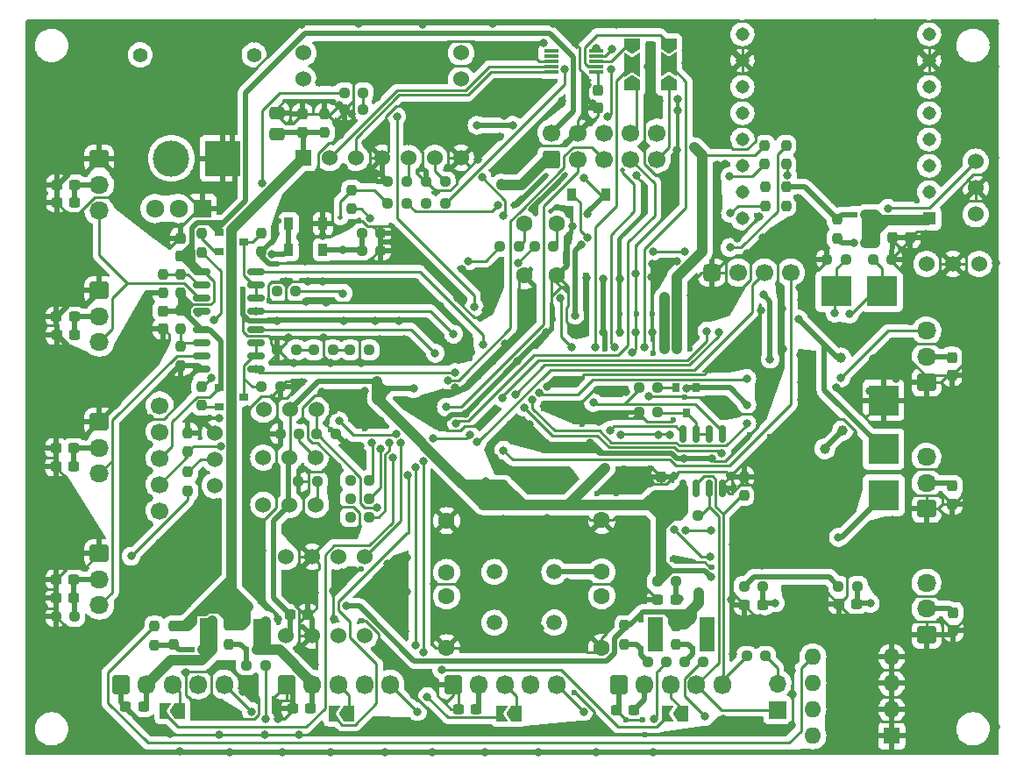
<source format=gbl>
%TF.GenerationSoftware,KiCad,Pcbnew,(6.0.11)*%
%TF.CreationDate,2023-06-24T18:02:59+09:00*%
%TF.ProjectId,main,6d61696e-2e6b-4696-9361-645f70636258,rev?*%
%TF.SameCoordinates,Original*%
%TF.FileFunction,Copper,L2,Bot*%
%TF.FilePolarity,Positive*%
%FSLAX46Y46*%
G04 Gerber Fmt 4.6, Leading zero omitted, Abs format (unit mm)*
G04 Created by KiCad (PCBNEW (6.0.11)) date 2023-06-24 18:02:59*
%MOMM*%
%LPD*%
G01*
G04 APERTURE LIST*
G04 Aperture macros list*
%AMRoundRect*
0 Rectangle with rounded corners*
0 $1 Rounding radius*
0 $2 $3 $4 $5 $6 $7 $8 $9 X,Y pos of 4 corners*
0 Add a 4 corners polygon primitive as box body*
4,1,4,$2,$3,$4,$5,$6,$7,$8,$9,$2,$3,0*
0 Add four circle primitives for the rounded corners*
1,1,$1+$1,$2,$3*
1,1,$1+$1,$4,$5*
1,1,$1+$1,$6,$7*
1,1,$1+$1,$8,$9*
0 Add four rect primitives between the rounded corners*
20,1,$1+$1,$2,$3,$4,$5,0*
20,1,$1+$1,$4,$5,$6,$7,0*
20,1,$1+$1,$6,$7,$8,$9,0*
20,1,$1+$1,$8,$9,$2,$3,0*%
%AMFreePoly0*
4,1,6,1.000000,0.000000,0.500000,-0.750000,-0.500000,-0.750000,-0.500000,0.750000,0.500000,0.750000,1.000000,0.000000,1.000000,0.000000,$1*%
%AMFreePoly1*
4,1,7,0.700000,0.000000,1.200000,-0.750000,-1.200000,-0.750000,-0.700000,0.000000,-1.200000,0.750000,1.200000,0.750000,0.700000,0.000000,0.700000,0.000000,$1*%
%AMFreePoly2*
4,1,6,0.500000,-0.750000,-0.650000,-0.750000,-0.150000,0.000000,-0.650000,0.750000,0.500000,0.750000,0.500000,-0.750000,0.500000,-0.750000,$1*%
G04 Aperture macros list end*
%TA.AperFunction,ComponentPad*%
%ADD10C,1.524000*%
%TD*%
%TA.AperFunction,ComponentPad*%
%ADD11C,1.500000*%
%TD*%
%TA.AperFunction,ComponentPad*%
%ADD12C,1.600000*%
%TD*%
%TA.AperFunction,ComponentPad*%
%ADD13RoundRect,0.250000X0.600000X-0.600000X0.600000X0.600000X-0.600000X0.600000X-0.600000X-0.600000X0*%
%TD*%
%TA.AperFunction,ComponentPad*%
%ADD14C,1.700000*%
%TD*%
%TA.AperFunction,ComponentPad*%
%ADD15R,1.308000X1.308000*%
%TD*%
%TA.AperFunction,ComponentPad*%
%ADD16C,1.308000*%
%TD*%
%TA.AperFunction,ComponentPad*%
%ADD17R,1.600000X1.600000*%
%TD*%
%TA.AperFunction,ComponentPad*%
%ADD18O,1.600000X1.600000*%
%TD*%
%TA.AperFunction,ComponentPad*%
%ADD19RoundRect,0.250000X-0.600000X-0.675000X0.600000X-0.675000X0.600000X0.675000X-0.600000X0.675000X0*%
%TD*%
%TA.AperFunction,ComponentPad*%
%ADD20O,1.700000X1.850000*%
%TD*%
%TA.AperFunction,ComponentPad*%
%ADD21RoundRect,0.250000X-0.675000X0.600000X-0.675000X-0.600000X0.675000X-0.600000X0.675000X0.600000X0*%
%TD*%
%TA.AperFunction,ComponentPad*%
%ADD22O,1.850000X1.700000*%
%TD*%
%TA.AperFunction,ComponentPad*%
%ADD23RoundRect,0.425000X-0.425000X-0.425000X0.425000X-0.425000X0.425000X0.425000X-0.425000X0.425000X0*%
%TD*%
%TA.AperFunction,ComponentPad*%
%ADD24RoundRect,0.250000X0.675000X-0.600000X0.675000X0.600000X-0.675000X0.600000X-0.675000X-0.600000X0*%
%TD*%
%TA.AperFunction,ComponentPad*%
%ADD25C,1.400000*%
%TD*%
%TA.AperFunction,ComponentPad*%
%ADD26R,3.500000X3.500000*%
%TD*%
%TA.AperFunction,ComponentPad*%
%ADD27C,3.500000*%
%TD*%
%TA.AperFunction,ComponentPad*%
%ADD28R,1.717500X1.800000*%
%TD*%
%TA.AperFunction,ComponentPad*%
%ADD29O,1.717500X1.800000*%
%TD*%
%TA.AperFunction,ComponentPad*%
%ADD30R,1.700000X1.700000*%
%TD*%
%TA.AperFunction,ComponentPad*%
%ADD31O,1.700000X1.700000*%
%TD*%
%TA.AperFunction,ComponentPad*%
%ADD32R,1.524000X1.524000*%
%TD*%
%TA.AperFunction,SMDPad,CuDef*%
%ADD33R,0.620000X0.575000*%
%TD*%
%TA.AperFunction,SMDPad,CuDef*%
%ADD34FreePoly0,270.000000*%
%TD*%
%TA.AperFunction,SMDPad,CuDef*%
%ADD35FreePoly1,270.000000*%
%TD*%
%TA.AperFunction,SMDPad,CuDef*%
%ADD36FreePoly0,90.000000*%
%TD*%
%TA.AperFunction,SMDPad,CuDef*%
%ADD37RoundRect,0.237500X0.250000X0.237500X-0.250000X0.237500X-0.250000X-0.237500X0.250000X-0.237500X0*%
%TD*%
%TA.AperFunction,SMDPad,CuDef*%
%ADD38RoundRect,0.237500X-0.250000X-0.237500X0.250000X-0.237500X0.250000X0.237500X-0.250000X0.237500X0*%
%TD*%
%TA.AperFunction,SMDPad,CuDef*%
%ADD39RoundRect,0.237500X-0.300000X-0.237500X0.300000X-0.237500X0.300000X0.237500X-0.300000X0.237500X0*%
%TD*%
%TA.AperFunction,SMDPad,CuDef*%
%ADD40RoundRect,0.237500X-0.237500X0.300000X-0.237500X-0.300000X0.237500X-0.300000X0.237500X0.300000X0*%
%TD*%
%TA.AperFunction,SMDPad,CuDef*%
%ADD41RoundRect,0.237500X-0.237500X0.250000X-0.237500X-0.250000X0.237500X-0.250000X0.237500X0.250000X0*%
%TD*%
%TA.AperFunction,SMDPad,CuDef*%
%ADD42FreePoly0,180.000000*%
%TD*%
%TA.AperFunction,SMDPad,CuDef*%
%ADD43FreePoly2,180.000000*%
%TD*%
%TA.AperFunction,SMDPad,CuDef*%
%ADD44R,3.000000X3.000000*%
%TD*%
%TA.AperFunction,SMDPad,CuDef*%
%ADD45RoundRect,0.237500X0.237500X-0.250000X0.237500X0.250000X-0.237500X0.250000X-0.237500X-0.250000X0*%
%TD*%
%TA.AperFunction,SMDPad,CuDef*%
%ADD46RoundRect,0.237500X0.300000X0.237500X-0.300000X0.237500X-0.300000X-0.237500X0.300000X-0.237500X0*%
%TD*%
%TA.AperFunction,SMDPad,CuDef*%
%ADD47RoundRect,0.150000X-0.150000X0.675000X-0.150000X-0.675000X0.150000X-0.675000X0.150000X0.675000X0*%
%TD*%
%TA.AperFunction,SMDPad,CuDef*%
%ADD48RoundRect,0.237500X0.237500X-0.300000X0.237500X0.300000X-0.237500X0.300000X-0.237500X-0.300000X0*%
%TD*%
%TA.AperFunction,SMDPad,CuDef*%
%ADD49R,0.800000X0.900000*%
%TD*%
%TA.AperFunction,SMDPad,CuDef*%
%ADD50R,0.900000X1.200000*%
%TD*%
%TA.AperFunction,SMDPad,CuDef*%
%ADD51R,1.400000X0.300000*%
%TD*%
%TA.AperFunction,SMDPad,CuDef*%
%ADD52RoundRect,0.150000X0.675000X0.150000X-0.675000X0.150000X-0.675000X-0.150000X0.675000X-0.150000X0*%
%TD*%
%TA.AperFunction,SMDPad,CuDef*%
%ADD53RoundRect,0.250000X-0.475000X0.337500X-0.475000X-0.337500X0.475000X-0.337500X0.475000X0.337500X0*%
%TD*%
%TA.AperFunction,SMDPad,CuDef*%
%ADD54R,0.900000X0.800000*%
%TD*%
%TA.AperFunction,ViaPad*%
%ADD55C,0.500000*%
%TD*%
%TA.AperFunction,ViaPad*%
%ADD56C,0.800000*%
%TD*%
%TA.AperFunction,ViaPad*%
%ADD57C,0.600000*%
%TD*%
%TA.AperFunction,ViaPad*%
%ADD58C,1.000000*%
%TD*%
%TA.AperFunction,Conductor*%
%ADD59C,0.500000*%
%TD*%
%TA.AperFunction,Conductor*%
%ADD60C,1.000000*%
%TD*%
%TA.AperFunction,Conductor*%
%ADD61C,0.250000*%
%TD*%
G04 APERTURE END LIST*
D10*
%TO.P,SW12,1,A*%
%TO.N,BOOT0*%
X112170800Y-97527800D03*
%TO.P,SW12,2,B*%
%TO.N,+3.3V*%
X109630800Y-97527800D03*
%TO.P,SW12,3,C*%
%TO.N,unconnected-(SW12-Pad3)*%
X107090800Y-97527800D03*
%TD*%
D11*
%TO.P,Y2,1,1*%
%TO.N,Net-(C52-Pad2)*%
X129392000Y-113199600D03*
%TO.P,Y2,2,2*%
%TO.N,Net-(C53-Pad2)*%
X129392000Y-118099600D03*
%TD*%
D10*
%TO.P,SW2,1,A*%
%TO.N,GND*%
X102391800Y-99763000D03*
%TO.P,SW2,2,B*%
%TO.N,Net-(MD1-Pad1)*%
X102391800Y-102303000D03*
%TO.P,SW2,3,C*%
%TO.N,unconnected-(SW2-Pad3)*%
X102391800Y-104843000D03*
%TD*%
D12*
%TO.P,C51,1*%
%TO.N,GND*%
X139755200Y-120493200D03*
%TO.P,C51,2*%
%TO.N,Net-(C51-Pad2)*%
X139755200Y-115493200D03*
%TD*%
D13*
%TO.P,J7,1,Pin_1*%
%TO.N,VBUS*%
X134929200Y-73329500D03*
D14*
%TO.P,J7,2,Pin_2*%
%TO.N,+3.3V*%
X134929200Y-70789500D03*
%TO.P,J7,3,Pin_3*%
%TO.N,TCK*%
X137469200Y-73329500D03*
%TO.P,J7,4,Pin_4*%
%TO.N,GND*%
X137469200Y-70789500D03*
%TO.P,J7,5,Pin_5*%
%TO.N,TMS*%
X140009200Y-73329500D03*
%TO.P,J7,6,Pin_6*%
%TO.N,NRST*%
X140009200Y-70789500D03*
%TO.P,J7,7,Pin_7*%
%TO.N,SWO*%
X142549200Y-73329500D03*
%TO.P,J7,8,Pin_8*%
%TO.N,STLK_UART2_RX*%
X142549200Y-70789500D03*
%TO.P,J7,9,Pin_9*%
%TO.N,STLK_UART2_TX*%
X145089200Y-73329500D03*
%TO.P,J7,10,Pin_10*%
%TO.N,unconnected-(J7-Pad10)*%
X145089200Y-70789500D03*
%TD*%
D12*
%TO.P,C50,1*%
%TO.N,GND*%
X139755200Y-108199600D03*
%TO.P,C50,2*%
%TO.N,Net-(C50-Pad2)*%
X139755200Y-113199600D03*
%TD*%
D15*
%TO.P,U2,1,VCC*%
%TO.N,DFPlayerMini_Power*%
X171378200Y-79036600D03*
D16*
%TO.P,U2,2,RX*%
%TO.N,DFPlayerMini_TX*%
X171378200Y-76496600D03*
%TO.P,U2,3,TX*%
%TO.N,DFPlayerMini_RX*%
X171378200Y-73956600D03*
%TO.P,U2,4,DAC_R*%
%TO.N,unconnected-(U2-Pad4)*%
X171378200Y-71416600D03*
%TO.P,U2,5,DAC_L*%
%TO.N,unconnected-(U2-Pad5)*%
X171378200Y-68876600D03*
%TO.P,U2,6,SPK1*%
%TO.N,Net-(LS1-Pad1)*%
X171378200Y-66336600D03*
%TO.P,U2,7,GND*%
%TO.N,GND*%
X171378200Y-63796600D03*
%TO.P,U2,8,SPK2*%
%TO.N,Net-(LS1-Pad2)*%
X171378200Y-61256600D03*
%TO.P,U2,9,IO1*%
%TO.N,unconnected-(U2-Pad9)*%
X153344200Y-61256600D03*
%TO.P,U2,10,GND*%
%TO.N,GND*%
X153344200Y-63796600D03*
%TO.P,U2,11,IO2*%
%TO.N,unconnected-(U2-Pad11)*%
X153344200Y-66336600D03*
%TO.P,U2,12,ADKEY1*%
%TO.N,unconnected-(U2-Pad12)*%
X153344200Y-68876600D03*
%TO.P,U2,13,ADKEY2*%
%TO.N,unconnected-(U2-Pad13)*%
X153344200Y-71416600D03*
%TO.P,U2,14,USB+*%
%TO.N,unconnected-(U2-Pad14)*%
X153344200Y-73956600D03*
%TO.P,U2,15,USB-*%
%TO.N,unconnected-(U2-Pad15)*%
X153344200Y-76496600D03*
%TO.P,U2,16,BUSY*%
%TO.N,unconnected-(U2-Pad16)*%
X153344200Y-79036600D03*
%TD*%
D17*
%TO.P,SW5,1*%
%TO.N,GND*%
X167761400Y-129013800D03*
D18*
%TO.P,SW5,2*%
X167761400Y-126473800D03*
%TO.P,SW5,3*%
X167761400Y-123933800D03*
%TO.P,SW5,4*%
X167761400Y-121393800D03*
%TO.P,SW5,5*%
%TO.N,Net-(R31-Pad2)*%
X160141400Y-121393800D03*
%TO.P,SW5,6*%
%TO.N,Net-(R37-Pad2)*%
X160141400Y-123933800D03*
%TO.P,SW5,7*%
%TO.N,Net-(R32-Pad1)*%
X160141400Y-126473800D03*
%TO.P,SW5,8*%
%TO.N,Net-(R29-Pad1)*%
X160141400Y-129013800D03*
%TD*%
D19*
%TO.P,J9,1,Pin_1*%
%TO.N,GND*%
X93302400Y-124062400D03*
D20*
%TO.P,J9,2,Pin_2*%
%TO.N,MD_Power_1*%
X95802400Y-124062400D03*
%TO.P,J9,3,Pin_3*%
%TO.N,Net-(J9-Pad3)*%
X98302400Y-124062400D03*
%TO.P,J9,4,Pin_4*%
%TO.N,RS485_MD_A*%
X100802400Y-124062400D03*
%TO.P,J9,5,Pin_5*%
%TO.N,RS485_MD_B*%
X103302400Y-124062400D03*
%TD*%
D12*
%TO.P,C30,1*%
%TO.N,GND*%
X132287600Y-84573800D03*
%TO.P,C30,2*%
%TO.N,Net-(C30-Pad2)*%
X132287600Y-79573800D03*
%TD*%
D19*
%TO.P,J8,1,Pin_1*%
%TO.N,GND*%
X109329800Y-124062400D03*
D20*
%TO.P,J8,2,Pin_2*%
%TO.N,MD_Power_2*%
X111829800Y-124062400D03*
%TO.P,J8,3,Pin_3*%
%TO.N,Net-(J8-Pad3)*%
X114329800Y-124062400D03*
%TO.P,J8,4,Pin_4*%
%TO.N,RS485_MD_A*%
X116829800Y-124062400D03*
%TO.P,J8,5,Pin_5*%
%TO.N,RS485_MD_B*%
X119329800Y-124062400D03*
%TD*%
D21*
%TO.P,J4,1,Pin_1*%
%TO.N,GND*%
X91241200Y-86021600D03*
D22*
%TO.P,J4,2,Pin_2*%
%TO.N,VDD*%
X91241200Y-88521600D03*
%TO.P,J4,3,Pin_3*%
%TO.N,RS485_RightArm*%
X91241200Y-91021600D03*
%TD*%
D19*
%TO.P,J10,1,Pin_1*%
%TO.N,GND*%
X125382600Y-124062400D03*
D20*
%TO.P,J10,2,Pin_2*%
%TO.N,MD_Power_3*%
X127882600Y-124062400D03*
%TO.P,J10,3,Pin_3*%
%TO.N,Net-(J10-Pad3)*%
X130382600Y-124062400D03*
%TO.P,J10,4,Pin_4*%
%TO.N,RS485_MD_A*%
X132882600Y-124062400D03*
%TO.P,J10,5,Pin_5*%
%TO.N,RS485_MD_B*%
X135382600Y-124062400D03*
%TD*%
D12*
%TO.P,C53,1*%
%TO.N,GND*%
X124769200Y-120525600D03*
%TO.P,C53,2*%
%TO.N,Net-(C53-Pad2)*%
X124769200Y-115525600D03*
%TD*%
D10*
%TO.P,SW8,1,A*%
%TO.N,Slide_Switch_1*%
X112151200Y-102151600D03*
%TO.P,SW8,2,B*%
%TO.N,+3.3V*%
X109611200Y-102151600D03*
%TO.P,SW8,3,C*%
%TO.N,unconnected-(SW8-Pad3)*%
X107071200Y-102151600D03*
%TD*%
D12*
%TO.P,C29,1*%
%TO.N,Net-(C29-Pad1)*%
X135437200Y-79584600D03*
%TO.P,C29,2*%
%TO.N,GND*%
X135437200Y-84584600D03*
%TD*%
D23*
%TO.P,U7,1,GND*%
%TO.N,GND*%
X150397800Y-84292600D03*
D14*
%TO.P,U7,2,VCC*%
%TO.N,+3.3V*%
X152937800Y-84292600D03*
%TO.P,U7,3,SCL*%
%TO.N,I2C1_SCL*%
X155477800Y-84292600D03*
%TO.P,U7,4,SDA*%
%TO.N,I2C1_SDA*%
X158017800Y-84292600D03*
%TD*%
D24*
%TO.P,J12,1,Pin_1*%
%TO.N,GND*%
X171121200Y-119251600D03*
D22*
%TO.P,J12,2,Pin_2*%
%TO.N,TapeLED_Power*%
X171121200Y-116751600D03*
%TO.P,J12,3,Pin_3*%
%TO.N,TapeLED_H_3*%
X171121200Y-114251600D03*
%TD*%
D12*
%TO.P,C52,1*%
%TO.N,GND*%
X124769200Y-108246600D03*
%TO.P,C52,2*%
%TO.N,Net-(C52-Pad2)*%
X124769200Y-113246600D03*
%TD*%
D21*
%TO.P,J6,1,Pin_1*%
%TO.N,GND*%
X91241200Y-111421600D03*
D22*
%TO.P,J6,2,Pin_2*%
%TO.N,VDD*%
X91241200Y-113921600D03*
%TO.P,J6,3,Pin_3*%
%TO.N,RS485_LeftArm*%
X91241200Y-116421600D03*
%TD*%
D10*
%TO.P,SW7,1,A*%
%TO.N,unconnected-(SW7-Pad1)*%
X171131200Y-83451600D03*
%TO.P,SW7,2,B*%
%TO.N,GND*%
X173671200Y-83451600D03*
%TO.P,SW7,3,C*%
%TO.N,Net-(R50-Pad1)*%
X176211200Y-83451600D03*
%TD*%
D25*
%TO.P,J1,*%
%TO.N,*%
X95190000Y-63256200D03*
X106190000Y-63256200D03*
D26*
%TO.P,J1,1,Pin_1*%
%TO.N,GND*%
X103190000Y-73256200D03*
D27*
%TO.P,J1,2,Pin_2*%
%TO.N,+7.5V*%
X98190000Y-73256200D03*
%TD*%
D14*
%TO.P,SW11,1,A*%
%TO.N,Toggle_Switch_1*%
X97083200Y-104741400D03*
%TO.P,SW11,2,B*%
%TO.N,+3.3V*%
X97083200Y-102201400D03*
%TO.P,SW11,3,C*%
%TO.N,unconnected-(SW11-Pad3)*%
X97083200Y-99661400D03*
%TO.P,SW11,4*%
%TO.N,N/C*%
X97083200Y-107281400D03*
%TO.P,SW11,5*%
X97083200Y-97121400D03*
%TD*%
D28*
%TO.P,Q1,1,G*%
%TO.N,GND*%
X101176600Y-78103800D03*
D29*
%TO.P,Q1,2,D*%
%TO.N,+7.5V*%
X98886600Y-78103800D03*
%TO.P,Q1,3,S*%
%TO.N,VDD*%
X96596600Y-78103800D03*
%TD*%
D24*
%TO.P,J13,1,Pin_1*%
%TO.N,GND*%
X171121200Y-94901600D03*
D22*
%TO.P,J13,2,Pin_2*%
%TO.N,TapeLED_Power*%
X171121200Y-92401600D03*
%TO.P,J13,3,Pin_3*%
%TO.N,TapeLED_H_1*%
X171121200Y-89901600D03*
%TD*%
D30*
%TO.P,JP3,1,A*%
%TO.N,RS485_MD_A*%
X156722400Y-126514200D03*
D31*
%TO.P,JP3,2,B*%
%TO.N,Net-(JP3-Pad2)*%
X156722400Y-123974200D03*
%TD*%
D24*
%TO.P,J14,1,Pin_1*%
%TO.N,GND*%
X171121200Y-107101600D03*
D22*
%TO.P,J14,2,Pin_2*%
%TO.N,TapeLED_Power*%
X171121200Y-104601600D03*
%TO.P,J14,3,Pin_3*%
%TO.N,TapeLED_H_2*%
X171121200Y-102101600D03*
%TD*%
D10*
%TO.P,J2,*%
%TO.N,*%
X110945000Y-63060400D03*
X126185000Y-63060400D03*
X126185000Y-65600400D03*
X110945000Y-65600400D03*
%TO.P,J2,A1,GND*%
%TO.N,GND*%
X126185000Y-73220400D03*
X118565000Y-73220400D03*
D32*
%TO.P,J2,A4,VBUS*%
%TO.N,VBUS*%
X110945000Y-73220400D03*
D10*
%TO.P,J2,A5,CC1*%
%TO.N,Net-(J2-PadA5)*%
X121105000Y-73220400D03*
%TO.P,J2,A6,D+*%
%TO.N,Net-(J2-PadA6)*%
X116025000Y-73220400D03*
%TO.P,J2,A7,D-*%
%TO.N,Net-(J2-PadA7)*%
X113485000Y-73220400D03*
%TO.P,J2,B5,CC2*%
%TO.N,Net-(J2-PadB5)*%
X123645000Y-73220400D03*
%TD*%
%TO.P,U6,2,GND*%
%TO.N,GND*%
X111801200Y-119361600D03*
X111801200Y-111741600D03*
%TO.P,U6,3,VDD*%
%TO.N,+3.3V*%
X109261200Y-119361600D03*
%TO.P,U6,11,~{RESET}*%
%TO.N,gyro_reset*%
X116881200Y-111741600D03*
%TO.P,U6,14,INT*%
%TO.N,unconnected-(U6-Pad14)*%
X114341200Y-111741600D03*
%TO.P,U6,19,COM1*%
%TO.N,I2C1_SCL*%
X116881200Y-119361600D03*
%TO.P,U6,20,COM0*%
%TO.N,I2C1_SDA*%
X114341200Y-119361600D03*
%TO.P,U6,28,VDDIO*%
%TO.N,unconnected-(U6-Pad28)*%
X109261200Y-111741600D03*
%TD*%
%TO.P,SW9,1,A*%
%TO.N,Slide_Switch_2*%
X112161200Y-106701600D03*
%TO.P,SW9,2,B*%
%TO.N,+3.3V*%
X109621200Y-106701600D03*
%TO.P,SW9,3,C*%
%TO.N,unconnected-(SW9-Pad3)*%
X107081200Y-106701600D03*
%TD*%
D21*
%TO.P,J5,1,Pin_1*%
%TO.N,GND*%
X91241200Y-98721600D03*
D22*
%TO.P,J5,2,Pin_2*%
%TO.N,VDD*%
X91241200Y-101221600D03*
%TO.P,J5,3,Pin_3*%
%TO.N,RS485_LeftArm*%
X91241200Y-103721600D03*
%TD*%
D10*
%TO.P,SW1,1,A*%
%TO.N,unconnected-(SW1-Pad1)*%
X175874000Y-78655600D03*
%TO.P,SW1,2,B*%
%TO.N,GND*%
X175874000Y-76115600D03*
%TO.P,SW1,3,C*%
%TO.N,Net-(R1-Pad1)*%
X175874000Y-73575600D03*
%TD*%
D11*
%TO.P,Y1,1,1*%
%TO.N,Net-(C50-Pad2)*%
X135183200Y-113188000D03*
%TO.P,Y1,2,2*%
%TO.N,Net-(C51-Pad2)*%
X135183200Y-118088000D03*
%TD*%
D21*
%TO.P,J3,1,Pin_1*%
%TO.N,GND*%
X91241200Y-73321600D03*
D22*
%TO.P,J3,2,Pin_2*%
%TO.N,VDD*%
X91241200Y-75821600D03*
%TO.P,J3,3,Pin_3*%
%TO.N,RS485_RightArm*%
X91241200Y-78321600D03*
%TD*%
D19*
%TO.P,J11,1,Pin_1*%
%TO.N,GND*%
X141410000Y-124062400D03*
D20*
%TO.P,J11,2,Pin_2*%
%TO.N,MD_Power_4*%
X143910000Y-124062400D03*
%TO.P,J11,3,Pin_3*%
%TO.N,Net-(J11-Pad3)*%
X146410000Y-124062400D03*
%TO.P,J11,4,Pin_4*%
%TO.N,RS485_MD_A*%
X148910000Y-124062400D03*
%TO.P,J11,5,Pin_5*%
%TO.N,RS485_MD_B*%
X151410000Y-124062400D03*
%TD*%
D33*
%TO.P,U10,1,D_1*%
%TO.N,MD_Power_1*%
X102122600Y-120709000D03*
%TO.P,U10,2,D_2*%
X101172600Y-120709000D03*
%TO.P,U10,3,G*%
%TO.N,Net-(R31-Pad1)*%
X100222600Y-120709000D03*
%TO.P,U10,4,S*%
%TO.N,VBUS*%
X100222600Y-117933000D03*
%TO.P,U10,5,D_3*%
%TO.N,MD_Power_1*%
X101172600Y-117933000D03*
%TO.P,U10,6,D_4*%
X102122600Y-117933000D03*
%TD*%
D34*
%TO.P,JP1,1,A*%
%TO.N,USB-C_UART2_RX*%
X142727000Y-62203000D03*
D35*
%TO.P,JP1,2,C*%
%TO.N,Write_UART2_RX*%
X142727000Y-64203000D03*
D36*
%TO.P,JP1,3,B*%
%TO.N,STLK_UART2_RX*%
X142727000Y-66203000D03*
%TD*%
D37*
%TO.P,R6,1*%
%TO.N,Net-(R6-Pad1)*%
X124640300Y-77588800D03*
%TO.P,R6,2*%
%TO.N,Net-(D3-Pad2)*%
X122815300Y-77588800D03*
%TD*%
D33*
%TO.P,U13,1,D_1*%
%TO.N,MD_Power_2*%
X107329600Y-120734400D03*
%TO.P,U13,2,D_2*%
X106379600Y-120734400D03*
%TO.P,U13,3,G*%
%TO.N,Net-(R37-Pad1)*%
X105429600Y-120734400D03*
%TO.P,U13,4,S*%
%TO.N,VBUS*%
X105429600Y-117958400D03*
%TO.P,U13,5,D_3*%
%TO.N,MD_Power_2*%
X106379600Y-117958400D03*
%TO.P,U13,6,D_4*%
X107329600Y-117958400D03*
%TD*%
D38*
%TO.P,R23,1*%
%TO.N,Net-(R23-Pad1)*%
X115469900Y-91751600D03*
%TO.P,R23,2*%
%TO.N,Net-(MD1-Pad6)*%
X117294900Y-91751600D03*
%TD*%
%TO.P,R25,1*%
%TO.N,GND*%
X108408700Y-91751600D03*
%TO.P,R25,2*%
%TO.N,Net-(R24-Pad1)*%
X110233700Y-91751600D03*
%TD*%
D37*
%TO.P,R5,1*%
%TO.N,VDD*%
X88851700Y-117492200D03*
%TO.P,R5,2*%
%TO.N,GND*%
X87026700Y-117492200D03*
%TD*%
D39*
%TO.P,C42,1*%
%TO.N,GND*%
X109885900Y-126407600D03*
%TO.P,C42,2*%
%TO.N,MD_Power_2*%
X111610900Y-126407600D03*
%TD*%
D37*
%TO.P,R41,1*%
%TO.N,GND*%
X118417300Y-82135400D03*
%TO.P,R41,2*%
%TO.N,PG*%
X116592300Y-82135400D03*
%TD*%
%TO.P,R33,1*%
%TO.N,Net-(Q4-Pad3)*%
X145163500Y-97781800D03*
%TO.P,R33,2*%
%TO.N,GND*%
X143338500Y-97781800D03*
%TD*%
D38*
%TO.P,R9,1*%
%TO.N,VDD*%
X114908700Y-66901600D03*
%TO.P,R9,2*%
%TO.N,V_measure*%
X116733700Y-66901600D03*
%TD*%
D39*
%TO.P,C15,1*%
%TO.N,+3.3V*%
X109658700Y-117301600D03*
%TO.P,C15,2*%
%TO.N,GND*%
X111383700Y-117301600D03*
%TD*%
D40*
%TO.P,C9,1*%
%TO.N,+3.3V*%
X97388000Y-87978500D03*
%TO.P,C9,2*%
%TO.N,GND*%
X97388000Y-89703500D03*
%TD*%
D39*
%TO.P,C17,1*%
%TO.N,GND*%
X87076700Y-113936200D03*
%TO.P,C17,2*%
%TO.N,VDD*%
X88801700Y-113936200D03*
%TD*%
D41*
%TO.P,R34,1*%
%TO.N,PG*%
X157560600Y-72002700D03*
%TO.P,R34,2*%
%TO.N,Net-(D5-Pad2)*%
X157560600Y-73827700D03*
%TD*%
D38*
%TO.P,R65,1*%
%TO.N,Net-(D10-Pad2)*%
X115474700Y-106113000D03*
%TO.P,R65,2*%
%TO.N,LED_2*%
X117299700Y-106113000D03*
%TD*%
D42*
%TO.P,JP6,1,A*%
%TO.N,Net-(J10-Pad3)*%
X131514000Y-126890200D03*
D43*
%TO.P,JP6,2,B*%
%TO.N,MD_GPIO_3*%
X130064000Y-126890200D03*
%TD*%
D44*
%TO.P,H5,1,1*%
%TO.N,Net-(H5-Pad1)*%
X162412000Y-86097800D03*
%TD*%
D45*
%TO.P,R67,1*%
%TO.N,Toggle_Switch_1*%
X99801000Y-101589900D03*
%TO.P,R67,2*%
%TO.N,GND*%
X99801000Y-99764900D03*
%TD*%
D38*
%TO.P,R68,1*%
%TO.N,BOOT0*%
X112208700Y-99851600D03*
%TO.P,R68,2*%
%TO.N,GND*%
X114033700Y-99851600D03*
%TD*%
D46*
%TO.P,C28,1*%
%TO.N,Tact_Switch3*%
X164392100Y-116273000D03*
%TO.P,C28,2*%
%TO.N,GND*%
X162667100Y-116273000D03*
%TD*%
D44*
%TO.P,H3,1,1*%
%TO.N,+3.3V*%
X166984000Y-105782800D03*
%TD*%
D37*
%TO.P,R40,1*%
%TO.N,Net-(C29-Pad1)*%
X135105100Y-81751600D03*
%TO.P,R40,2*%
%TO.N,PG*%
X133280100Y-81751600D03*
%TD*%
D39*
%TO.P,C43,1*%
%TO.N,GND*%
X141127900Y-126560000D03*
%TO.P,C43,2*%
%TO.N,MD_Power_4*%
X142852900Y-126560000D03*
%TD*%
D44*
%TO.P,H1,1,1*%
%TO.N,GND*%
X166958600Y-96613400D03*
%TD*%
D39*
%TO.P,C12,1*%
%TO.N,GND*%
X87102100Y-88561600D03*
%TO.P,C12,2*%
%TO.N,VDD*%
X88827100Y-88561600D03*
%TD*%
D47*
%TO.P,U9,1,RO*%
%TO.N,MAX3485_MD_RX*%
X147603800Y-99855800D03*
%TO.P,U9,2,~{RE}*%
%TO.N,Net-(Q4-Pad3)*%
X148873800Y-99855800D03*
%TO.P,U9,3,DE*%
X150143800Y-99855800D03*
%TO.P,U9,4,DI*%
%TO.N,MAX3485_MD_TX*%
X151413800Y-99855800D03*
%TO.P,U9,5,GND*%
%TO.N,GND*%
X151413800Y-105105800D03*
%TO.P,U9,6,A*%
%TO.N,RS485_MD_A*%
X150143800Y-105105800D03*
%TO.P,U9,7,B*%
%TO.N,RS485_MD_B*%
X148873800Y-105105800D03*
%TO.P,U9,8,VCC*%
%TO.N,+3.3V*%
X147603800Y-105105800D03*
%TD*%
D39*
%TO.P,C39,1*%
%TO.N,GND*%
X125887900Y-126433000D03*
%TO.P,C39,2*%
%TO.N,MD_Power_3*%
X127612900Y-126433000D03*
%TD*%
%TO.P,C10,1*%
%TO.N,GND*%
X87152900Y-75810800D03*
%TO.P,C10,2*%
%TO.N,VDD*%
X88877900Y-75810800D03*
%TD*%
D37*
%TO.P,R29,1*%
%TO.N,Net-(R29-Pad1)*%
X149557700Y-121861000D03*
%TO.P,R29,2*%
%TO.N,Net-(R29-Pad2)*%
X147732700Y-121861000D03*
%TD*%
D41*
%TO.P,R43,1*%
%TO.N,VBUS*%
X103763400Y-118357700D03*
%TO.P,R43,2*%
%TO.N,Net-(R37-Pad1)*%
X103763400Y-120182700D03*
%TD*%
D48*
%TO.P,C8,1*%
%TO.N,+3.3V*%
X99064400Y-82693100D03*
%TO.P,C8,2*%
%TO.N,GND*%
X99064400Y-80968100D03*
%TD*%
D45*
%TO.P,R44,1*%
%TO.N,RS485_MD_B*%
X153496600Y-105831700D03*
%TO.P,R44,2*%
%TO.N,GND*%
X153496600Y-104006700D03*
%TD*%
D37*
%TO.P,R26,1*%
%TO.N,Tact_Switch3*%
X164442100Y-114571200D03*
%TO.P,R26,2*%
%TO.N,+3.3V*%
X162617100Y-114571200D03*
%TD*%
D49*
%TO.P,Q4,1,B*%
%TO.N,Net-(Q4-Pad1)*%
X146958600Y-95413400D03*
%TO.P,Q4,2,E*%
%TO.N,+3.3V*%
X148858600Y-95413400D03*
%TO.P,Q4,3,C*%
%TO.N,Net-(Q4-Pad3)*%
X147908600Y-97813400D03*
%TD*%
D39*
%TO.P,C14,1*%
%TO.N,GND*%
X87052400Y-101236200D03*
%TO.P,C14,2*%
%TO.N,VDD*%
X88777400Y-101236200D03*
%TD*%
D38*
%TO.P,R48,1*%
%TO.N,RS485_MD_B*%
X153750600Y-121327600D03*
%TO.P,R48,2*%
%TO.N,Net-(JP3-Pad2)*%
X155575600Y-121327600D03*
%TD*%
D40*
%TO.P,C2,1*%
%TO.N,GND*%
X110850000Y-68979300D03*
%TO.P,C2,2*%
%TO.N,VBUS*%
X110850000Y-70704300D03*
%TD*%
D50*
%TO.P,D4,1,K*%
%TO.N,VDD*%
X109530200Y-82059200D03*
%TO.P,D4,2,A*%
%TO.N,PG*%
X112830200Y-82059200D03*
%TD*%
D42*
%TO.P,JP7,1,A*%
%TO.N,Net-(J11-Pad3)*%
X147566800Y-126890200D03*
D43*
%TO.P,JP7,2,B*%
%TO.N,MD_GPIO_4*%
X146116800Y-126890200D03*
%TD*%
D39*
%TO.P,C38,1*%
%TO.N,GND*%
X93782300Y-126229800D03*
%TO.P,C38,2*%
%TO.N,MD_Power_1*%
X95507300Y-126229800D03*
%TD*%
D37*
%TO.P,R27,1*%
%TO.N,GND*%
X118417300Y-80509800D03*
%TO.P,R27,2*%
%TO.N,PG*%
X116592300Y-80509800D03*
%TD*%
D45*
%TO.P,R31,1*%
%TO.N,Net-(R31-Pad1)*%
X96575200Y-120258900D03*
%TO.P,R31,2*%
%TO.N,Net-(R31-Pad2)*%
X96575200Y-118433900D03*
%TD*%
D34*
%TO.P,JP2,1,A*%
%TO.N,USB-C_UART2_TX*%
X146232200Y-62177600D03*
D35*
%TO.P,JP2,2,C*%
%TO.N,Write_UART2_TX*%
X146232200Y-64177600D03*
D36*
%TO.P,JP2,3,B*%
%TO.N,STLK_UART2_TX*%
X146232200Y-66177600D03*
%TD*%
D48*
%TO.P,C3,1*%
%TO.N,GND*%
X139425000Y-68392900D03*
%TO.P,C3,2*%
%TO.N,Net-(C3-Pad2)*%
X139425000Y-66667900D03*
%TD*%
%TO.P,C4,1*%
%TO.N,GND*%
X169571200Y-80914100D03*
%TO.P,C4,2*%
%TO.N,DFPlayerMini_Power*%
X169571200Y-79189100D03*
%TD*%
D46*
%TO.P,C11,1*%
%TO.N,VDD*%
X88877900Y-77487200D03*
%TO.P,C11,2*%
%TO.N,GND*%
X87152900Y-77487200D03*
%TD*%
D42*
%TO.P,JP5,1,A*%
%TO.N,Net-(J9-Pad3)*%
X99027400Y-126636200D03*
D43*
%TO.P,JP5,2,B*%
%TO.N,MD_GPIO_1*%
X97577400Y-126636200D03*
%TD*%
D41*
%TO.P,R4,1*%
%TO.N,VBUS*%
X155503200Y-72002700D03*
%TO.P,R4,2*%
%TO.N,Net-(D1-Pad2)*%
X155503200Y-73827700D03*
%TD*%
%TO.P,R16,1*%
%TO.N,+3.3V*%
X99064400Y-87928500D03*
%TO.P,R16,2*%
%TO.N,Net-(R16-Pad2)*%
X99064400Y-89753500D03*
%TD*%
D33*
%TO.P,U11,1,D_1*%
%TO.N,MD_Power_3*%
X145404200Y-120607400D03*
%TO.P,U11,2,D_2*%
X144454200Y-120607400D03*
%TO.P,U11,3,G*%
%TO.N,Net-(R32-Pad2)*%
X143504200Y-120607400D03*
%TO.P,U11,4,S*%
%TO.N,VBUS*%
X143504200Y-117831400D03*
%TO.P,U11,5,D_3*%
%TO.N,MD_Power_3*%
X144454200Y-117831400D03*
%TO.P,U11,6,D_4*%
X145404200Y-117831400D03*
%TD*%
D37*
%TO.P,R28,1*%
%TO.N,Net-(Q4-Pad1)*%
X145188900Y-95419600D03*
%TO.P,R28,2*%
%TO.N,MAX3485_MD_TX*%
X143363900Y-95419600D03*
%TD*%
D46*
%TO.P,C13,1*%
%TO.N,VDD*%
X88852500Y-90288800D03*
%TO.P,C13,2*%
%TO.N,GND*%
X87127500Y-90288800D03*
%TD*%
D45*
%TO.P,R8,1*%
%TO.N,Net-(Q3-Pad1)*%
X101121800Y-97119500D03*
%TO.P,R8,2*%
%TO.N,MAX3485_LeftArm_TX*%
X101121800Y-95294500D03*
%TD*%
D41*
%TO.P,R36,1*%
%TO.N,VBUS*%
X141965000Y-118357700D03*
%TO.P,R36,2*%
%TO.N,Net-(R32-Pad2)*%
X141965000Y-120182700D03*
%TD*%
D51*
%TO.P,U3,1,UD+*%
%TO.N,Net-(J2-PadA6)*%
X134862800Y-64898200D03*
%TO.P,U3,2,UD-*%
%TO.N,Net-(J2-PadA7)*%
X134862800Y-64398200D03*
%TO.P,U3,3,GND*%
%TO.N,GND*%
X134862800Y-63898200D03*
%TO.P,U3,4,~{RTS}*%
%TO.N,RTS*%
X134862800Y-63398200D03*
%TO.P,U3,5,~{CTS}*%
%TO.N,CTS*%
X134862800Y-62898200D03*
%TO.P,U3,6,TNOW*%
%TO.N,Net-(R6-Pad1)*%
X139262800Y-62898200D03*
%TO.P,U3,7,VCC*%
%TO.N,VBUS*%
X139262800Y-63398200D03*
%TO.P,U3,8,TXD*%
%TO.N,USB-C_UART2_RX*%
X139262800Y-63898200D03*
%TO.P,U3,9,RXD*%
%TO.N,USB-C_UART2_TX*%
X139262800Y-64398200D03*
%TO.P,U3,10,V3*%
%TO.N,Net-(C3-Pad2)*%
X139262800Y-64898200D03*
%TD*%
D40*
%TO.P,C6,1*%
%TO.N,DFPlayerMini_Power*%
X167871200Y-79189100D03*
%TO.P,C6,2*%
%TO.N,GND*%
X167871200Y-80914100D03*
%TD*%
D37*
%TO.P,R47,1*%
%TO.N,Net-(Q5-Pad3)*%
X120933700Y-77588800D03*
%TO.P,R47,2*%
%TO.N,Net-(R46-Pad1)*%
X119108700Y-77588800D03*
%TD*%
D48*
%TO.P,C36,1*%
%TO.N,GND*%
X173571200Y-94214100D03*
%TO.P,C36,2*%
%TO.N,TapeLED_Power*%
X173571200Y-92489100D03*
%TD*%
D33*
%TO.P,U1,1,D_1*%
%TO.N,DFPlayerMini_Power*%
X166121200Y-81439600D03*
%TO.P,U1,2,D_2*%
X165171200Y-81439600D03*
%TO.P,U1,3,G*%
%TO.N,Net-(R1-Pad1)*%
X164221200Y-81439600D03*
%TO.P,U1,4,S*%
%TO.N,+5V*%
X164221200Y-78663600D03*
%TO.P,U1,5,D_3*%
%TO.N,DFPlayerMini_Power*%
X165171200Y-78663600D03*
%TO.P,U1,6,D_4*%
X166121200Y-78663600D03*
%TD*%
D46*
%TO.P,C23,1*%
%TO.N,Tact_Switch1*%
X146891500Y-115866600D03*
%TO.P,C23,2*%
%TO.N,GND*%
X145166500Y-115866600D03*
%TD*%
D41*
%TO.P,R42,1*%
%TO.N,VBUS*%
X146943400Y-118383100D03*
%TO.P,R42,2*%
%TO.N,Net-(R29-Pad2)*%
X146943400Y-120208100D03*
%TD*%
D46*
%TO.P,C18,1*%
%TO.N,VDD*%
X88801700Y-115688800D03*
%TO.P,C18,2*%
%TO.N,GND*%
X87076700Y-115688800D03*
%TD*%
D38*
%TO.P,R45,1*%
%TO.N,+3.3V*%
X147199300Y-107738600D03*
%TO.P,R45,2*%
%TO.N,RS485_MD_A*%
X149024300Y-107738600D03*
%TD*%
D37*
%TO.P,R69,1*%
%TO.N,Net-(H5-Pad1)*%
X163324500Y-82999000D03*
%TO.P,R69,2*%
%TO.N,GND*%
X161499500Y-82999000D03*
%TD*%
%TO.P,R32,1*%
%TO.N,Net-(R32-Pad1)*%
X146027100Y-121911800D03*
%TO.P,R32,2*%
%TO.N,Net-(R32-Pad2)*%
X144202100Y-121911800D03*
%TD*%
D41*
%TO.P,R17,1*%
%TO.N,Net-(R16-Pad2)*%
X99064400Y-91433700D03*
%TO.P,R17,2*%
%TO.N,GND*%
X99064400Y-93258700D03*
%TD*%
D48*
%TO.P,C41,1*%
%TO.N,GND*%
X173721200Y-118864100D03*
%TO.P,C41,2*%
%TO.N,TapeLED_Power*%
X173721200Y-117139100D03*
%TD*%
D41*
%TO.P,R39,1*%
%TO.N,Net-(R39-Pad1)*%
X155528600Y-76015900D03*
%TO.P,R39,2*%
%TO.N,Net-(D6-Pad2)*%
X155528600Y-77840900D03*
%TD*%
D37*
%TO.P,R58,1*%
%TO.N,Slide_Switch_1*%
X110533700Y-99851600D03*
%TO.P,R58,2*%
%TO.N,GND*%
X108708700Y-99851600D03*
%TD*%
D48*
%TO.P,C40,1*%
%TO.N,GND*%
X173621200Y-106614100D03*
%TO.P,C40,2*%
%TO.N,TapeLED_Power*%
X173621200Y-104889100D03*
%TD*%
D37*
%TO.P,R19,1*%
%TO.N,PG*%
X110221200Y-86051600D03*
%TO.P,R19,2*%
%TO.N,PGOOD*%
X108396200Y-86051600D03*
%TD*%
D50*
%TO.P,D2,1,K*%
%TO.N,VDD*%
X109530200Y-79570000D03*
%TO.P,D2,2,A*%
%TO.N,GND*%
X112830200Y-79570000D03*
%TD*%
D41*
%TO.P,R35,1*%
%TO.N,VBUS*%
X98404000Y-118408500D03*
%TO.P,R35,2*%
%TO.N,Net-(R31-Pad1)*%
X98404000Y-120233500D03*
%TD*%
D42*
%TO.P,JP4,1,A*%
%TO.N,Net-(J8-Pad3)*%
X115334200Y-126864800D03*
D43*
%TO.P,JP4,2,B*%
%TO.N,MD_GPIO_2*%
X113884200Y-126864800D03*
%TD*%
D41*
%TO.P,R15,1*%
%TO.N,Net-(R14-Pad2)*%
X97388000Y-84423300D03*
%TO.P,R15,2*%
%TO.N,GND*%
X97388000Y-86248300D03*
%TD*%
D38*
%TO.P,R24,1*%
%TO.N,Net-(R24-Pad1)*%
X111964700Y-91751600D03*
%TO.P,R24,2*%
%TO.N,Net-(R23-Pad1)*%
X113789700Y-91751600D03*
%TD*%
%TO.P,R64,1*%
%TO.N,Net-(D9-Pad2)*%
X115474700Y-104335000D03*
%TO.P,R64,2*%
%TO.N,LED_1*%
X117299700Y-104335000D03*
%TD*%
D37*
%TO.P,R59,1*%
%TO.N,Slide_Switch_2*%
X112283700Y-104451600D03*
%TO.P,R59,2*%
%TO.N,GND*%
X110458700Y-104451600D03*
%TD*%
D41*
%TO.P,R7,1*%
%TO.N,Net-(Q2-Pad1)*%
X101121800Y-80486300D03*
%TO.P,R7,2*%
%TO.N,MAX3485_RightArm_TX*%
X101121800Y-82311300D03*
%TD*%
D52*
%TO.P,U4,1,RO*%
%TO.N,MAX3485_RightArm_RX*%
X106363000Y-84192800D03*
%TO.P,U4,2,~{RE}*%
%TO.N,Net-(Q2-Pad3)*%
X106363000Y-85462800D03*
%TO.P,U4,3,DE*%
X106363000Y-86732800D03*
%TO.P,U4,4,DI*%
%TO.N,MAX3485_RightArm_TX*%
X106363000Y-88002800D03*
%TO.P,U4,5,GND*%
%TO.N,GND*%
X101113000Y-88002800D03*
%TO.P,U4,6,A*%
%TO.N,RS485_RightArm*%
X101113000Y-86732800D03*
%TO.P,U4,7,B*%
%TO.N,Net-(R14-Pad2)*%
X101113000Y-85462800D03*
%TO.P,U4,8,VCC*%
%TO.N,+3.3V*%
X101113000Y-84192800D03*
%TD*%
D38*
%TO.P,R38,1*%
%TO.N,PG*%
X129927300Y-81751600D03*
%TO.P,R38,2*%
%TO.N,Net-(C30-Pad2)*%
X131752300Y-81751600D03*
%TD*%
D45*
%TO.P,R1,1*%
%TO.N,Net-(R1-Pad1)*%
X162471200Y-80964100D03*
%TO.P,R1,2*%
%TO.N,+5V*%
X162471200Y-79139100D03*
%TD*%
D37*
%TO.P,R10,1*%
%TO.N,V_measure*%
X116733700Y-68551600D03*
%TO.P,R10,2*%
%TO.N,GND*%
X114908700Y-68551600D03*
%TD*%
D53*
%TO.P,C1,1*%
%TO.N,GND*%
X108360800Y-68855100D03*
%TO.P,C1,2*%
%TO.N,VBUS*%
X108360800Y-70930100D03*
%TD*%
D38*
%TO.P,R66,1*%
%TO.N,Net-(D11-Pad2)*%
X115474700Y-107891000D03*
%TO.P,R66,2*%
%TO.N,LED_3*%
X117299700Y-107891000D03*
%TD*%
D44*
%TO.P,H4,1,1*%
%TO.N,Net-(H4-Pad1)*%
X166857000Y-86072400D03*
%TD*%
D38*
%TO.P,R2,1*%
%TO.N,GND*%
X122815300Y-75506000D03*
%TO.P,R2,2*%
%TO.N,Net-(J2-PadB5)*%
X124640300Y-75506000D03*
%TD*%
%TO.P,R37,1*%
%TO.N,Net-(R37-Pad1)*%
X105441700Y-122191200D03*
%TO.P,R37,2*%
%TO.N,Net-(R37-Pad2)*%
X107266700Y-122191200D03*
%TD*%
D54*
%TO.P,Q2,1,B*%
%TO.N,Net-(Q2-Pad1)*%
X102792000Y-82272600D03*
%TO.P,Q2,2,E*%
%TO.N,+3.3V*%
X102792000Y-80372600D03*
%TO.P,Q2,3,C*%
%TO.N,Net-(Q2-Pad3)*%
X105192000Y-81322600D03*
%TD*%
D50*
%TO.P,D8,1,K*%
%TO.N,+5V*%
X136860600Y-76725200D03*
%TO.P,D8,2,A*%
%TO.N,+3.3V*%
X140160600Y-76725200D03*
%TD*%
D52*
%TO.P,U5,1,RO*%
%TO.N,MAX3485_LeftArm_RX*%
X106363000Y-89780800D03*
%TO.P,U5,2,~{RE}*%
%TO.N,Net-(Q3-Pad3)*%
X106363000Y-91050800D03*
%TO.P,U5,3,DE*%
X106363000Y-92320800D03*
%TO.P,U5,4,DI*%
%TO.N,MAX3485_LeftArm_TX*%
X106363000Y-93590800D03*
%TO.P,U5,5,GND*%
%TO.N,GND*%
X101113000Y-93590800D03*
%TO.P,U5,6,A*%
%TO.N,RS485_LeftArm*%
X101113000Y-92320800D03*
%TO.P,U5,7,B*%
%TO.N,Net-(R16-Pad2)*%
X101113000Y-91050800D03*
%TO.P,U5,8,VCC*%
%TO.N,+3.3V*%
X101113000Y-89780800D03*
%TD*%
D38*
%TO.P,R12,1*%
%TO.N,Net-(Q3-Pad3)*%
X106914900Y-95318000D03*
%TO.P,R12,2*%
%TO.N,GND*%
X108739900Y-95318000D03*
%TD*%
D45*
%TO.P,R30,1*%
%TO.N,VBUS*%
X113009000Y-70754300D03*
%TO.P,R30,2*%
%TO.N,GND*%
X113009000Y-68929300D03*
%TD*%
D54*
%TO.P,Q3,1,B*%
%TO.N,Net-(Q3-Pad1)*%
X102817400Y-97284000D03*
%TO.P,Q3,2,E*%
%TO.N,+3.3V*%
X102817400Y-95384000D03*
%TO.P,Q3,3,C*%
%TO.N,Net-(Q3-Pad3)*%
X105217400Y-96334000D03*
%TD*%
D37*
%TO.P,R21,1*%
%TO.N,Tact_Switch1*%
X146941500Y-114114000D03*
%TO.P,R21,2*%
%TO.N,+3.3V*%
X145116500Y-114114000D03*
%TD*%
D38*
%TO.P,R70,1*%
%TO.N,Net-(H4-Pad1)*%
X165969900Y-82999000D03*
%TO.P,R70,2*%
%TO.N,GND*%
X167794900Y-82999000D03*
%TD*%
D45*
%TO.P,R14,1*%
%TO.N,+3.3V*%
X99064400Y-86248300D03*
%TO.P,R14,2*%
%TO.N,Net-(R14-Pad2)*%
X99064400Y-84423300D03*
%TD*%
%TO.P,R13,1*%
%TO.N,VDD*%
X99775600Y-105374500D03*
%TO.P,R13,2*%
%TO.N,Net-(MD1-Pad1)*%
X99775600Y-103549500D03*
%TD*%
D46*
%TO.P,C16,1*%
%TO.N,VDD*%
X88777400Y-102988800D03*
%TO.P,C16,2*%
%TO.N,GND*%
X87052400Y-102988800D03*
%TD*%
%TO.P,C24,1*%
%TO.N,Tact_Switch2*%
X155274600Y-116374600D03*
%TO.P,C24,2*%
%TO.N,GND*%
X153549600Y-116374600D03*
%TD*%
D48*
%TO.P,C31,1*%
%TO.N,+3.3V*%
X145521000Y-105781700D03*
%TO.P,C31,2*%
%TO.N,GND*%
X145521000Y-104056700D03*
%TD*%
D37*
%TO.P,R22,1*%
%TO.N,Tact_Switch2*%
X155323500Y-114596600D03*
%TO.P,R22,2*%
%TO.N,+3.3V*%
X153498500Y-114596600D03*
%TD*%
D44*
%TO.P,H2,1,1*%
%TO.N,+5V*%
X166958600Y-101337800D03*
%TD*%
D41*
%TO.P,R46,1*%
%TO.N,Net-(R46-Pad1)*%
X115599800Y-76320700D03*
%TO.P,R46,2*%
%TO.N,+5V*%
X115599800Y-78145700D03*
%TD*%
D33*
%TO.P,U12,1,D_1*%
%TO.N,MD_Power_4*%
X150408000Y-120607400D03*
%TO.P,U12,2,D_2*%
X149458000Y-120607400D03*
%TO.P,U12,3,G*%
%TO.N,Net-(R29-Pad2)*%
X148508000Y-120607400D03*
%TO.P,U12,4,S*%
%TO.N,VBUS*%
X148508000Y-117831400D03*
%TO.P,U12,5,D_3*%
%TO.N,MD_Power_4*%
X149458000Y-117831400D03*
%TO.P,U12,6,D_4*%
X150408000Y-117831400D03*
%TD*%
D41*
%TO.P,R11,1*%
%TO.N,Net-(Q2-Pad3)*%
X106862200Y-80460900D03*
%TO.P,R11,2*%
%TO.N,GND*%
X106862200Y-82285900D03*
%TD*%
D38*
%TO.P,R3,1*%
%TO.N,GND*%
X119108700Y-75501600D03*
%TO.P,R3,2*%
%TO.N,Net-(J2-PadA5)*%
X120933700Y-75501600D03*
%TD*%
D41*
%TO.P,R49,1*%
%TO.N,+5V*%
X157560600Y-76015900D03*
%TO.P,R49,2*%
%TO.N,Net-(D7-Pad2)*%
X157560600Y-77840900D03*
%TD*%
D55*
%TO.N,GND*%
X133400000Y-78600000D03*
%TO.N,NRST*%
X141777500Y-74375053D03*
D56*
%TO.N,GND*%
X130500000Y-73400000D03*
X127900000Y-68800000D03*
X132400000Y-67600000D03*
X130300000Y-69100000D03*
X133100000Y-66400000D03*
D55*
X134800000Y-78400000D03*
%TO.N,VBUS*%
X130800000Y-75800000D03*
%TO.N,GND*%
X134400000Y-74900000D03*
X131200000Y-77800000D03*
X133700000Y-75600000D03*
D56*
X131500000Y-74300000D03*
X129800000Y-74200000D03*
D55*
%TO.N,VBUS*%
X129900000Y-75900000D03*
%TO.N,GND*%
X132900000Y-78200000D03*
X133300000Y-77800000D03*
X136300000Y-74800000D03*
X135400000Y-75700000D03*
D56*
X136600000Y-78600000D03*
X136900000Y-79800000D03*
X120756000Y-118889200D03*
X165663200Y-88510800D03*
X158094000Y-122750000D03*
X130408000Y-114520400D03*
X177550400Y-105173200D03*
X97083200Y-110405600D03*
X166069600Y-130319200D03*
X172673600Y-91050800D03*
X122838800Y-122953200D03*
X150220000Y-93590800D03*
X138536000Y-114368000D03*
X159516400Y-68800400D03*
X152455200Y-121124400D03*
X99521600Y-60316800D03*
X131627200Y-92828800D03*
X177601200Y-78046000D03*
X141482400Y-90034800D03*
X120705200Y-90746000D03*
X173772700Y-106614100D03*
D57*
X108564000Y-79265200D03*
D56*
X136097600Y-115384000D03*
D57*
X132897200Y-105274800D03*
D56*
X138790000Y-127880800D03*
X96016400Y-100906000D03*
X166374400Y-89476000D03*
X164494800Y-104817600D03*
X124718400Y-117314400D03*
X124921600Y-64330000D03*
X161802400Y-120616400D03*
X164393200Y-74337600D03*
X114812400Y-88968000D03*
X135945200Y-67733600D03*
X96067200Y-106036800D03*
X138282000Y-84802400D03*
X102569600Y-113301200D03*
X169930400Y-69511600D03*
X160075200Y-78401600D03*
X159516400Y-74540800D03*
X105465200Y-102074400D03*
X84535600Y-104868400D03*
X133760800Y-118635200D03*
X137266000Y-94962400D03*
D57*
X127055200Y-92574800D03*
D56*
X153804701Y-82393100D03*
X165968000Y-125442400D03*
D57*
X140060000Y-91654805D03*
D56*
X106887600Y-115282400D03*
X113796400Y-115028400D03*
X173283200Y-74439200D03*
X160075200Y-99128000D03*
X176991600Y-80027200D03*
X145166500Y-115866600D03*
X156722400Y-82973600D03*
D57*
X134268800Y-104563600D03*
D56*
X143870000Y-113047200D03*
X151286800Y-98112000D03*
X104855600Y-60316800D03*
X129798400Y-120565600D03*
X112475600Y-75506000D03*
X99064400Y-116857200D03*
X119536800Y-65447600D03*
X105719200Y-64888800D03*
X86618400Y-64533200D03*
X122483200Y-60316800D03*
D57*
X144632000Y-88256800D03*
D56*
X155909600Y-82414800D03*
X114253600Y-103039600D03*
X157738400Y-117009600D03*
X116946000Y-71746800D03*
X125602642Y-95401600D03*
X102061600Y-122800800D03*
X95508400Y-74236000D03*
X159313200Y-63060000D03*
X127715600Y-62348800D03*
D57*
X139907600Y-88256800D03*
D56*
X115117200Y-97502400D03*
X134573600Y-120565600D03*
X128172800Y-119295600D03*
X112831200Y-85107200D03*
X143057200Y-90034800D03*
X166882400Y-115231600D03*
X158906800Y-92270000D03*
X154792000Y-104817600D03*
X120857600Y-68190800D03*
D57*
X166272800Y-77284000D03*
D56*
X113593200Y-130573200D03*
X147070400Y-67530400D03*
D57*
X169574800Y-89120400D03*
D56*
X165815600Y-62552000D03*
X84535600Y-62450400D03*
X163478800Y-91355600D03*
X175670800Y-64482400D03*
X100080400Y-98315200D03*
X99623200Y-122902400D03*
X164444000Y-103141200D03*
X128274400Y-114469600D03*
X119028800Y-112386800D03*
X99521600Y-69460800D03*
X175518400Y-60215200D03*
X135742000Y-119752800D03*
X144479600Y-62348800D03*
X166882400Y-112285200D03*
X143057200Y-84345200D03*
X96067200Y-90542800D03*
X177652000Y-88256800D03*
X177601200Y-99178800D03*
X88650400Y-126204400D03*
X161904000Y-124121600D03*
D57*
X131322400Y-104106400D03*
D56*
X161548400Y-112132800D03*
X137723200Y-90034800D03*
D57*
X146562400Y-111980400D03*
D56*
X98099200Y-128846000D03*
X103941200Y-122191200D03*
X144581200Y-84700800D03*
X120044800Y-86936000D03*
X112018400Y-122140400D03*
X144174800Y-67682800D03*
X102772800Y-98315200D03*
D57*
X114355200Y-107154400D03*
D56*
X162462800Y-130471600D03*
X105566800Y-114164800D03*
D57*
X135843600Y-105376400D03*
D56*
X124362800Y-65549200D03*
X84586400Y-79062000D03*
X139298000Y-95622800D03*
X116488800Y-92981200D03*
X159821200Y-101109200D03*
X136453200Y-111929600D03*
X132287600Y-110100800D03*
X167796800Y-108170400D03*
X109326000Y-108932400D03*
X131932000Y-68851200D03*
X154639600Y-120057600D03*
X88802800Y-60316800D03*
X120959200Y-115130000D03*
X128020400Y-98975600D03*
X152048800Y-91762000D03*
X123346800Y-130624000D03*
X88802800Y-62501200D03*
D57*
X136961200Y-104258800D03*
D56*
X127868000Y-71340400D03*
X131119200Y-117873200D03*
X152252000Y-115841200D03*
X87102900Y-90187200D03*
X161091200Y-60367600D03*
X141482400Y-84904000D03*
X146968800Y-72407200D03*
X113898000Y-117771600D03*
X111104000Y-83227600D03*
X126090000Y-111929600D03*
X147019600Y-83176800D03*
X161192800Y-104563600D03*
X170082800Y-62501200D03*
X147070400Y-68597200D03*
X166171200Y-60164400D03*
X118266800Y-90746000D03*
X169524000Y-72458000D03*
D57*
X143666800Y-103801600D03*
D56*
X145343200Y-67682800D03*
X126648800Y-120413200D03*
D57*
X110646800Y-98670800D03*
D56*
X166171200Y-120464000D03*
X111053200Y-79062000D03*
X107243200Y-128947600D03*
X87024800Y-95216400D03*
X100893200Y-106443200D03*
X158094000Y-80332000D03*
X150880400Y-73880400D03*
X105516000Y-108932400D03*
D57*
X144428800Y-103141200D03*
D56*
X96067200Y-103446000D03*
X155046000Y-117670000D03*
X173689600Y-120616400D03*
X150423200Y-96638800D03*
X84535600Y-90187200D03*
X144632000Y-83481600D03*
X167034800Y-72458000D03*
X169524000Y-100906000D03*
X123651600Y-111878800D03*
X84586400Y-84751600D03*
X151642400Y-60266000D03*
X129747600Y-85310400D03*
X84535600Y-128592000D03*
X110494400Y-128947600D03*
X172622800Y-60215200D03*
X99013600Y-130522400D03*
X146714800Y-103954000D03*
X170438400Y-75201200D03*
X177601200Y-93540000D03*
X130204800Y-108119600D03*
D57*
X150374607Y-112703753D03*
D56*
X141177600Y-112082000D03*
X138434400Y-109745200D03*
X108868800Y-130573200D03*
X99064400Y-93286000D03*
D57*
X143108000Y-88256800D03*
D56*
X100771200Y-88201600D03*
X158500400Y-99077200D03*
D57*
X137113600Y-124832800D03*
D56*
X159059200Y-96588000D03*
X118774800Y-120921200D03*
X136453200Y-109796000D03*
X99420000Y-64685600D03*
X134268800Y-111828000D03*
X96168800Y-62044000D03*
X173130800Y-72051600D03*
X84535600Y-99890000D03*
X105058800Y-124782000D03*
X153471200Y-104309600D03*
X157332000Y-107967200D03*
D57*
X134116400Y-97400800D03*
D56*
X97794400Y-112844000D03*
X165968000Y-92574800D03*
D57*
X116895200Y-99331200D03*
D56*
X119028800Y-122140400D03*
D57*
X138282000Y-88256800D03*
D56*
X127766400Y-73372400D03*
X162400000Y-95400000D03*
X177601200Y-62298000D03*
X118825600Y-130573200D03*
D57*
X139298000Y-105630400D03*
D56*
X146867200Y-74845600D03*
X172572000Y-88663200D03*
X106938400Y-111116800D03*
X144454200Y-104589000D03*
X84561000Y-60367600D03*
X147680000Y-102226800D03*
X151998000Y-97045200D03*
X116234800Y-64330000D03*
X164545600Y-112285200D03*
X157128800Y-87748800D03*
X96067200Y-108627600D03*
X94136800Y-69714800D03*
X129544400Y-65955600D03*
X152810800Y-80992400D03*
X142701600Y-92016000D03*
X151896400Y-87901200D03*
X126852000Y-68190800D03*
X161650000Y-62755200D03*
D57*
X148238800Y-91660400D03*
D56*
X139907600Y-84853200D03*
X163631200Y-113199600D03*
X88802800Y-130370000D03*
D57*
X167746000Y-90898400D03*
D56*
X173638800Y-130268400D03*
D57*
X154030000Y-99940800D03*
D56*
X126242400Y-106697200D03*
X156417600Y-60316800D03*
X129239600Y-60266000D03*
X157840000Y-100956800D03*
X141126800Y-60316800D03*
X140415600Y-118381200D03*
X177702800Y-64431600D03*
X88701200Y-64584000D03*
X165968000Y-75302800D03*
X109376800Y-115231600D03*
X128630000Y-110456400D03*
X154639600Y-102176000D03*
X130458800Y-111675600D03*
X152353600Y-92422400D03*
X158856000Y-85716800D03*
X151490000Y-127423600D03*
X169270000Y-96740400D03*
X161499500Y-82999000D03*
X109742600Y-77461800D03*
X152201200Y-103954000D03*
X140872800Y-109897600D03*
X84535600Y-108373600D03*
X134514788Y-95260556D03*
X105516000Y-99991600D03*
D57*
X116031600Y-109440400D03*
X144682800Y-92117600D03*
D56*
X104093600Y-70375200D03*
X129442800Y-116298400D03*
X173740400Y-115282400D03*
D57*
X114355200Y-105376400D03*
D56*
X171048000Y-80535200D03*
X144174800Y-64380800D03*
X130916000Y-98975600D03*
X143099751Y-74904649D03*
X112882000Y-90593600D03*
X138586800Y-100753600D03*
D57*
X169473200Y-92676400D03*
D56*
X147883200Y-64076000D03*
X158703600Y-77080800D03*
X159922800Y-94962400D03*
X113593200Y-93032000D03*
X87126400Y-104766800D03*
X155300000Y-80890800D03*
X105516000Y-97502400D03*
X129900000Y-71137200D03*
X158195600Y-124985200D03*
X177702800Y-73220000D03*
X93730400Y-62602800D03*
X161040400Y-114825200D03*
X128426800Y-130573200D03*
X87177200Y-112386800D03*
X109275200Y-113504400D03*
X84535600Y-112386800D03*
X159922800Y-96638800D03*
X164799600Y-63720400D03*
X169727200Y-66158800D03*
X164698000Y-66006400D03*
D57*
X142067150Y-127499250D03*
D56*
X139475800Y-98696200D03*
X139907600Y-90034800D03*
X87024800Y-117517600D03*
X108462400Y-127423600D03*
X127817200Y-94251200D03*
X177601200Y-126153600D03*
X116438000Y-74845600D03*
X123499200Y-127728400D03*
X113898000Y-128693600D03*
X135030800Y-116400000D03*
X154538000Y-91660400D03*
X155249200Y-112590000D03*
X88802800Y-128439600D03*
X161192800Y-110571200D03*
X112526400Y-62348800D03*
X84535600Y-64533200D03*
X110443600Y-120667200D03*
X117149200Y-128541200D03*
X132765297Y-98959377D03*
X94035200Y-119295600D03*
X102772800Y-128947600D03*
X173791200Y-103293600D03*
X150016800Y-87901200D03*
X169676400Y-126001200D03*
X124870800Y-74134400D03*
X173537200Y-125950400D03*
X169524000Y-130319200D03*
X157128800Y-121226000D03*
X117860400Y-127728400D03*
X94136800Y-64634800D03*
X139196400Y-130573200D03*
X135081600Y-60266000D03*
X158906800Y-104716000D03*
X94136800Y-60316800D03*
X160634000Y-75404400D03*
D57*
X135081600Y-88764800D03*
D56*
X169625600Y-113047200D03*
X127918800Y-116806400D03*
D57*
X141939600Y-103141200D03*
D56*
X134116400Y-62145600D03*
X146308400Y-99940800D03*
X110006900Y-93011500D03*
X177499600Y-120667200D03*
X96168800Y-127525200D03*
D57*
X143920800Y-128896800D03*
D56*
X109275200Y-85158000D03*
X111866000Y-113453600D03*
X110799200Y-94911600D03*
X173130800Y-68597200D03*
X108310000Y-103039600D03*
X173892800Y-99534400D03*
X120146400Y-88917200D03*
X107751200Y-62704400D03*
X144276400Y-96232400D03*
X121213200Y-127830000D03*
X152455200Y-110558000D03*
X87024800Y-79011200D03*
X99623200Y-95724400D03*
X169625600Y-103293600D03*
D57*
X108708700Y-99851600D03*
X107675000Y-87012200D03*
D56*
X102671200Y-111675600D03*
X151896400Y-71848400D03*
X108462400Y-117771600D03*
X84535600Y-122292800D03*
X156366800Y-104462000D03*
X121619600Y-125086800D03*
X113898000Y-97553200D03*
X123448400Y-84091200D03*
X173486400Y-77690400D03*
X133608400Y-130573200D03*
X114456800Y-71035600D03*
X160888000Y-79265200D03*
X116234800Y-60266000D03*
X110875400Y-81576600D03*
X116742800Y-115079200D03*
X130417307Y-91175174D03*
X162716800Y-102531600D03*
X86618400Y-130370000D03*
X118012800Y-67327200D03*
X153268000Y-112742400D03*
D57*
X137901280Y-98899120D03*
D56*
X141584000Y-108170400D03*
X141584000Y-99940800D03*
X171302000Y-111624800D03*
X109478400Y-90542800D03*
X123600800Y-106646400D03*
X129188800Y-92879600D03*
X169574800Y-115536400D03*
X114812400Y-74134400D03*
X149000800Y-66362000D03*
X90936400Y-122394400D03*
X119486000Y-62450400D03*
X153623600Y-107306800D03*
X134218000Y-114723600D03*
X123854800Y-104411200D03*
X111205600Y-87088400D03*
X114406000Y-68089200D03*
X100182000Y-111726400D03*
D57*
X169828800Y-91152400D03*
D56*
X102518800Y-106494000D03*
X138332800Y-111878800D03*
X96118000Y-98315200D03*
X118419200Y-98620000D03*
X120959200Y-111777200D03*
X84535600Y-95267200D03*
X132338400Y-128642800D03*
D57*
X170184400Y-77334800D03*
D56*
X134675200Y-66158800D03*
X84535600Y-117416000D03*
D57*
X132744800Y-103700000D03*
D56*
X132389200Y-117619200D03*
X112780400Y-80738400D03*
X97845200Y-116349200D03*
X124108800Y-87545600D03*
X163885200Y-119041600D03*
X91495200Y-126915600D03*
X104550800Y-63110800D03*
X138866200Y-67911400D03*
X108310000Y-105528800D03*
X113694800Y-65955600D03*
X156570000Y-70883200D03*
X116895200Y-95724400D03*
X174604000Y-91254000D03*
X129595200Y-83837200D03*
X158043200Y-111472400D03*
X118063600Y-85310400D03*
D57*
X117708000Y-75404400D03*
X143697539Y-127512000D03*
D56*
X143260400Y-97807200D03*
D57*
X141126800Y-105630400D03*
D56*
X174197600Y-73423200D03*
X101147200Y-125899600D03*
X121670400Y-68902000D03*
X150423200Y-102226800D03*
X152506000Y-118584400D03*
X163936000Y-68851200D03*
X149000800Y-70375200D03*
X177550400Y-68597200D03*
X113136000Y-87139200D03*
X84586400Y-130370000D03*
X173791200Y-110151600D03*
X124870800Y-105325600D03*
X100182000Y-115688800D03*
X158094000Y-127982400D03*
X142244400Y-116806400D03*
X127360000Y-64330000D03*
X154792000Y-110456400D03*
X129442800Y-97502400D03*
X158703600Y-120108400D03*
X87075600Y-84802400D03*
X148392300Y-86478800D03*
X96473600Y-128693600D03*
X175670800Y-126153600D03*
X134472000Y-108018000D03*
X134421200Y-90034800D03*
X169574800Y-105681200D03*
X118978000Y-114723600D03*
X118368400Y-92879600D03*
X177804400Y-83329200D03*
X159059200Y-94911600D03*
X104449200Y-127017200D03*
X88650400Y-69867200D03*
X106227200Y-124934400D03*
X152404400Y-70172000D03*
X163936000Y-106849600D03*
X173334000Y-64736400D03*
X168203200Y-94505200D03*
X159465600Y-65752400D03*
D57*
X105058800Y-85869200D03*
D56*
X87024800Y-99940800D03*
X116539600Y-102480800D03*
X87228000Y-122242000D03*
X144632000Y-90034800D03*
X143914200Y-72007400D03*
X115245015Y-101084615D03*
X173435600Y-62298000D03*
X128274400Y-111980400D03*
X144073200Y-110456400D03*
X130662000Y-62806000D03*
X127360000Y-107916400D03*
X125531200Y-86174000D03*
X144682800Y-130573200D03*
X126242400Y-83989600D03*
X122838800Y-75556800D03*
X84637200Y-70172000D03*
X115574400Y-69003600D03*
X106227200Y-61688400D03*
X162869200Y-125340800D03*
X177753600Y-60215200D03*
X151693200Y-66412800D03*
X157687600Y-114825200D03*
D57*
X116488800Y-112945600D03*
D56*
X165600000Y-95700000D03*
D57*
X147730800Y-96334000D03*
D56*
X138332800Y-66158800D03*
X111154800Y-74947200D03*
X167339600Y-110761200D03*
D57*
X168050800Y-92727200D03*
X113604050Y-99421950D03*
D56*
X143463600Y-108475200D03*
X86542200Y-60316800D03*
X94746400Y-115841200D03*
X134268800Y-109796000D03*
X157230400Y-91660400D03*
D57*
X140669600Y-128795200D03*
D56*
X96778400Y-70680000D03*
X150423200Y-71797600D03*
X152353600Y-67632000D03*
X126572600Y-97883400D03*
X158602000Y-103293600D03*
X111358000Y-85158000D03*
X167794900Y-82999000D03*
X121060800Y-71594400D03*
X177804400Y-128185600D03*
X175975600Y-71797600D03*
X128571200Y-87901600D03*
X120857600Y-122546800D03*
X108360800Y-68855100D03*
X96219600Y-64634800D03*
X155147600Y-87901200D03*
X129421200Y-102166077D03*
D57*
X116590400Y-117924000D03*
D56*
X108360800Y-88968000D03*
X145190800Y-99940800D03*
X110900800Y-107814800D03*
X112678800Y-95775200D03*
X117911200Y-88917200D03*
X100740800Y-75556800D03*
X177601200Y-115434800D03*
X174705600Y-79925600D03*
D57*
X141482400Y-88256800D03*
D56*
X121772000Y-85208800D03*
X112069200Y-115180800D03*
X169879600Y-84599200D03*
X159008400Y-86936000D03*
X175721600Y-130471600D03*
X103839600Y-130573200D03*
X110799200Y-103242800D03*
X124769200Y-68952800D03*
X136910400Y-118178000D03*
X100232800Y-108373600D03*
X141431600Y-114368000D03*
X112628000Y-128185600D03*
X93171600Y-116044400D03*
X102620400Y-108322800D03*
X171200400Y-100194800D03*
D57*
X162158000Y-77385600D03*
D56*
X140517200Y-117009600D03*
D57*
X131881200Y-71848400D03*
D56*
X164300000Y-100400000D03*
X120371200Y-96701600D03*
X151540800Y-105122400D03*
D57*
X136758000Y-89476000D03*
D56*
X116438000Y-101058400D03*
X123553600Y-114371600D03*
X173689600Y-95724400D03*
D57*
X146664000Y-98518400D03*
D56*
X170641600Y-87342400D03*
X154944400Y-127931600D03*
X110748400Y-60316800D03*
X106227200Y-123461200D03*
X124108800Y-71238800D03*
X148442000Y-89984000D03*
X84586400Y-126356800D03*
X100436000Y-127068000D03*
X126344000Y-114520400D03*
X167871200Y-80914100D03*
X87126400Y-108373600D03*
X165714000Y-108780000D03*
X162462800Y-108322800D03*
X137215200Y-62145600D03*
X124667600Y-128439600D03*
X96118000Y-93387600D03*
X124515200Y-62399600D03*
X176077200Y-85208800D03*
X145749600Y-74896400D03*
X114660000Y-113250400D03*
X159821200Y-92270000D03*
X173435600Y-128185600D03*
X163631200Y-110964400D03*
X177550400Y-110304000D03*
X169422400Y-120565600D03*
X138282000Y-116755600D03*
X142092000Y-95775200D03*
X146816400Y-60316800D03*
X104093600Y-66412800D03*
D57*
X135945200Y-103242800D03*
D56*
X159973600Y-103293600D03*
X86618400Y-126204400D03*
X101248800Y-103598400D03*
X144479600Y-66412800D03*
X166933200Y-116958800D03*
X122381600Y-64431600D03*
X112500000Y-65900000D03*
X118978000Y-117009600D03*
X159516400Y-71848400D03*
X112170800Y-64330000D03*
X111002400Y-77436400D03*
X122534000Y-89171200D03*
X93933600Y-130420800D03*
X164240800Y-71696000D03*
X156671600Y-66717600D03*
X132186000Y-113707600D03*
X161192800Y-118571200D03*
D57*
X129595200Y-103344400D03*
D56*
X151693200Y-73829600D03*
X154944400Y-78909600D03*
D57*
X156011200Y-100093200D03*
D56*
X133202000Y-63364800D03*
X119045550Y-75438450D03*
X136453200Y-114215600D03*
X160583200Y-88612400D03*
X152607600Y-108068800D03*
X161345200Y-81805200D03*
X90276000Y-118025600D03*
X177601200Y-130319200D03*
D58*
%TO.N,VBUS*%
X149458000Y-72966268D03*
D56*
X105586000Y-116520800D03*
D58*
X148708566Y-72216834D03*
D56*
X140776173Y-62719608D03*
D58*
X147021200Y-91621300D03*
D56*
X140346700Y-69239500D03*
X131137051Y-70067451D03*
X140644200Y-64633100D03*
D58*
X149102400Y-115206200D03*
D56*
X127721200Y-70051600D03*
X115069700Y-116501600D03*
D58*
X149102400Y-116247600D03*
D56*
%TO.N,VDD*%
X94314400Y-111674010D03*
X106955235Y-75655235D03*
X107936700Y-82528000D03*
%TO.N,+3.3V*%
X138400000Y-78655600D03*
X156021200Y-92651600D03*
D58*
X140085400Y-103152900D03*
D56*
X153498500Y-114596600D03*
X138065500Y-75176098D03*
X136859600Y-91521800D03*
X153771200Y-97039100D03*
X130281080Y-104891720D03*
X147958102Y-95445000D03*
X102817400Y-95384000D03*
D58*
X118092910Y-94773310D03*
D56*
X150318500Y-113707600D03*
D58*
X145821200Y-91621300D03*
D56*
X128554080Y-104462280D03*
X155403500Y-86428000D03*
X135779453Y-86709853D03*
X162617100Y-114571200D03*
X162617100Y-109847500D03*
X121581080Y-95491720D03*
X145821200Y-88276100D03*
D58*
X145821200Y-86701600D03*
D56*
%TO.N,Tact_Switch1*%
X147237600Y-115830600D03*
%TO.N,Tact_Switch2*%
X150201900Y-111701000D03*
X156498000Y-116192600D03*
X146788749Y-109097749D03*
%TO.N,PG*%
X131664300Y-83320762D03*
X126845996Y-83158700D03*
X114794600Y-82102400D03*
X147753640Y-82251600D03*
X144684200Y-82251600D03*
X152150400Y-81856000D03*
X114794600Y-86300700D03*
%TO.N,Tact_Switch3*%
X165692800Y-116226400D03*
X147885248Y-109169650D03*
X150318500Y-109161000D03*
%TO.N,Net-(C30-Pad2)*%
X130215300Y-78773600D03*
X128198200Y-75074200D03*
D58*
%TO.N,+5V*%
X162860500Y-92541600D03*
D56*
X117400000Y-79039466D03*
X137171200Y-88401600D03*
X138400000Y-80935600D03*
X162471200Y-79139100D03*
X137751000Y-81584600D03*
X158767700Y-88772300D03*
D58*
%TO.N,TapeLED_Power*%
X163016710Y-99543590D03*
X161300000Y-101300000D03*
%TO.N,MD_Power_3*%
X144978600Y-119388200D03*
%TO.N,MD_Power_4*%
X149855400Y-119177600D03*
D56*
%TO.N,NRST*%
X141025200Y-91521300D03*
X127036751Y-99962624D03*
X123470330Y-100280937D03*
%TO.N,Net-(D1-Pad2)*%
X152125000Y-74998000D03*
%TO.N,Net-(D3-Pad2)*%
X122815300Y-77540100D03*
%TO.N,Net-(D5-Pad2)*%
X157687600Y-74896400D03*
%TO.N,Net-(D6-Pad2)*%
X152187918Y-78552575D03*
%TO.N,Net-(D7-Pad2)*%
X157560600Y-77840900D03*
%TO.N,Net-(D9-Pad2)*%
X115512200Y-104309600D03*
%TO.N,Net-(D10-Pad2)*%
X115512200Y-106087600D03*
%TO.N,Net-(D11-Pad2)*%
X115512200Y-107865600D03*
%TO.N,TCK*%
X124754392Y-97273626D03*
%TO.N,TMS*%
X124889615Y-94665642D03*
%TO.N,SWO*%
X125712873Y-98838077D03*
%TO.N,BOOT0*%
X118090536Y-106989300D03*
%TO.N,RS485_MD_B*%
X105927000Y-126687000D03*
X138007200Y-126687000D03*
X121954400Y-126687000D03*
%TO.N,TapeLED_H_1*%
X162871200Y-94451600D03*
%TO.N,Write_UART2_RX*%
X139145600Y-91521300D03*
%TO.N,Write_UART2_TX*%
X143844600Y-91521300D03*
%TO.N,MD_GPIO_2*%
X121053187Y-103883328D03*
%TO.N,MD_GPIO_1*%
X119566627Y-102147028D03*
%TO.N,MD_GPIO_3*%
X121777687Y-103103072D03*
X121777733Y-120318304D03*
X122921200Y-125237500D03*
%TO.N,MD_GPIO_4*%
X122571200Y-120926100D03*
X124321200Y-122651600D03*
X122557944Y-102478408D03*
%TO.N,Net-(MD1-Pad6)*%
X117294900Y-91751600D03*
%TO.N,PGOOD*%
X108396200Y-86051600D03*
X114388620Y-98619020D03*
X119896820Y-99849945D03*
%TO.N,Net-(Q5-Pad3)*%
X129733500Y-77779163D03*
%TO.N,TapeLED_L_1*%
X133719983Y-95878219D03*
X153771200Y-94514100D03*
%TO.N,TapeLED_L_2*%
X133013228Y-96584974D03*
X153771200Y-98864100D03*
%TO.N,TapeLED_L_3*%
X132306473Y-97291729D03*
X151348182Y-101730300D03*
%TO.N,Net-(R1-Pad1)*%
X164131700Y-81439600D03*
X167401399Y-78084981D03*
%TO.N,Net-(R6-Pad1)*%
X136171200Y-64633100D03*
X139262800Y-62648698D03*
%TO.N,MAX3485_RightArm_TX*%
X106412900Y-88034506D03*
X102264800Y-88841000D03*
X125445234Y-90227617D03*
%TO.N,MAX3485_LeftArm_TX*%
X125602142Y-93941142D03*
X102092900Y-94425480D03*
X106363000Y-93590800D03*
%TO.N,V_measure*%
X119968600Y-69202100D03*
X127443600Y-87615870D03*
X116733700Y-68551600D03*
%TO.N,I2C1_SDA*%
X130279669Y-101441577D03*
%TO.N,I2C1_SCL*%
X127746019Y-100666857D03*
%TO.N,MAX3485_MD_TX*%
X138926261Y-96824141D03*
%TO.N,Net-(R29-Pad1)*%
X149712000Y-127169600D03*
%TO.N,Net-(R32-Pad1)*%
X144784400Y-127411500D03*
%TO.N,Net-(R37-Pad2)*%
X107268600Y-127411500D03*
%TO.N,Net-(R39-Pad1)*%
X155528600Y-76014000D03*
D55*
%TO.N,Net-(R46-Pad1)*%
X114512000Y-78950000D03*
D56*
%TO.N,LED_1*%
X117520200Y-100716100D03*
%TO.N,LED_2*%
X118376651Y-101275273D03*
%TO.N,LED_3*%
X119205099Y-100716100D03*
%TO.N,Toggle_Switch_1*%
X102942500Y-101057842D03*
%TO.N,MAX3485_RightArm_RX*%
X128296515Y-91246062D03*
%TO.N,MAX3485_LeftArm_RX*%
X123668086Y-92074323D03*
%TO.N,gyro_reset*%
X120323431Y-100753830D03*
%TO.N,MAX3485_MD_RX*%
X140546200Y-99526600D03*
%TO.N,Net-(H4-Pad1)*%
X163690400Y-88290600D03*
X131413365Y-96031237D03*
X151032800Y-90071800D03*
%TO.N,Net-(H5-Pad1)*%
X130162952Y-96393752D03*
X162285000Y-88197302D03*
X149915200Y-89933200D03*
%TD*%
D59*
%TO.N,GND*%
X133400000Y-78600000D02*
X133400000Y-77700000D01*
X133400000Y-77700000D02*
X133500000Y-77600000D01*
X133500000Y-77600000D02*
X133300000Y-77800000D01*
X135400000Y-75700000D02*
X133500000Y-77600000D01*
X132900000Y-78200000D02*
X133000000Y-78200000D01*
X133000000Y-78200000D02*
X133400000Y-78600000D01*
X133300000Y-78500000D02*
X133400000Y-78600000D01*
X133300000Y-77800000D02*
X133300000Y-78500000D01*
X133300000Y-77800000D02*
X132900000Y-78200000D01*
D60*
%TO.N,VBUS*%
X134470500Y-73329500D02*
X134929200Y-73329500D01*
X132000000Y-75800000D02*
X134470500Y-73329500D01*
X130090726Y-75800000D02*
X130045363Y-75754637D01*
X130800000Y-75800000D02*
X130090726Y-75800000D01*
X130800000Y-75800000D02*
X132000000Y-75800000D01*
D61*
%TO.N,NRST*%
X141777500Y-74607703D02*
X142900000Y-75730203D01*
X141777500Y-74375053D02*
X141777500Y-74607703D01*
%TO.N,Net-(C30-Pad2)*%
X130458500Y-78530400D02*
X130215300Y-78773600D01*
X130458500Y-77334500D02*
X130458500Y-78530400D01*
X128198200Y-75074200D02*
X130458500Y-77334500D01*
%TO.N,GND*%
X143099751Y-74999751D02*
X144000000Y-75900000D01*
X143099751Y-74904649D02*
X143099751Y-74999751D01*
%TO.N,NRST*%
X140644200Y-91140300D02*
X141025200Y-91521300D01*
X142900000Y-78381000D02*
X140644200Y-80636800D01*
X140644200Y-80636800D02*
X140644200Y-91140300D01*
X142900000Y-75730203D02*
X142900000Y-78381000D01*
%TO.N,GND*%
X136200000Y-72000000D02*
X135900000Y-72000000D01*
X136800000Y-71200000D02*
X136200000Y-71800000D01*
X136258700Y-72000000D02*
X136200000Y-72000000D01*
X137058700Y-71200000D02*
X136800000Y-71200000D01*
X137469200Y-70789500D02*
X137058700Y-71200000D01*
X136200000Y-71800000D02*
X136200000Y-72000000D01*
X135900000Y-71900000D02*
X135900000Y-72000000D01*
X137010500Y-70789500D02*
X135900000Y-71900000D01*
X137469200Y-70789500D02*
X137010500Y-70789500D01*
X135900000Y-72000000D02*
X132032800Y-72000000D01*
X132032800Y-72000000D02*
X131881200Y-71848400D01*
X137469200Y-70789500D02*
X136258700Y-72000000D01*
X136100000Y-78100000D02*
X136600000Y-78600000D01*
X135100000Y-78100000D02*
X136100000Y-78100000D01*
X134800000Y-78400000D02*
X135100000Y-78100000D01*
D59*
X133700000Y-75600000D02*
X134400000Y-74900000D01*
X131500000Y-77800000D02*
X133700000Y-75600000D01*
X131200000Y-77800000D02*
X131500000Y-77800000D01*
X135400000Y-75700000D02*
X136300000Y-74800000D01*
D61*
%TO.N,TCK*%
X134116400Y-89298200D02*
X126140974Y-97273626D01*
X134116400Y-77883600D02*
X134116400Y-89298200D01*
X137469200Y-74530800D02*
X134116400Y-77883600D01*
X126140974Y-97273626D02*
X124754392Y-97273626D01*
X137469200Y-73329500D02*
X137469200Y-74530800D01*
%TO.N,+3.3V*%
X139614602Y-76725200D02*
X140160600Y-76725200D01*
X138065500Y-75176098D02*
X139614602Y-76725200D01*
%TO.N,Net-(R6-Pad1)*%
X124640300Y-77588800D02*
X136171200Y-66057900D01*
X136171200Y-66057900D02*
X136171200Y-64633100D01*
%TO.N,TMS*%
X130939800Y-79330609D02*
X130939800Y-79539800D01*
X131823073Y-78448800D02*
X131821609Y-78448800D01*
X136104200Y-74167673D02*
X131823073Y-78448800D01*
X136982499Y-72154500D02*
X136104200Y-73032799D01*
X138254500Y-72154500D02*
X136982499Y-72154500D01*
X130939800Y-79539800D02*
X130939800Y-89628082D01*
X136104200Y-73032799D02*
X136104200Y-74167673D01*
X131821609Y-78448800D02*
X130939800Y-79330609D01*
X138834200Y-72154500D02*
X138254500Y-72154500D01*
X140009200Y-73329500D02*
X138834200Y-72154500D01*
X130939800Y-89628082D02*
X126319095Y-94248787D01*
X126319095Y-94248787D02*
X126319095Y-94249494D01*
X126319095Y-94249494D02*
X125902947Y-94665642D01*
X125902947Y-94665642D02*
X124889615Y-94665642D01*
%TO.N,GND*%
X172673600Y-119600400D02*
X173689600Y-120616400D01*
X145521000Y-104056700D02*
X145521000Y-104690600D01*
X124941400Y-61973400D02*
X127340200Y-61973400D01*
X124642200Y-125874200D02*
X125201000Y-126433000D01*
X149710998Y-112235403D02*
X150179348Y-112703753D01*
X110458700Y-104451600D02*
X111296800Y-104451600D01*
X137215200Y-62145600D02*
X137654200Y-62584600D01*
X87052400Y-102148400D02*
X86032000Y-102148400D01*
X152302800Y-105630400D02*
X152963200Y-104970000D01*
X112424800Y-112386800D02*
X112424800Y-112894800D01*
D59*
X91241200Y-73321600D02*
X91241200Y-73372400D01*
D61*
X111154800Y-87139200D02*
X111205600Y-87088400D01*
X154792000Y-104817600D02*
X153979200Y-104817600D01*
X108360800Y-98518400D02*
X108708700Y-98866300D01*
X87076700Y-113936200D02*
X87076700Y-113909700D01*
X165200000Y-98300000D02*
X164600000Y-97700000D01*
X139348800Y-120921200D02*
X138282000Y-120921200D01*
X132262200Y-84573800D02*
X131728800Y-85107200D01*
X110545200Y-120108400D02*
X110521200Y-120084400D01*
X125948400Y-120525600D02*
X126293200Y-120870400D01*
X134878400Y-86585601D02*
X134878400Y-86732800D01*
X109324900Y-124067300D02*
X109324900Y-125595900D01*
D59*
X118417300Y-81349900D02*
X118417300Y-82135400D01*
D61*
X153369600Y-62552000D02*
X152810800Y-62552000D01*
D59*
X87228000Y-75810800D02*
X88244000Y-74794800D01*
D61*
X135812148Y-85651853D02*
X134878400Y-86585601D01*
X110900800Y-106087600D02*
X111408800Y-105579600D01*
X98810400Y-93286000D02*
X95457600Y-96638800D01*
X112030549Y-96130800D02*
X110850000Y-97311349D01*
X169574800Y-115536400D02*
X172368800Y-115536400D01*
X167746000Y-127677600D02*
X168863600Y-127677600D01*
X113214100Y-68929300D02*
X113999600Y-69714800D01*
X162589800Y-116273000D02*
X161548400Y-115231600D01*
X136504453Y-86224347D02*
X136504453Y-87494347D01*
X110799200Y-94911600D02*
X109349500Y-96361300D01*
X138866200Y-67911400D02*
X138332800Y-67378000D01*
X135812148Y-85651853D02*
X135931959Y-85651853D01*
X108310000Y-101160000D02*
X108310000Y-103039600D01*
D59*
X106862200Y-82285900D02*
X106862200Y-82655582D01*
D61*
X106652000Y-127002795D02*
X106231195Y-127423600D01*
X144994399Y-74896400D02*
X143914200Y-73816201D01*
D59*
X87102100Y-88561600D02*
X87126400Y-88561600D01*
D61*
X150397800Y-84292600D02*
X150577400Y-84292600D01*
X139755200Y-119600400D02*
X140263200Y-119092400D01*
X106652000Y-125359200D02*
X106652000Y-127002795D01*
X137113600Y-124832800D02*
X137178305Y-124832800D01*
D59*
X99064400Y-93286000D02*
X100808200Y-93286000D01*
D61*
X154842800Y-99128000D02*
X154842800Y-98416800D01*
X122432400Y-74083600D02*
X121873600Y-74642400D01*
X170590800Y-70172000D02*
X171962400Y-70172000D01*
X153979200Y-104817600D02*
X153115600Y-104817600D01*
X122838800Y-75556800D02*
X123651600Y-76369600D01*
X110458700Y-105645500D02*
X110900800Y-106087600D01*
X108408700Y-91751600D02*
X108574400Y-91751600D01*
X90817400Y-76996600D02*
X92239800Y-76996600D01*
X114355200Y-107154400D02*
X114596600Y-106913000D01*
X162667100Y-116273000D02*
X162589800Y-116273000D01*
X173571200Y-94214100D02*
X171808700Y-94214100D01*
X108739900Y-96361300D02*
X108360800Y-96740400D01*
X108739900Y-95294500D02*
X109275200Y-94759200D01*
X114868400Y-68551600D02*
X114406000Y-68089200D01*
D59*
X106862200Y-82285900D02*
X106914900Y-82285900D01*
D61*
X87076700Y-114824100D02*
X86058500Y-114824100D01*
X139044000Y-126698495D02*
X139044000Y-127220400D01*
X125531200Y-86174000D02*
X125531200Y-86728775D01*
X154944400Y-78909600D02*
X153420400Y-80433600D01*
X169602300Y-80914100D02*
X170184400Y-80332000D01*
X110521200Y-116782400D02*
X110291200Y-116552400D01*
X134878400Y-86732800D02*
X134878400Y-85143400D01*
D59*
X87126400Y-88561600D02*
X88142400Y-87545600D01*
D61*
X111002400Y-98670800D02*
X111358000Y-99026400D01*
X111358000Y-99026400D02*
X111358000Y-100296400D01*
X173671200Y-83451600D02*
X174888000Y-83451600D01*
X109275200Y-85647605D02*
X108879195Y-85251600D01*
X105058800Y-89973351D02*
X105511249Y-90425800D01*
X113604050Y-99421950D02*
X114033700Y-99851600D01*
X100835400Y-78103800D02*
X99166000Y-79773200D01*
X124769200Y-120525600D02*
X123713200Y-120525600D01*
X139755200Y-108199600D02*
X138666800Y-108199600D01*
X170438400Y-75201200D02*
X172521200Y-75201200D01*
X167794900Y-82999000D02*
X167794900Y-82924700D01*
X109329800Y-124062400D02*
X109329800Y-124117800D01*
X87052400Y-102148400D02*
X87052400Y-101236200D01*
X173181600Y-62552000D02*
X173435600Y-62298000D01*
D59*
X101113000Y-93590800D02*
X100740800Y-93590800D01*
D61*
X173334000Y-95724400D02*
X173689600Y-95724400D01*
X118565000Y-73220400D02*
X118571200Y-73220400D01*
X134878400Y-87444000D02*
X134878400Y-86732800D01*
D59*
X106914900Y-82285900D02*
X107954400Y-81246400D01*
D61*
X88142400Y-78554000D02*
X89260000Y-78554000D01*
X171962400Y-72661200D02*
X170743200Y-72661200D01*
D59*
X140069200Y-91645605D02*
X140060000Y-91654805D01*
X116895200Y-99331200D02*
X117606400Y-98620000D01*
D61*
X125887900Y-125138700D02*
X125887900Y-124567700D01*
X99623200Y-96243101D02*
X97449501Y-98416800D01*
X87052400Y-102988800D02*
X87052400Y-103118000D01*
X110521200Y-119322400D02*
X110521200Y-120084400D01*
X139755200Y-120493200D02*
X139755200Y-120514800D01*
D59*
X119636500Y-81349900D02*
X119638400Y-81348000D01*
D61*
X124769200Y-120525600D02*
X125948400Y-120525600D01*
X127055200Y-74083600D02*
X127766400Y-73372400D01*
X171121200Y-94324400D02*
X171121200Y-94901600D01*
X172978400Y-65092000D02*
X173334000Y-64736400D01*
X138332800Y-67378000D02*
X138332800Y-66158800D01*
X172701900Y-106614100D02*
X172214400Y-107101600D01*
X133202000Y-63364800D02*
X133735400Y-63898200D01*
X167761400Y-125173000D02*
X167695200Y-125239200D01*
X144682800Y-92117600D02*
X144682800Y-90085600D01*
X150179348Y-112703753D02*
X150374607Y-112703753D01*
X116438000Y-74845600D02*
X117352800Y-73930800D01*
X114908700Y-68551600D02*
X114868400Y-68551600D01*
X111801200Y-111741600D02*
X111801200Y-111763200D01*
X173571200Y-94214100D02*
X173574300Y-94214100D01*
X111408800Y-103496800D02*
X112729600Y-103496800D01*
X97412300Y-89703500D02*
X97946800Y-90238000D01*
X121060800Y-71594400D02*
X121416400Y-71594400D01*
D59*
X106862200Y-82655582D02*
X107637418Y-83430800D01*
D61*
X107583700Y-86920900D02*
X107675000Y-87012200D01*
X156722400Y-82973600D02*
X156722400Y-85412000D01*
X169574800Y-105681200D02*
X169670200Y-105776600D01*
X87076700Y-113909700D02*
X88091600Y-112894800D01*
X115122400Y-68551600D02*
X115574400Y-69003600D01*
X139755200Y-108199600D02*
X140792800Y-108199600D01*
X118417300Y-82135400D02*
X118292200Y-82135400D01*
D59*
X91241200Y-86123200D02*
X89869600Y-87494800D01*
D61*
X172419600Y-84497600D02*
X172470400Y-84548400D01*
X153979200Y-104817600D02*
X153471200Y-104309600D01*
X112475600Y-75506000D02*
X112398000Y-75428400D01*
X99064400Y-93286000D02*
X98810400Y-93286000D01*
X107583400Y-90425800D02*
X107802000Y-90644400D01*
X108408700Y-92120500D02*
X107700400Y-92828800D01*
X113009000Y-68929300D02*
X113565900Y-68929300D01*
X109580000Y-87139200D02*
X111154800Y-87139200D01*
X108408700Y-91751600D02*
X108408700Y-92120500D01*
X113136000Y-98953900D02*
X113604050Y-99421950D01*
X175823200Y-77385600D02*
X173791200Y-77385600D01*
X111801200Y-111741600D02*
X110631600Y-111741600D01*
X125074000Y-76369600D02*
X125734400Y-75709200D01*
X150423200Y-102226800D02*
X150651700Y-102455300D01*
X108739900Y-95318000D02*
X108739900Y-95294500D01*
X110458700Y-104451600D02*
X110458700Y-105645500D01*
X137469200Y-70789500D02*
X137469200Y-69562400D01*
X152201200Y-103903200D02*
X153369600Y-102734800D01*
X118417300Y-80509800D02*
X117671966Y-79764466D01*
X145166500Y-115866600D02*
X145165400Y-115866600D01*
X144605500Y-103141200D02*
X145521000Y-104056700D01*
X108310000Y-107010051D02*
X108310000Y-105732000D01*
X108360800Y-68855100D02*
X108360800Y-69060800D01*
X151744000Y-103496800D02*
X152201200Y-103954000D01*
X91241200Y-111421600D02*
X89920400Y-112742400D01*
D59*
X105654672Y-88968000D02*
X108360800Y-88968000D01*
D61*
X172511200Y-94901600D02*
X173334000Y-95724400D01*
X112170800Y-115282400D02*
X112170800Y-116704800D01*
X145495600Y-104716000D02*
X145952800Y-104716000D01*
X115574400Y-69003600D02*
X115777600Y-68800400D01*
X171378200Y-65066600D02*
X171352800Y-65092000D01*
D59*
X134421200Y-90034800D02*
X131627200Y-92828800D01*
X107637418Y-83430800D02*
X108513200Y-83430800D01*
D61*
X112170800Y-116704800D02*
X111574000Y-117301600D01*
X137654200Y-62584600D02*
X137654200Y-64667400D01*
X132287600Y-84573800D02*
X132262200Y-84573800D01*
X154030000Y-100093200D02*
X154030000Y-99940800D01*
X171121200Y-118048000D02*
X171048000Y-117974800D01*
D59*
X104093600Y-72610400D02*
X104093600Y-70375200D01*
D61*
X145952800Y-104716000D02*
X146714800Y-103954000D01*
X149358200Y-84292600D02*
X148492800Y-85158000D01*
X149659200Y-94151600D02*
X138076800Y-94151600D01*
X154030000Y-99940800D02*
X154842800Y-99128000D01*
D59*
X139907600Y-90034800D02*
X139907600Y-88256800D01*
D61*
X171121200Y-107101600D02*
X172214400Y-107101600D01*
X151896400Y-71848400D02*
X152443600Y-72395600D01*
X153344200Y-63796600D02*
X153344200Y-62577400D01*
X174908800Y-83430800D02*
X174908800Y-84345200D01*
X106227200Y-124934400D02*
X106652000Y-125359200D01*
X172521200Y-75201200D02*
X173283200Y-74439200D01*
X112830200Y-79570000D02*
X113630000Y-79570000D01*
X87076700Y-114824100D02*
X87076700Y-116703700D01*
X109329800Y-124062400D02*
X109324900Y-124067300D01*
X175823200Y-77385600D02*
X176940800Y-77385600D01*
X117671966Y-79764466D02*
X117099695Y-79764466D01*
X173721200Y-118864100D02*
X173721200Y-118857600D01*
X163100000Y-98400000D02*
X162300000Y-98400000D01*
X169930400Y-69511600D02*
X170590800Y-70172000D01*
X151667900Y-102455300D02*
X154030000Y-100093200D01*
X110900000Y-68929300D02*
X110850000Y-68979300D01*
X134878400Y-85143400D02*
X135437200Y-84584600D01*
X108452000Y-91751600D02*
X109326000Y-92625600D01*
X126486018Y-99138382D02*
X126061323Y-99563077D01*
X128172800Y-88612400D02*
X128571200Y-88214000D01*
X145749600Y-74896400D02*
X144994399Y-74896400D01*
X110900800Y-106087600D02*
X110900800Y-107814800D01*
X173621200Y-106614100D02*
X173772700Y-106614100D01*
X172419600Y-83430800D02*
X172419600Y-82618000D01*
X108360800Y-68439200D02*
X109100000Y-67700000D01*
X163429600Y-115510500D02*
X162667100Y-116273000D01*
X111358000Y-100296400D02*
X111815200Y-100753600D01*
D59*
X103190000Y-73256200D02*
X103317000Y-73256200D01*
D61*
X118774800Y-120464000D02*
X118208026Y-119897226D01*
X105578949Y-97502400D02*
X105516000Y-97502400D01*
X166886600Y-96613400D02*
X165200000Y-98300000D01*
D59*
X117606400Y-98620000D02*
X118419200Y-98620000D01*
D61*
X107802000Y-91144900D02*
X108408700Y-91751600D01*
X87102900Y-90187200D02*
X87102900Y-89397900D01*
X108962400Y-85251600D02*
X107810000Y-85251600D01*
X171352800Y-65092000D02*
X172978400Y-65092000D01*
X110646800Y-94759200D02*
X110799200Y-94911600D01*
X107802000Y-90644400D02*
X107802000Y-91144900D01*
X116336400Y-109135600D02*
X116031600Y-109440400D01*
X112290451Y-100753600D02*
X114253600Y-102716749D01*
X113898000Y-97553200D02*
X113136000Y-98315200D01*
X87024800Y-117517600D02*
X87990000Y-118482800D01*
X124261200Y-98975600D02*
X124261200Y-98416800D01*
D59*
X136402400Y-80789200D02*
X136605600Y-80586000D01*
X99064400Y-93258700D02*
X98990100Y-93258700D01*
D61*
X115777600Y-67682700D02*
X115777600Y-66006400D01*
X137469200Y-69562400D02*
X137875600Y-69156000D01*
D59*
X140069200Y-90196400D02*
X140069200Y-91645605D01*
D61*
X99623200Y-122902400D02*
X99724800Y-122800800D01*
X171378200Y-63796600D02*
X171378200Y-65066600D01*
X162667100Y-116350300D02*
X163682000Y-117365200D01*
D59*
X173333700Y-119251600D02*
X173721200Y-118864100D01*
D61*
X108708700Y-98866300D02*
X108708700Y-99851600D01*
D59*
X92714400Y-74794800D02*
X92816000Y-74794800D01*
D61*
X124848677Y-99563077D02*
X124261200Y-98975600D01*
X147629200Y-96232400D02*
X147730800Y-96334000D01*
X116336400Y-107469705D02*
X116336400Y-109135600D01*
X153549600Y-116427600D02*
X154538000Y-117416000D01*
X153804701Y-82393100D02*
X154112800Y-82701199D01*
D59*
X109885900Y-126407600D02*
X109885900Y-125595900D01*
D61*
X142701600Y-92016000D02*
X143057200Y-91660400D01*
X112882000Y-90593600D02*
X112882000Y-92320800D01*
X116635229Y-79300000D02*
X116200000Y-79300000D01*
X116336400Y-92828800D02*
X116336400Y-90796800D01*
X87076700Y-116703700D02*
X86160100Y-116703700D01*
X109275200Y-86428000D02*
X109275200Y-86174000D01*
X128020400Y-98975600D02*
X127857618Y-99138382D01*
X120857600Y-68190800D02*
X119954595Y-68190800D01*
X153318800Y-65092000D02*
X152760000Y-65092000D01*
D59*
X98990100Y-93258700D02*
X97946800Y-94302000D01*
X118565000Y-73220400D02*
X118565000Y-74957900D01*
X147028479Y-102226800D02*
X147680000Y-102226800D01*
D61*
X163631200Y-113199600D02*
X163429600Y-113401200D01*
X108708700Y-99851600D02*
X108708700Y-100761300D01*
X171808700Y-94214100D02*
X171121200Y-94901600D01*
X113421349Y-71746800D02*
X113745600Y-71746800D01*
X172440400Y-83451600D02*
X172419600Y-83430800D01*
D59*
X118452700Y-74845600D02*
X119108700Y-75501600D01*
X103447800Y-73256200D02*
X104093600Y-72610400D01*
D61*
X113565900Y-68929300D02*
X114406000Y-68089200D01*
X109326000Y-85158000D02*
X109326000Y-85615200D01*
X112323200Y-96130800D02*
X112030549Y-96130800D01*
D59*
X135437200Y-84584600D02*
X136402400Y-83619400D01*
D61*
X167746000Y-127677600D02*
X166730000Y-127677600D01*
X125378800Y-124066200D02*
X125378800Y-125137600D01*
X136225053Y-85944947D02*
X136504453Y-86224347D01*
X97946800Y-90238000D02*
X97946800Y-90898400D01*
D59*
X171121200Y-119251600D02*
X173333700Y-119251600D01*
D61*
X151744000Y-84345200D02*
X151744000Y-85259600D01*
D59*
X146528279Y-101726600D02*
X147028479Y-102226800D01*
D61*
X142701600Y-98366000D02*
X142092000Y-98366000D01*
X152353600Y-67632000D02*
X153877600Y-67632000D01*
D59*
X141127900Y-126560000D02*
X141127900Y-126510300D01*
D61*
X113009000Y-68929300D02*
X113214100Y-68929300D01*
X172419600Y-83430800D02*
X172419600Y-84497600D01*
X112398000Y-75428400D02*
X112398000Y-72770149D01*
X167794900Y-82924700D02*
X168711200Y-82008400D01*
X107751200Y-62704400D02*
X107751200Y-63144569D01*
X153318800Y-65092000D02*
X153979200Y-65092000D01*
X167695200Y-125239200D02*
X168762000Y-125239200D01*
X107810000Y-85251600D02*
X107583700Y-85477900D01*
X138666800Y-108199600D02*
X138332800Y-107865600D01*
X151413800Y-104741400D02*
X152201200Y-103954000D01*
X114101200Y-68089200D02*
X113796400Y-67784400D01*
X165200000Y-98300000D02*
X165900000Y-99000000D01*
X111801200Y-119361600D02*
X111830400Y-119361600D01*
X146562400Y-111980400D02*
X146817403Y-112235403D01*
D59*
X87127500Y-90289900D02*
X88142400Y-91304800D01*
D61*
X152302800Y-60266000D02*
X152556800Y-60012000D01*
X105516000Y-108932400D02*
X106387651Y-108932400D01*
D59*
X111801200Y-119361600D02*
X111801200Y-117719100D01*
D61*
X119954595Y-68190800D02*
X118927200Y-69218195D01*
X171048000Y-117974800D02*
X169625600Y-117974800D01*
X107751200Y-63144569D02*
X106006969Y-64888800D01*
X111383700Y-117301600D02*
X111040400Y-117301600D01*
X150220000Y-93590800D02*
X149659200Y-94151600D01*
X125887900Y-124567700D02*
X125382600Y-124062400D01*
X125531200Y-86728775D02*
X127414825Y-88612400D01*
X166958600Y-96613400D02*
X166886600Y-96613400D01*
X106006969Y-64888800D02*
X105719200Y-64888800D01*
X112729600Y-103496800D02*
X112932800Y-103293600D01*
X148137200Y-90288800D02*
X148137200Y-91558800D01*
X115779695Y-106913000D02*
X116336400Y-107469705D01*
X99623200Y-125086800D02*
X100436000Y-125899600D01*
X87102900Y-89397900D02*
X87102900Y-88562400D01*
X116488800Y-112945600D02*
X114964800Y-112945600D01*
X123713200Y-120525600D02*
X123346800Y-120159200D01*
X173283200Y-73982000D02*
X171962400Y-72661200D01*
X167871200Y-80914100D02*
X167871200Y-81168400D01*
X167794900Y-83174900D02*
X169219200Y-84599200D01*
X112221600Y-119752800D02*
X112221600Y-120921200D01*
X114596600Y-106913000D02*
X115779695Y-106913000D01*
X87152900Y-77487200D02*
X87152900Y-77564500D01*
X109529200Y-85158000D02*
X109326000Y-85158000D01*
X111301200Y-117301600D02*
X110521200Y-118081600D01*
X153549600Y-116374600D02*
X153547400Y-116374600D01*
X171121200Y-119251600D02*
X171121200Y-118048000D01*
X175620000Y-74845600D02*
X176534400Y-74845600D01*
X101176600Y-78103800D02*
X101001800Y-78103800D01*
X146714800Y-103954000D02*
X147172000Y-103496800D01*
X109275200Y-85666000D02*
X109275200Y-86428000D01*
X110291200Y-116552400D02*
X109376800Y-115638000D01*
X152201200Y-103954000D02*
X152201200Y-103903200D01*
X125734400Y-75709200D02*
X125734400Y-75404400D01*
X163429600Y-113401200D02*
X163429600Y-115510500D01*
X106848949Y-96232400D02*
X105578949Y-97502400D01*
X151744000Y-84345200D02*
X151744000Y-83126000D01*
X175112000Y-75353600D02*
X174400800Y-76064800D01*
X116980851Y-117924000D02*
X116590400Y-117924000D01*
X144581200Y-104716000D02*
X144936800Y-104716000D01*
X107583700Y-85477900D02*
X107583700Y-86920900D01*
X108708700Y-100761300D02*
X108310000Y-101160000D01*
X111408800Y-104563600D02*
X111408800Y-103496800D01*
X113009000Y-68929300D02*
X111889500Y-68929300D01*
X109275200Y-85158000D02*
X107903600Y-85158000D01*
X150118400Y-96334000D02*
X147730800Y-96334000D01*
X171048000Y-80535200D02*
X170844800Y-80332000D01*
X171352800Y-65092000D02*
X170692400Y-65092000D01*
X139755200Y-120493200D02*
X139755200Y-119600400D01*
X170590800Y-67632000D02*
X170540000Y-67682800D01*
D59*
X136402400Y-83619400D02*
X136402400Y-80789200D01*
D61*
X134522800Y-96994400D02*
X134624400Y-96994400D01*
X138536200Y-114368200D02*
X140821800Y-114368200D01*
X171121200Y-105849600D02*
X171194200Y-105776600D01*
X111358000Y-85158000D02*
X109783200Y-85158000D01*
D59*
X138586800Y-100753600D02*
X139559800Y-101726600D01*
D61*
X176940800Y-77385600D02*
X177601200Y-78046000D01*
X114908700Y-68551600D02*
X114908700Y-68805700D01*
X144428800Y-103141200D02*
X144605500Y-103141200D01*
D59*
X114033700Y-99873300D02*
X115245015Y-101084615D01*
D61*
X121619600Y-125086800D02*
X123499200Y-126966400D01*
X146817403Y-112235403D02*
X149710998Y-112235403D01*
X169571200Y-80914100D02*
X169571200Y-81148400D01*
X150577400Y-84292600D02*
X151744000Y-83126000D01*
X145495600Y-104716000D02*
X144936800Y-104716000D01*
D59*
X87152900Y-75810800D02*
X87228000Y-75810800D01*
D61*
X126061323Y-99563077D02*
X124848677Y-99563077D01*
X145165400Y-115866600D02*
X144124000Y-114825200D01*
X108739900Y-95345300D02*
X107852800Y-96232400D01*
X97489600Y-86248300D02*
X97489600Y-86353700D01*
X114908700Y-68805700D02*
X113999600Y-69714800D01*
X144454200Y-104589000D02*
X144581200Y-104716000D01*
X171121200Y-107101600D02*
X171121200Y-105849600D01*
X148137200Y-91558800D02*
X148238800Y-91660400D01*
X143914200Y-72007400D02*
X143914200Y-69569000D01*
X101001800Y-78103800D02*
X99674000Y-76776000D01*
X119364466Y-79764466D02*
X119800000Y-80200000D01*
D59*
X139559800Y-101726600D02*
X146528279Y-101726600D01*
D61*
X111574000Y-117301600D02*
X111383700Y-117301600D01*
X113136000Y-98315200D02*
X113136000Y-98953900D01*
X97388000Y-89703500D02*
X97412300Y-89703500D01*
X151642400Y-60266000D02*
X152302800Y-60266000D01*
X126185000Y-73220400D02*
X124922000Y-73220400D01*
X117352800Y-73930800D02*
X117352800Y-73220400D01*
X140821800Y-114368200D02*
X140872800Y-114317200D01*
X148442000Y-89984000D02*
X148137200Y-90288800D01*
X122432400Y-72610400D02*
X122432400Y-74083600D01*
X127414825Y-88612400D02*
X128172800Y-88612400D01*
X99623200Y-122902400D02*
X99623200Y-125086800D01*
X115879200Y-69308400D02*
X115879200Y-69613200D01*
X128571200Y-88214000D02*
X128571200Y-87901600D01*
X87990000Y-118482800D02*
X87990000Y-118584400D01*
X107903600Y-85158000D02*
X107583700Y-85477900D01*
X146664000Y-98518400D02*
X146480800Y-98701600D01*
X136351600Y-87647200D02*
X136351600Y-89069600D01*
X108360800Y-68855100D02*
X108360800Y-68439200D01*
X104855600Y-127423600D02*
X104449200Y-127017200D01*
D59*
X91241200Y-98721600D02*
X93120800Y-96842000D01*
D61*
X135437200Y-85276905D02*
X135812148Y-85651853D01*
D59*
X104347600Y-74286800D02*
X104347600Y-75963200D01*
D61*
X167871200Y-81168400D02*
X168711200Y-82008400D01*
X109275200Y-86428000D02*
X109275200Y-86834400D01*
X87052400Y-102988800D02*
X87052400Y-102148400D01*
X110545200Y-111828000D02*
X110545200Y-111066000D01*
X139755200Y-120514800D02*
X139348800Y-120921200D01*
D59*
X126572600Y-97883400D02*
X126467923Y-97988077D01*
D61*
X111889500Y-68421300D02*
X111967600Y-68343200D01*
X106387651Y-108932400D02*
X108310000Y-107010051D01*
X134116400Y-97400800D02*
X134522800Y-96994400D01*
X169219200Y-84599200D02*
X169879600Y-84599200D01*
X87152900Y-77564500D02*
X88142400Y-78554000D01*
X151413800Y-105105800D02*
X151413800Y-104741400D01*
X152556800Y-60012000D02*
X154284000Y-60012000D01*
X135437200Y-84584600D02*
X136504453Y-85651853D01*
X169828800Y-91152400D02*
X172572000Y-91152400D01*
X114908700Y-68551600D02*
X115122400Y-68551600D01*
X153344200Y-62577400D02*
X153369600Y-62552000D01*
X167761400Y-121393800D02*
X167761400Y-122633000D01*
X102061600Y-122800800D02*
X102061600Y-124985200D01*
X167746000Y-122648400D02*
X166984000Y-122648400D01*
X150651700Y-102455300D02*
X151667900Y-102455300D01*
X111815200Y-100753600D02*
X112290451Y-100753600D01*
X125836000Y-114317200D02*
X125781600Y-114371600D01*
X121416400Y-71594400D02*
X122432400Y-72610400D01*
X151691400Y-84292600D02*
X151744000Y-84345200D01*
X136504453Y-85651853D02*
X136504453Y-86224347D01*
X123651600Y-76369600D02*
X125074000Y-76369600D01*
D59*
X131627200Y-92828800D02*
X126572600Y-97883400D01*
D61*
X112069200Y-115180800D02*
X112170800Y-115282400D01*
D59*
X93302400Y-124062400D02*
X93302400Y-125749900D01*
X100740800Y-93590800D02*
X99623200Y-94708400D01*
D61*
X124921600Y-73220000D02*
X124921600Y-74083600D01*
X164300000Y-99600000D02*
X163100000Y-98400000D01*
X154842800Y-98416800D02*
X154334800Y-97908800D01*
X136504453Y-87494347D02*
X136351600Y-87647200D01*
X169571200Y-81148400D02*
X168711200Y-82008400D01*
X139425000Y-69130600D02*
X138891600Y-69664000D01*
D59*
X118417300Y-80509800D02*
X118417300Y-81349900D01*
D61*
X118417300Y-80509800D02*
X118292200Y-80509800D01*
X143914200Y-72464600D02*
X143914200Y-72007400D01*
X142079900Y-127512000D02*
X143697539Y-127512000D01*
X109529200Y-85412000D02*
X109529200Y-85158000D01*
X154112800Y-84973600D02*
X151896400Y-87190000D01*
X170844800Y-80332000D02*
X170184400Y-80332000D01*
X122737200Y-75506000D02*
X121873600Y-74642400D01*
D59*
X105058800Y-88372128D02*
X105654672Y-88968000D01*
D61*
X136351600Y-89069600D02*
X136758000Y-89476000D01*
X113630000Y-79570000D02*
X113700000Y-79500000D01*
X118292200Y-82135400D02*
X117454000Y-82973600D01*
X108574400Y-91751600D02*
X109326000Y-91000000D01*
X138076800Y-94151600D02*
X137266000Y-94962400D01*
X109324900Y-125595900D02*
X108717500Y-125595900D01*
X139425000Y-68392900D02*
X139425000Y-69130600D01*
X113796400Y-117670000D02*
X113898000Y-117771600D01*
X150423200Y-96638800D02*
X150118400Y-96334000D01*
X110545200Y-111828000D02*
X110545200Y-112539200D01*
X87076700Y-116703700D02*
X87076700Y-117465700D01*
X167761400Y-123933800D02*
X167761400Y-125173000D01*
X113700000Y-79500000D02*
X113700000Y-78300000D01*
X153547400Y-116374600D02*
X152607600Y-115434800D01*
X167761400Y-122633000D02*
X167746000Y-122648400D01*
X99623200Y-95724400D02*
X99623200Y-96243101D01*
X136504453Y-85651853D02*
X136314947Y-85651853D01*
X161499500Y-82999000D02*
X161499500Y-83174900D01*
X138536000Y-114368000D02*
X138536200Y-114368200D01*
X171302000Y-62552000D02*
X173181600Y-62552000D01*
X125781600Y-114371600D02*
X123553600Y-114371600D01*
X153344200Y-63796600D02*
X153344200Y-65066600D01*
X154588800Y-71594400D02*
X154588800Y-70883200D01*
X111040400Y-117301600D02*
X110291200Y-116552400D01*
X109326000Y-85615200D02*
X108962400Y-85251600D01*
X172673600Y-117974800D02*
X172831900Y-117974800D01*
X117805200Y-75501600D02*
X117708000Y-75404400D01*
X108739900Y-95318000D02*
X108739900Y-96361300D01*
X135931959Y-85651853D02*
X136225053Y-85944947D01*
X111408800Y-105579600D02*
X111408800Y-104563600D01*
X98936300Y-80968100D02*
X98048400Y-81856000D01*
X110521200Y-118081600D02*
X110521200Y-116782400D01*
X108360800Y-96740400D02*
X108360800Y-98518400D01*
D59*
X150423200Y-102226800D02*
X147680000Y-102226800D01*
D61*
X172673600Y-117974800D02*
X172673600Y-119600400D01*
X118208026Y-119897226D02*
X118208026Y-119151174D01*
X172419600Y-60012000D02*
X170387600Y-60012000D01*
D59*
X91241200Y-73372400D02*
X89818800Y-74794800D01*
D61*
X172701900Y-105858400D02*
X172783700Y-105776600D01*
X153369600Y-62552000D02*
X153877600Y-62552000D01*
X152443600Y-72395600D02*
X153787600Y-72395600D01*
X127857618Y-99138382D02*
X126486018Y-99138382D01*
D59*
X124813300Y-98416800D02*
X124261200Y-98416800D01*
D61*
X110850000Y-97311349D02*
X110850000Y-98467600D01*
D59*
X93302400Y-125749900D02*
X93782300Y-126229800D01*
D61*
X152861600Y-97908800D02*
X151998000Y-97045200D01*
X125734400Y-75404400D02*
X127055200Y-74083600D01*
X87076700Y-113936200D02*
X87076700Y-114824100D01*
X143914200Y-73816201D02*
X143914200Y-72464600D01*
X165900000Y-99000000D02*
X166000000Y-99000000D01*
X173198700Y-94214100D02*
X172511200Y-94901600D01*
X108408700Y-91751600D02*
X108452000Y-91751600D01*
D59*
X116438000Y-74845600D02*
X118452700Y-74845600D01*
D61*
X113136000Y-87139200D02*
X115777600Y-87139200D01*
X109885900Y-125595900D02*
X109324900Y-125595900D01*
X143260400Y-97807200D02*
X142701600Y-98366000D01*
X173721200Y-118857600D02*
X174604000Y-117974800D01*
X171048000Y-117974800D02*
X172673600Y-117974800D01*
X173130800Y-68597200D02*
X172165600Y-67632000D01*
X140792800Y-108199600D02*
X141177600Y-107814800D01*
X124921600Y-73220000D02*
X124921600Y-72254800D01*
X164300000Y-100400000D02*
X164300000Y-99600000D01*
X111383700Y-117301600D02*
X111301200Y-117301600D01*
X169625600Y-103293600D02*
X173791200Y-103293600D01*
X175874000Y-76115600D02*
X175112000Y-75353600D01*
X99064400Y-80968100D02*
X98936300Y-80968100D01*
X137654200Y-64667400D02*
X138332800Y-65346000D01*
X118571200Y-73220400D02*
X119181200Y-72610400D01*
X167746000Y-122648400D02*
X168711200Y-122648400D01*
X127340200Y-61973400D02*
X127715600Y-62348800D01*
X118565000Y-73220400D02*
X117352800Y-73220400D01*
X114964800Y-112945600D02*
X114660000Y-113250400D01*
X138332800Y-66158800D02*
X138332800Y-65549200D01*
X172214400Y-107101600D02*
X172724400Y-107611600D01*
X143666800Y-103801600D02*
X144454200Y-104589000D01*
X124922000Y-73220400D02*
X124921600Y-73220000D01*
X142067150Y-127499250D02*
X142079900Y-127512000D01*
X109275200Y-94759200D02*
X110646800Y-94759200D01*
X131728800Y-85107200D02*
X131728800Y-86631200D01*
X110521200Y-119322400D02*
X110521200Y-118081600D01*
D59*
X119045550Y-75438450D02*
X118565000Y-74957900D01*
D61*
X109218000Y-69918000D02*
X109911300Y-69918000D01*
X124921600Y-64330000D02*
X127360000Y-64330000D01*
X151540800Y-105122400D02*
X152048800Y-105630400D01*
X111801200Y-111763200D02*
X112424800Y-112386800D01*
D59*
X125242023Y-97988077D02*
X124813300Y-98416800D01*
D61*
X101176600Y-78103800D02*
X100835400Y-78103800D01*
D59*
X111801200Y-117719100D02*
X111383700Y-117301600D01*
D61*
X99623200Y-94708400D02*
X99623200Y-95724400D01*
X111889500Y-68929300D02*
X110900000Y-68929300D01*
X109885900Y-126407600D02*
X109885900Y-126558900D01*
X173571200Y-94214100D02*
X173198700Y-94214100D01*
X172783700Y-105776600D02*
X173621200Y-106614100D01*
X139347700Y-68392900D02*
X138866200Y-67911400D01*
X110646800Y-98670800D02*
X111002400Y-98670800D01*
X162667100Y-116273000D02*
X162667100Y-116350300D01*
X111358000Y-85158000D02*
X109529200Y-85158000D01*
X136314947Y-85651853D02*
X136314947Y-85855053D01*
X143057200Y-91660400D02*
X143057200Y-90034800D01*
X175874000Y-77334800D02*
X175823200Y-77385600D01*
D59*
X103190000Y-73256200D02*
X103447800Y-73256200D01*
D61*
X138332800Y-65346000D02*
X138332800Y-66158800D01*
X118927200Y-69218195D02*
X118927200Y-70070400D01*
X173283200Y-74439200D02*
X173283200Y-73982000D01*
X153344200Y-65066600D02*
X153318800Y-65092000D01*
D59*
X114033700Y-99851600D02*
X114033700Y-99873300D01*
D61*
X125887900Y-126433000D02*
X125887900Y-125138700D01*
X171121200Y-94901600D02*
X172511200Y-94901600D01*
X143819200Y-98366000D02*
X143260400Y-97807200D01*
X173621200Y-106614100D02*
X172701900Y-106614100D01*
X115574400Y-69003600D02*
X115879200Y-69308400D01*
X111830400Y-119361600D02*
X112221600Y-119752800D01*
X150397800Y-84292600D02*
X149358200Y-84292600D01*
D59*
X100808200Y-93286000D02*
X101113000Y-93590800D01*
D61*
X144154800Y-98701600D02*
X143819200Y-98366000D01*
X99724800Y-122800800D02*
X102061600Y-122800800D01*
X125201000Y-126433000D02*
X125887900Y-126433000D01*
X139425000Y-68392900D02*
X139347700Y-68392900D01*
X153115600Y-104817600D02*
X152963200Y-104970000D01*
X151896400Y-87190000D02*
X151896400Y-87901200D01*
X115777600Y-68800400D02*
X115777600Y-67682700D01*
X124515200Y-62399600D02*
X124941400Y-61973400D01*
X154112800Y-82701199D02*
X154112800Y-84973600D01*
X173671200Y-83451600D02*
X172440400Y-83451600D01*
D59*
X109885900Y-125595900D02*
X109885900Y-124618500D01*
D61*
X136314947Y-85855053D02*
X136225053Y-85944947D01*
D59*
X118417300Y-81349900D02*
X119636500Y-81349900D01*
D61*
X161499500Y-83174900D02*
X160634000Y-84040400D01*
X126185000Y-73220400D02*
X127048200Y-74083600D01*
X108739900Y-95318000D02*
X108739900Y-95345300D01*
X109911300Y-69918000D02*
X110850000Y-68979300D01*
X173574300Y-94214100D02*
X174553200Y-93235200D01*
X125378800Y-125137600D02*
X124642200Y-125874200D01*
X133735400Y-63898200D02*
X134862800Y-63898200D01*
D59*
X109885900Y-124618500D02*
X109329800Y-124062400D01*
X87127500Y-90288800D02*
X87127500Y-90289900D01*
D61*
X112678800Y-95775200D02*
X112323200Y-96130800D01*
X135437200Y-84584600D02*
X135437200Y-85276905D01*
X171378200Y-63796600D02*
X171378200Y-62628200D01*
D59*
X87177200Y-90112900D02*
X87102900Y-90187200D01*
D61*
X112424800Y-112894800D02*
X111866000Y-113453600D01*
X87052400Y-103118000D02*
X87939200Y-104004800D01*
X110850000Y-98467600D02*
X110646800Y-98670800D01*
D59*
X93782300Y-126307100D02*
X96168800Y-128693600D01*
X91241200Y-86021600D02*
X91241200Y-86123200D01*
D61*
X139298000Y-95622800D02*
X138942400Y-95622800D01*
X110631600Y-111741600D02*
X110545200Y-111828000D01*
X167794900Y-82999000D02*
X167794900Y-83174900D01*
X167761400Y-126473800D02*
X167761400Y-127662200D01*
X109326000Y-85615200D02*
X109275200Y-85666000D01*
X135081600Y-87647200D02*
X134878400Y-87444000D01*
X118774800Y-120921200D02*
X118774800Y-120464000D01*
X172701900Y-106614100D02*
X172701900Y-105858400D01*
X110560400Y-119361600D02*
X110521200Y-119322400D01*
X153549600Y-116374600D02*
X153549600Y-116427600D01*
X169670200Y-105776600D02*
X171194200Y-105776600D01*
X172572000Y-91152400D02*
X172673600Y-91050800D01*
X167761400Y-127662200D02*
X167746000Y-127677600D01*
X117352800Y-73220400D02*
X117352400Y-73220000D01*
X173772700Y-106614100D02*
X174705600Y-105681200D01*
D59*
X91241200Y-73321600D02*
X92714400Y-74794800D01*
X141410000Y-124062400D02*
X141410000Y-126277900D01*
X89920400Y-100042400D02*
X89920400Y-100296400D01*
D61*
X154334800Y-97908800D02*
X152861600Y-97908800D01*
X107852800Y-96232400D02*
X106848949Y-96232400D01*
X174888000Y-83451600D02*
X174908800Y-83430800D01*
X107675000Y-87012200D02*
X107852800Y-87190000D01*
X114406000Y-68089200D02*
X114101200Y-68089200D01*
X150397800Y-84292600D02*
X151691400Y-84292600D01*
X109275200Y-86174000D02*
X109275200Y-85647605D01*
X175874000Y-76115600D02*
X175874000Y-77334800D01*
D59*
X93782300Y-126229800D02*
X93782300Y-126307100D01*
D61*
X109885900Y-126558900D02*
X109072000Y-127372800D01*
X109275200Y-85666000D02*
X109529200Y-85412000D01*
X100436000Y-125899600D02*
X101147200Y-125899600D01*
D59*
X91241200Y-98721600D02*
X89920400Y-100042400D01*
D61*
X144276400Y-96232400D02*
X147629200Y-96232400D01*
X117352400Y-73220000D02*
X117352400Y-72356400D01*
X114253600Y-102716749D02*
X114253600Y-103039600D01*
X141127900Y-126560000D02*
X142067150Y-127499250D01*
X127048200Y-74083600D02*
X127055200Y-74083600D01*
X171378200Y-62628200D02*
X171302000Y-62552000D01*
X167695200Y-125239200D02*
X166882400Y-125239200D01*
X109326000Y-85158000D02*
X109275200Y-85158000D01*
X111801200Y-119361600D02*
X110560400Y-119361600D01*
X169571200Y-80914100D02*
X169602300Y-80914100D01*
X136314947Y-85651853D02*
X135812148Y-85651853D01*
X109329800Y-124117800D02*
X108056000Y-125391600D01*
X172165600Y-67632000D02*
X170590800Y-67632000D01*
X106231195Y-127423600D02*
X104855600Y-127423600D01*
X172831900Y-117974800D02*
X173721200Y-118864100D01*
X111889500Y-68929300D02*
X111889500Y-68421300D01*
X114908700Y-68551600D02*
X115777600Y-67682700D01*
X97449501Y-98416800D02*
X96067200Y-98416800D01*
X123499200Y-126966400D02*
X123499200Y-127728400D01*
X135081600Y-88764800D02*
X135081600Y-87647200D01*
X138129600Y-65346000D02*
X138332800Y-65549200D01*
D59*
X105058800Y-85869200D02*
X105058800Y-88372128D01*
D61*
X144682800Y-90085600D02*
X144632000Y-90034800D01*
X117099695Y-79764466D02*
X116635229Y-79300000D01*
X119108700Y-75501600D02*
X117805200Y-75501600D01*
D59*
X119108700Y-75501600D02*
X119045550Y-75438450D01*
X141410000Y-126277900D02*
X141127900Y-126560000D01*
D61*
X138942400Y-95622800D02*
X137672400Y-96892800D01*
X108360800Y-96740400D02*
X107852800Y-96232400D01*
X102061600Y-124985200D02*
X101147200Y-125899600D01*
X112398000Y-72770149D02*
X113421349Y-71746800D01*
X145521000Y-104690600D02*
X145495600Y-104716000D01*
X125382600Y-124062400D02*
X125378800Y-124066200D01*
X172622800Y-60215200D02*
X172419600Y-60012000D01*
X112882000Y-92320800D02*
X113593200Y-93032000D01*
X109376800Y-115638000D02*
X109376800Y-115231600D01*
D59*
X126467923Y-97988077D02*
X125242023Y-97988077D01*
D61*
X137178305Y-124832800D02*
X139044000Y-126698495D01*
X146480800Y-98701600D02*
X144154800Y-98701600D01*
X108360800Y-69060800D02*
X109218000Y-69918000D01*
D59*
X103317000Y-73256200D02*
X104347600Y-74286800D01*
D61*
X152963200Y-104970000D02*
X153471200Y-104462000D01*
D59*
X96168800Y-128693600D02*
X96473600Y-128693600D01*
D61*
X117671966Y-79764466D02*
X119364466Y-79764466D01*
X153787600Y-72395600D02*
X154588800Y-71594400D01*
X118208026Y-119151174D02*
X116980851Y-117924000D01*
X109275200Y-86834400D02*
X109580000Y-87139200D01*
X109349500Y-96361300D02*
X108739900Y-96361300D01*
X175112000Y-75353600D02*
X175620000Y-74845600D01*
X173791200Y-77385600D02*
X173486400Y-77690400D01*
X174908800Y-83430800D02*
X174908800Y-82567200D01*
X169473200Y-92676400D02*
X171121200Y-94324400D01*
X89260000Y-78554000D02*
X90817400Y-76996600D01*
X142701600Y-98366000D02*
X143819200Y-98366000D01*
X122815300Y-75506000D02*
X122737200Y-75506000D01*
X87076700Y-117465700D02*
X87024800Y-117517600D01*
X92239800Y-76996600D02*
X92257200Y-76979200D01*
X152048800Y-105630400D02*
X152302800Y-105630400D01*
X119181200Y-72610400D02*
X119181200Y-71848400D01*
X87102900Y-89397900D02*
X85981500Y-89397900D01*
X109275200Y-86174000D02*
X109275200Y-85158000D01*
X116488800Y-92981200D02*
X116336400Y-92828800D01*
X111296800Y-104451600D02*
X111408800Y-104563600D01*
X105058800Y-88372128D02*
X105058800Y-89973351D01*
X171194200Y-105776600D02*
X172783700Y-105776600D01*
X105511249Y-90425800D02*
X107583400Y-90425800D01*
D59*
X139907600Y-88256800D02*
X139907600Y-84853200D01*
D61*
X170387600Y-60012000D02*
X170184400Y-60215200D01*
X152404400Y-70172000D02*
X154436400Y-70172000D01*
X113796400Y-115028400D02*
X113796400Y-117670000D01*
X109783200Y-85158000D02*
X109326000Y-85615200D01*
X147172000Y-103496800D02*
X151744000Y-103496800D01*
X153471200Y-104462000D02*
X153471200Y-104309600D01*
X87102900Y-88562400D02*
X87102100Y-88561600D01*
X171302000Y-62552000D02*
X170743200Y-62552000D01*
D60*
%TO.N,VBUS*%
X147021200Y-85159600D02*
X147019600Y-85158000D01*
D59*
X146421200Y-117570000D02*
X146421200Y-118151600D01*
X110945000Y-70799300D02*
X110850000Y-70704300D01*
D60*
X103103000Y-115180800D02*
X103077600Y-115180800D01*
X103992000Y-116069800D02*
X103103000Y-115180800D01*
D59*
X147137000Y-117085800D02*
X146355400Y-117085800D01*
X146943400Y-117673800D02*
X146355400Y-117085800D01*
D60*
X103077600Y-115180800D02*
X101737600Y-116520800D01*
D59*
X121648027Y-121775600D02*
X116672614Y-116800186D01*
D60*
X104833300Y-117362100D02*
X105370100Y-117898900D01*
D59*
X108586600Y-70704300D02*
X108360800Y-70930100D01*
D60*
X103763400Y-118357700D02*
X103837700Y-118357700D01*
D59*
X127721200Y-70051600D02*
X130071200Y-70051600D01*
X103992000Y-113616100D02*
X102511150Y-115096950D01*
X104443000Y-116520800D02*
X103992000Y-116069800D01*
D60*
X149102400Y-116247600D02*
X149078900Y-116247600D01*
D59*
X100222600Y-117933000D02*
X100239800Y-117933000D01*
X100412600Y-117195500D02*
X101521200Y-117195500D01*
D60*
X149102400Y-115206200D02*
X149102400Y-116247600D01*
X103992000Y-114926800D02*
X105586000Y-116520800D01*
D59*
X131121200Y-70051600D02*
X131137051Y-70067451D01*
X99747100Y-118408500D02*
X100222600Y-117933000D01*
X101738000Y-116968400D02*
X102501503Y-116968400D01*
X141005200Y-121017400D02*
X140247000Y-121775600D01*
X141005200Y-119605800D02*
X141005200Y-121017400D01*
D61*
X139262800Y-63398200D02*
X140097581Y-63398200D01*
D59*
X99199600Y-118408500D02*
X100639700Y-116968400D01*
D60*
X110945000Y-73220400D02*
X104042000Y-80123400D01*
D59*
X110945000Y-73220400D02*
X110945000Y-70799300D01*
D60*
X147019600Y-84732435D02*
X149458000Y-82294035D01*
D59*
X100412600Y-117701600D02*
X100412600Y-117501600D01*
X146355400Y-117085800D02*
X145937000Y-117085800D01*
X140247000Y-121775600D02*
X121648027Y-121775600D01*
X100222600Y-117385500D02*
X100639700Y-116968400D01*
X103204600Y-114926800D02*
X103179200Y-114926800D01*
X103992000Y-114926800D02*
X104506200Y-115441000D01*
X105128800Y-116520800D02*
X104506200Y-115898200D01*
X146421200Y-118151600D02*
X146652700Y-118383100D01*
X145937000Y-117085800D02*
X143702300Y-117085800D01*
X110900000Y-70754300D02*
X110850000Y-70704300D01*
D61*
X149458000Y-72966268D02*
X154539632Y-72966268D01*
D59*
X148541400Y-117831400D02*
X148698000Y-117674800D01*
X101738000Y-116978700D02*
X101738000Y-116968400D01*
X103992000Y-115114700D02*
X103992000Y-114926800D01*
X116374028Y-116501600D02*
X116672614Y-116800186D01*
X100222600Y-117933000D02*
X100222600Y-117385500D01*
D60*
X105030300Y-118357700D02*
X105369600Y-118018400D01*
D59*
X143504200Y-117283900D02*
X143504200Y-117831400D01*
D61*
X140346700Y-69239500D02*
X140618800Y-68967400D01*
D59*
X148698000Y-117674800D02*
X148698000Y-116628500D01*
D60*
X103763400Y-117644600D02*
X104439600Y-116968400D01*
D59*
X99747100Y-118408500D02*
X99747100Y-117861000D01*
X147137000Y-118189500D02*
X147137000Y-117085800D01*
X101191800Y-116520800D02*
X101139550Y-116468550D01*
X103468700Y-114139400D02*
X103992000Y-114139400D01*
X100412600Y-117501600D02*
X100412600Y-117195500D01*
X104887200Y-116520800D02*
X104439600Y-116968400D01*
X99747100Y-117861000D02*
X100412600Y-117195500D01*
D60*
X103763400Y-118357700D02*
X103763400Y-117568400D01*
X103992000Y-116520800D02*
X104439600Y-116968400D01*
D59*
X145937000Y-117085800D02*
X146421200Y-117570000D01*
D60*
X103992000Y-116520800D02*
X103992000Y-116069800D01*
D59*
X141965000Y-118357700D02*
X142430400Y-118357700D01*
X147061900Y-118501600D02*
X146943400Y-118383100D01*
X130071200Y-70051600D02*
X131121200Y-70051600D01*
X141965000Y-118357700D02*
X141965000Y-118646000D01*
X148508000Y-117831400D02*
X148508000Y-116842000D01*
X100639700Y-116968400D02*
X104439600Y-116968400D01*
D60*
X103992000Y-114139400D02*
X103992000Y-114926800D01*
D59*
X103630200Y-116520800D02*
X103108050Y-115998650D01*
X148508000Y-117831400D02*
X148508000Y-117864800D01*
X104506200Y-115441000D02*
X104506200Y-115898200D01*
X102681300Y-114926800D02*
X102511150Y-115096950D01*
X110850000Y-70704300D02*
X108586600Y-70704300D01*
X146652700Y-118383100D02*
X146943400Y-118383100D01*
X100639700Y-116968400D02*
X103468700Y-114139400D01*
X115069700Y-116501600D02*
X116374028Y-116501600D01*
D61*
X154539632Y-72966268D02*
X155503200Y-72002700D01*
D60*
X105369600Y-116939400D02*
X105369600Y-117958400D01*
X103837700Y-118357700D02*
X104833300Y-117362100D01*
D59*
X101521200Y-117195500D02*
X101738000Y-116978700D01*
X101139550Y-116468550D02*
X100222600Y-117385500D01*
X103179200Y-114926800D02*
X102681300Y-114926800D01*
D60*
X103992000Y-114926800D02*
X103992000Y-116520800D01*
D59*
X142430400Y-118357700D02*
X143504200Y-117283900D01*
X148508000Y-116842000D02*
X149102400Y-116247600D01*
D61*
X140097581Y-63398200D02*
X140776173Y-62719608D01*
D60*
X149458000Y-82294035D02*
X149458000Y-72966268D01*
D59*
X100239800Y-117933000D02*
X100412600Y-117760200D01*
D60*
X148873050Y-116453450D02*
X146943400Y-118383100D01*
X149458000Y-72966268D02*
X148708566Y-72216834D01*
D59*
X143702300Y-117085800D02*
X143504200Y-117283900D01*
D60*
X98404000Y-118408500D02*
X99747100Y-118408500D01*
X103763400Y-117568400D02*
X102715800Y-116520800D01*
D61*
X140618800Y-64658500D02*
X140644200Y-64633100D01*
D59*
X147871200Y-118501600D02*
X147061900Y-118501600D01*
D60*
X100162600Y-117993000D02*
X100162600Y-117933000D01*
X104042000Y-80123400D02*
X104042000Y-114876800D01*
D59*
X98404000Y-118408500D02*
X99199600Y-118408500D01*
X148264200Y-117085800D02*
X147137000Y-117085800D01*
D60*
X103763400Y-118357700D02*
X105030300Y-118357700D01*
X147019600Y-85158000D02*
X147019600Y-84732435D01*
D59*
X141965000Y-118646000D02*
X141005200Y-119605800D01*
D60*
X149078900Y-116247600D02*
X148873050Y-116453450D01*
D59*
X103992000Y-114139400D02*
X103204600Y-114926800D01*
X102511150Y-115096950D02*
X101139550Y-116468550D01*
X146943400Y-118383100D02*
X147137000Y-118189500D01*
D60*
X99747100Y-118408500D02*
X100162600Y-117993000D01*
D59*
X148508000Y-117831400D02*
X148541400Y-117831400D01*
X105586000Y-116520800D02*
X104887200Y-116520800D01*
X146943400Y-118383100D02*
X146943400Y-117673800D01*
D61*
X140618800Y-68967400D02*
X140618800Y-64658500D01*
D59*
X148698000Y-116628500D02*
X148873050Y-116453450D01*
X149102400Y-116247600D02*
X148264200Y-117085800D01*
X113009000Y-70754300D02*
X110900000Y-70754300D01*
X100412600Y-117760200D02*
X100412600Y-117701600D01*
X148508000Y-117864800D02*
X147871200Y-118501600D01*
D60*
X103992000Y-116520800D02*
X102715800Y-116520800D01*
X147021200Y-91621300D02*
X147021200Y-85159600D01*
D61*
%TO.N,Net-(C3-Pad2)*%
X139425000Y-65060400D02*
X139262800Y-64898200D01*
X139425000Y-66667900D02*
X139425000Y-65060400D01*
D59*
%TO.N,DFPlayerMini_Power*%
X165421200Y-81101600D02*
X165709200Y-81389600D01*
D60*
X167871200Y-79189100D02*
X166646700Y-79189100D01*
D59*
X165709200Y-79339600D02*
X165709200Y-78739600D01*
X165633200Y-78663600D02*
X166121200Y-78663600D01*
X165171200Y-78801600D02*
X165421200Y-79051600D01*
X165421200Y-79051600D02*
X165421200Y-81101600D01*
X165421200Y-79051600D02*
X165709200Y-79339600D01*
X165709200Y-81389600D02*
X165709200Y-79339600D01*
D60*
X166121200Y-80301600D02*
X166121200Y-81439600D01*
X166121200Y-81439600D02*
X165231200Y-81439600D01*
D59*
X165171200Y-78663600D02*
X165171200Y-78801600D01*
D60*
X167871200Y-79189100D02*
X171225700Y-79189100D01*
X167871200Y-79189100D02*
X167233700Y-79189100D01*
X171225700Y-79189100D02*
X171378200Y-79036600D01*
D59*
X165171200Y-78663600D02*
X165633200Y-78663600D01*
X165171200Y-81439600D02*
X165709200Y-81439600D01*
X165709200Y-81439600D02*
X165709200Y-81389600D01*
D60*
X166646700Y-79189100D02*
X166121200Y-78663600D01*
X166121200Y-78663600D02*
X166121200Y-80301600D01*
X166121200Y-78663600D02*
X165231200Y-78663600D01*
X167233700Y-79189100D02*
X166121200Y-80301600D01*
D59*
X165709200Y-78739600D02*
X165633200Y-78663600D01*
X165709200Y-81439600D02*
X166121200Y-81439600D01*
X165171200Y-78663600D02*
X165171200Y-81439600D01*
%TO.N,VDD*%
X91241200Y-101221600D02*
X88792000Y-101221600D01*
D61*
X99775600Y-105374500D02*
X99775600Y-106250701D01*
D59*
X88827100Y-90263400D02*
X88852500Y-90288800D01*
D61*
X106955235Y-68634992D02*
X108688627Y-66901600D01*
D59*
X109530200Y-79570000D02*
X109530200Y-82059200D01*
X88827100Y-88561600D02*
X88827100Y-90263400D01*
D61*
X106955235Y-75655235D02*
X106955235Y-68634992D01*
D59*
X109061400Y-82528000D02*
X109530200Y-82059200D01*
X88851700Y-117492200D02*
X88851700Y-115738800D01*
X91241200Y-88521600D02*
X88867100Y-88521600D01*
X88801700Y-113936200D02*
X88801700Y-115688800D01*
X88777400Y-101236200D02*
X88777400Y-102988800D01*
D61*
X108688627Y-66901600D02*
X114908700Y-66901600D01*
D59*
X88888700Y-75821600D02*
X88877900Y-75810800D01*
X88877900Y-75810800D02*
X88877900Y-77487200D01*
X88816300Y-113921600D02*
X88801700Y-113936200D01*
X88867100Y-88521600D02*
X88827100Y-88561600D01*
X107936700Y-82528000D02*
X109061400Y-82528000D01*
D61*
X94352291Y-111674010D02*
X94314400Y-111674010D01*
D59*
X88792000Y-101221600D02*
X88777400Y-101236200D01*
D61*
X99775600Y-106250701D02*
X94352291Y-111674010D01*
D59*
X91241200Y-75821600D02*
X88888700Y-75821600D01*
X88851700Y-115738800D02*
X88801700Y-115688800D01*
X91241200Y-113921600D02*
X88816300Y-113921600D01*
%TO.N,+3.3V*%
X118621200Y-96201600D02*
X119331080Y-95491720D01*
D61*
X99963000Y-88469600D02*
X99963000Y-88145600D01*
D60*
X128198064Y-105624736D02*
X128198064Y-106563600D01*
X145821200Y-91621300D02*
X145821200Y-86701600D01*
D59*
X100196800Y-81126000D02*
X100196800Y-82451000D01*
X99064400Y-86248300D02*
X99064400Y-87158400D01*
X102792000Y-80372600D02*
X102792000Y-79980800D01*
D60*
X145469100Y-107738600D02*
X145469100Y-109009700D01*
D59*
X146471200Y-113101600D02*
X146019100Y-112649500D01*
D61*
X136859600Y-91521800D02*
X135821200Y-90483400D01*
D60*
X128198064Y-106563600D02*
X128334064Y-106699600D01*
D61*
X99963000Y-88469600D02*
X99963000Y-87459800D01*
D60*
X128334064Y-106699600D02*
X129851600Y-106699600D01*
D59*
X101873200Y-79453800D02*
X102273400Y-79453800D01*
D61*
X102817400Y-95384000D02*
X101899800Y-96301600D01*
D59*
X102792000Y-79972400D02*
X102273400Y-79453800D01*
X161717500Y-113671600D02*
X154423500Y-113671600D01*
D60*
X128792500Y-105640500D02*
X129851600Y-106699600D01*
D59*
X118092910Y-94773310D02*
X112385290Y-94773310D01*
D61*
X99963000Y-88630800D02*
X99963000Y-88469600D01*
D59*
X99260700Y-87928500D02*
X101113000Y-89780800D01*
X145469100Y-112099500D02*
X145469100Y-111999500D01*
D61*
X99064400Y-86248300D02*
X99111749Y-86248300D01*
D60*
X127274965Y-105640500D02*
X129732300Y-105640500D01*
D61*
X109630800Y-102132000D02*
X109611200Y-102151600D01*
D59*
X118811320Y-95491720D02*
X119331080Y-95491720D01*
D60*
X129851600Y-106699600D02*
X136527000Y-106699600D01*
X147603800Y-107334100D02*
X147199300Y-107738600D01*
D61*
X98258200Y-98700105D02*
X98258200Y-101026400D01*
D59*
X102792000Y-80372600D02*
X102792000Y-79972400D01*
D60*
X130255600Y-104817600D02*
X130255600Y-104836000D01*
D59*
X99064400Y-82693100D02*
X100013550Y-81743950D01*
X145116500Y-114114000D02*
X145116500Y-113856300D01*
D60*
X146384600Y-107738600D02*
X145209600Y-106563600D01*
X147603800Y-105105800D02*
X147603800Y-107334100D01*
D59*
X118811320Y-95491720D02*
X118674500Y-95491720D01*
D60*
X145469100Y-113761400D02*
X145116500Y-114114000D01*
X128909400Y-104817600D02*
X128909400Y-104913400D01*
X136527000Y-106699600D02*
X144430100Y-106699600D01*
D59*
X102792000Y-80372600D02*
X101873200Y-79453800D01*
D60*
X144294100Y-106563600D02*
X144898150Y-107167650D01*
D59*
X134743900Y-61205800D02*
X137021200Y-63483100D01*
D60*
X145495600Y-107712100D02*
X145469100Y-107738600D01*
D59*
X146471200Y-113101600D02*
X145469100Y-112099500D01*
D60*
X145521000Y-105781700D02*
X146927900Y-105781700D01*
D59*
X152145500Y-95413400D02*
X153771200Y-97039100D01*
X145458800Y-114114000D02*
X146471200Y-113101600D01*
X109621200Y-106701600D02*
X108049200Y-108273600D01*
X101873200Y-79453800D02*
X100694528Y-79453800D01*
X101113000Y-84192800D02*
X99629700Y-82709500D01*
X147989702Y-95413400D02*
X147958102Y-95445000D01*
D60*
X126452065Y-104817600D02*
X127274965Y-105640500D01*
D59*
X137021200Y-63483100D02*
X137021200Y-68697500D01*
X100013550Y-83093350D02*
X100013550Y-82309250D01*
D60*
X145469100Y-109009700D02*
X145469100Y-111999500D01*
D59*
X100196800Y-83276600D02*
X100196800Y-82124700D01*
D60*
X128909400Y-104817600D02*
X126452065Y-104817600D01*
D59*
X99064400Y-87928500D02*
X99260700Y-87928500D01*
X100196800Y-81560700D02*
X100196800Y-81126000D01*
D60*
X146592263Y-107738600D02*
X145469100Y-108861763D01*
D61*
X102264800Y-87077751D02*
X101964751Y-87377800D01*
D59*
X119331080Y-95491720D02*
X121581080Y-95491720D01*
X101850400Y-89780800D02*
X102817400Y-90747800D01*
X100694528Y-79453800D02*
X100196800Y-79951528D01*
X105390000Y-77382800D02*
X105390000Y-66901374D01*
X103223400Y-79453800D02*
X103271200Y-79501600D01*
D61*
X101113000Y-84192800D02*
X101339751Y-84192800D01*
D60*
X144159200Y-106563600D02*
X144294100Y-106563600D01*
D61*
X102264800Y-85117849D02*
X102264800Y-87077751D01*
X100656705Y-96301600D02*
X98258200Y-98700105D01*
D60*
X118092910Y-96073310D02*
X118092910Y-96458446D01*
D59*
X148858600Y-95413400D02*
X152145500Y-95413400D01*
D61*
X99963000Y-87459800D02*
X99963000Y-87099550D01*
D60*
X144898150Y-107167650D02*
X145469100Y-107738600D01*
D59*
X111085574Y-61205800D02*
X134743900Y-61205800D01*
X109658700Y-118964100D02*
X109261200Y-119361600D01*
D60*
X147199300Y-107460000D02*
X145521000Y-105781700D01*
D59*
X144159200Y-106563600D02*
X145209600Y-106563600D01*
D60*
X118092910Y-94773310D02*
X118092910Y-96073310D01*
D59*
X102273400Y-79453800D02*
X103223400Y-79453800D01*
D61*
X99939925Y-87076475D02*
X100241249Y-87377800D01*
D59*
X108049200Y-115692100D02*
X109658700Y-117301600D01*
D61*
X99963000Y-88145600D02*
X99963000Y-87656049D01*
D59*
X118674500Y-95491720D02*
X118092910Y-96073310D01*
X149712500Y-113101600D02*
X150318500Y-113707600D01*
X99629700Y-82693100D02*
X100013550Y-82309250D01*
D60*
X120428632Y-98794168D02*
X124603632Y-102969168D01*
D61*
X99064400Y-87928500D02*
X99745900Y-87928500D01*
X99963000Y-87656049D02*
X100241249Y-87377800D01*
D60*
X131983200Y-106563600D02*
X130655400Y-106563600D01*
D59*
X162617100Y-114571200D02*
X161717500Y-113671600D01*
X97388000Y-87978500D02*
X99014400Y-87978500D01*
X145116500Y-114114000D02*
X145458800Y-114114000D01*
X99014400Y-87978500D02*
X99064400Y-87928500D01*
D61*
X101113000Y-89780800D02*
X99963000Y-88630800D01*
D59*
X102792000Y-79980800D02*
X103271200Y-79501600D01*
D61*
X99745900Y-87928500D02*
X99963000Y-88145600D01*
D59*
X99064400Y-87158400D02*
X99064400Y-87247000D01*
D61*
X98258200Y-101026400D02*
X97083200Y-102201400D01*
X135821200Y-86751600D02*
X135779453Y-86709853D01*
D60*
X145469100Y-108861763D02*
X145469100Y-109009700D01*
D59*
X105390000Y-66901374D02*
X111085574Y-61205800D01*
D60*
X118092910Y-96458446D02*
X118621200Y-96986736D01*
D59*
X146366500Y-113206300D02*
X145975900Y-113206300D01*
D61*
X99963000Y-87099550D02*
X99939925Y-87076475D01*
D59*
X100321800Y-83401600D02*
X100013550Y-83093350D01*
D61*
X100241249Y-87377800D02*
X101964751Y-87377800D01*
D60*
X124603632Y-102969168D02*
X126452065Y-104817600D01*
X128909400Y-104913400D02*
X128198064Y-105624736D01*
D59*
X137021200Y-68697500D02*
X134929200Y-70789500D01*
D60*
X145469100Y-111999500D02*
X145469100Y-112649500D01*
D59*
X162919300Y-109847500D02*
X166984000Y-105782800D01*
X138400000Y-78485800D02*
X140160600Y-76725200D01*
D61*
X135821200Y-90483400D02*
X135821200Y-86751600D01*
D60*
X147199300Y-107738600D02*
X146384600Y-107738600D01*
D59*
X162617100Y-109847500D02*
X162919300Y-109847500D01*
X102942900Y-90873300D02*
X102817400Y-90747800D01*
X99064400Y-86561200D02*
X99963000Y-87459800D01*
D60*
X118621200Y-96986736D02*
X120428632Y-98794168D01*
X144430100Y-106699600D02*
X144898150Y-107167650D01*
X140073700Y-103152900D02*
X136527000Y-106699600D01*
D59*
X109521200Y-102241600D02*
X109611200Y-102151600D01*
D60*
X140085400Y-103152900D02*
X140073700Y-103152900D01*
X145521000Y-105781700D02*
X146051400Y-105781700D01*
D59*
X118621200Y-96986736D02*
X118621200Y-96201600D01*
D60*
X147199300Y-107738600D02*
X147199300Y-107460000D01*
X129732300Y-105640500D02*
X128909400Y-104817600D01*
D59*
X100321800Y-83401600D02*
X100196800Y-83276600D01*
D61*
X101899800Y-96301600D02*
X100656705Y-96301600D01*
D60*
X144941100Y-105781700D02*
X144159200Y-106563600D01*
D59*
X145766500Y-113206300D02*
X145975900Y-113206300D01*
X109658700Y-117301600D02*
X109658700Y-118964100D01*
X102942900Y-95258500D02*
X102942900Y-90873300D01*
X138400000Y-78655600D02*
X138400000Y-78485800D01*
X100013550Y-81743950D02*
X100196800Y-81560700D01*
X109621200Y-106701600D02*
X109521200Y-106601600D01*
X99064400Y-82693100D02*
X99629700Y-82693100D01*
D60*
X130255600Y-104817600D02*
X128909400Y-104817600D01*
D59*
X156021200Y-92651600D02*
X156021200Y-87045700D01*
D60*
X146927900Y-105781700D02*
X147603800Y-105105800D01*
X145469100Y-112649500D02*
X145469100Y-113761400D01*
D61*
X99064400Y-87928500D02*
X99690549Y-87928500D01*
D59*
X99064400Y-87158400D02*
X99064400Y-87928500D01*
D60*
X146051400Y-105781700D02*
X147603800Y-107334100D01*
D61*
X99690549Y-87928500D02*
X100241249Y-87377800D01*
D59*
X100562400Y-84192800D02*
X101113000Y-84192800D01*
X112385290Y-94773310D02*
X109630800Y-97527800D01*
D60*
X147199300Y-107738600D02*
X146592263Y-107738600D01*
D61*
X100321800Y-83401600D02*
X101113000Y-84192800D01*
D59*
X118092910Y-94773310D02*
X118811320Y-95491720D01*
X145116500Y-113856300D02*
X145766500Y-113206300D01*
D61*
X109630800Y-97527800D02*
X109630800Y-102132000D01*
D59*
X156021200Y-87045700D02*
X155403500Y-86428000D01*
D61*
X100321800Y-82124700D02*
X100321800Y-83401600D01*
D59*
X148858600Y-95413400D02*
X147989702Y-95413400D01*
X99064400Y-82694800D02*
X100562400Y-84192800D01*
X109521200Y-106601600D02*
X109521200Y-102241600D01*
D60*
X130255600Y-104836000D02*
X131983200Y-106563600D01*
D61*
X101113000Y-84192800D02*
X100886249Y-84192800D01*
D60*
X124603632Y-102969168D02*
X128198064Y-106563600D01*
D59*
X154423500Y-113671600D02*
X153498500Y-114596600D01*
X100196800Y-79951528D02*
X100196800Y-81126000D01*
X146019100Y-112649500D02*
X145469100Y-112649500D01*
X146471200Y-113101600D02*
X146366500Y-113206300D01*
D61*
X101339751Y-84192800D02*
X102264800Y-85117849D01*
D59*
X99064400Y-86248300D02*
X99064400Y-86561200D01*
D60*
X127079600Y-105451600D02*
X126445600Y-104817600D01*
D59*
X146471200Y-113101600D02*
X149712500Y-113101600D01*
X101113000Y-89780800D02*
X101850400Y-89780800D01*
X99064400Y-87247000D02*
X99745900Y-87928500D01*
D60*
X130655400Y-106563600D02*
X129732300Y-105640500D01*
D59*
X103271200Y-79501600D02*
X105390000Y-77382800D01*
X108049200Y-108273600D02*
X108049200Y-115692100D01*
X99629700Y-82709500D02*
X99629700Y-82693100D01*
X102817400Y-95384000D02*
X102942900Y-95258500D01*
D60*
X127274965Y-105640500D02*
X128792500Y-105640500D01*
D59*
X99064400Y-82693100D02*
X99064400Y-82694800D01*
D60*
X145521000Y-105781700D02*
X144941100Y-105781700D01*
D61*
X99111749Y-86248300D02*
X99939925Y-87076475D01*
D59*
X100013550Y-82309250D02*
X100013550Y-81743950D01*
D61*
%TO.N,Tact_Switch1*%
X146941500Y-114114000D02*
X146941500Y-115816600D01*
D59*
X146927500Y-115830600D02*
X146891500Y-115866600D01*
X147237600Y-115830600D02*
X146927500Y-115830600D01*
X146941500Y-114114000D02*
X146941500Y-115534500D01*
X146941500Y-115534500D02*
X147237600Y-115830600D01*
%TO.N,Tact_Switch2*%
X155456600Y-116192600D02*
X155274600Y-116374600D01*
X155323500Y-114596600D02*
X155323500Y-116325700D01*
X155323500Y-116325700D02*
X155274600Y-116374600D01*
X156498000Y-116192600D02*
X155456600Y-116192600D01*
D61*
X150201900Y-111701000D02*
X149392000Y-111701000D01*
X149392000Y-111701000D02*
X146788749Y-109097749D01*
%TO.N,PG*%
X153228495Y-81856000D02*
X156722400Y-78362095D01*
D59*
X114794600Y-82102400D02*
X116559300Y-82102400D01*
D61*
X128520200Y-83158700D02*
X126845996Y-83158700D01*
X152150400Y-81856000D02*
X153228495Y-81856000D01*
D59*
X116559300Y-82102400D02*
X116592300Y-82135400D01*
D61*
X110221200Y-86051600D02*
X114545500Y-86051600D01*
D59*
X116592300Y-82135400D02*
X116592300Y-80509800D01*
D61*
X156722400Y-78362095D02*
X156722400Y-72840900D01*
X144684200Y-82251600D02*
X147753640Y-82251600D01*
D59*
X114751400Y-82059200D02*
X114794600Y-82102400D01*
X112830200Y-82059200D02*
X114751400Y-82059200D01*
D61*
X156722400Y-72840900D02*
X157560600Y-72002700D01*
X133280100Y-81751600D02*
X133233462Y-81751600D01*
X133233462Y-81751600D02*
X131664300Y-83320762D01*
X114545500Y-86051600D02*
X114794600Y-86300700D01*
X129927300Y-81751600D02*
X128520200Y-83158700D01*
%TO.N,Tact_Switch3*%
X147885248Y-109169650D02*
X150309850Y-109169650D01*
D59*
X165692800Y-116226400D02*
X164438700Y-116226400D01*
X164438700Y-116226400D02*
X164392100Y-116273000D01*
X164442100Y-116223000D02*
X164392100Y-116273000D01*
X164442100Y-114571200D02*
X164442100Y-116223000D01*
D61*
X150309850Y-109169650D02*
X150318500Y-109161000D01*
%TO.N,Net-(C29-Pad1)*%
X135437200Y-81419500D02*
X135105100Y-81751600D01*
X135437200Y-79584600D02*
X135437200Y-81419500D01*
%TO.N,Net-(C30-Pad2)*%
X132287600Y-79573800D02*
X132287600Y-81216300D01*
X132287600Y-81216300D02*
X131752300Y-81751600D01*
%TO.N,+5V*%
X137672400Y-77537000D02*
X137672400Y-80208000D01*
X115599800Y-78145700D02*
X116506234Y-78145700D01*
D59*
X161271200Y-91275800D02*
X161271200Y-95650400D01*
X162537000Y-92541600D02*
X161271200Y-91275800D01*
D61*
X136860600Y-76725200D02*
X137672400Y-77537000D01*
D59*
X159348000Y-76015900D02*
X162471200Y-79139100D01*
X137171200Y-82164400D02*
X137751000Y-81584600D01*
D61*
X116506234Y-78145700D02*
X117400000Y-79039466D01*
D59*
X158767700Y-88772300D02*
X161271200Y-91275800D01*
X162946700Y-78663600D02*
X162471200Y-79139100D01*
X157560600Y-76015900D02*
X159348000Y-76015900D01*
D61*
X137672400Y-80208000D02*
X138400000Y-80935600D01*
D59*
X162860500Y-92541600D02*
X162537000Y-92541600D01*
X137171200Y-88401600D02*
X137171200Y-82164400D01*
X161271200Y-95650400D02*
X166958600Y-101337800D01*
X164221200Y-78663600D02*
X162946700Y-78663600D01*
%TO.N,TapeLED_Power*%
X171121200Y-104601600D02*
X173333700Y-104601600D01*
X173333700Y-104601600D02*
X173621200Y-104889100D01*
X173333700Y-116751600D02*
X173721200Y-117139100D01*
X161300000Y-101300000D02*
X161300000Y-101260300D01*
X161300000Y-101260300D02*
X163016710Y-99543590D01*
X171121200Y-116751600D02*
X173333700Y-116751600D01*
X171121200Y-92401600D02*
X173483700Y-92401600D01*
X173483700Y-92401600D02*
X173571200Y-92489100D01*
%TO.N,MD_Power_1*%
X95802400Y-124062400D02*
X95802400Y-125934700D01*
D60*
X101135100Y-121696500D02*
X102122600Y-120709000D01*
X102122600Y-120709000D02*
X102122600Y-117933000D01*
X95802400Y-124062400D02*
X98168300Y-121696500D01*
D59*
X95802400Y-125934700D02*
X95507300Y-126229800D01*
X101537200Y-117933000D02*
X101537200Y-120403900D01*
D60*
X102122600Y-120709000D02*
X101232100Y-120709000D01*
D59*
X101537200Y-120403900D02*
X101232100Y-120709000D01*
X101172600Y-117933000D02*
X101172600Y-120709000D01*
D60*
X98168300Y-121696500D02*
X101135100Y-121696500D01*
D59*
X101537200Y-117933000D02*
X102122600Y-117933000D01*
X101172600Y-117933000D02*
X101537200Y-117933000D01*
%TO.N,MD_Power_3*%
X145404200Y-117831400D02*
X145404200Y-120607400D01*
X144768000Y-117831400D02*
X145207200Y-117831400D01*
X144978600Y-120607400D02*
X144978600Y-119388200D01*
X144978600Y-118060000D02*
X145207200Y-117831400D01*
X144978600Y-119388200D02*
X144978600Y-118060000D01*
X127882600Y-124062400D02*
X127882600Y-126163300D01*
X144454200Y-120607400D02*
X144454200Y-117831400D01*
X145207200Y-117831400D02*
X145404200Y-117831400D01*
X144454200Y-117831400D02*
X144768000Y-117831400D01*
X144454200Y-120607400D02*
X144978600Y-120607400D01*
X144768000Y-120396800D02*
X144978600Y-120607400D01*
X127882600Y-126163300D02*
X127612900Y-126433000D01*
X144978600Y-120607400D02*
X145404200Y-120607400D01*
X144768000Y-117831400D02*
X144768000Y-120396800D01*
%TO.N,MD_Power_2*%
X111829800Y-126188700D02*
X111610900Y-126407600D01*
X106744200Y-117958400D02*
X107329600Y-117958400D01*
D60*
X107329600Y-120734400D02*
X108639600Y-120734400D01*
X108639600Y-120734400D02*
X111829800Y-123924600D01*
D59*
X111829800Y-124062400D02*
X111829800Y-126188700D01*
X106744200Y-120429300D02*
X106439100Y-120734400D01*
X106744200Y-117958400D02*
X106744200Y-120429300D01*
X106379600Y-117958400D02*
X106379600Y-120734400D01*
D60*
X107329600Y-120734400D02*
X106439100Y-120734400D01*
X107329600Y-117958400D02*
X107329600Y-120734400D01*
X111829800Y-123924600D02*
X111829800Y-124062400D01*
D59*
X106379600Y-120734400D02*
X107329600Y-120734400D01*
X106379600Y-117958400D02*
X106744200Y-117958400D01*
%TO.N,MD_Power_4*%
X150408000Y-120607400D02*
X149855400Y-120607400D01*
X149458000Y-120607400D02*
X149855400Y-120607400D01*
X150408000Y-120607400D02*
X150015200Y-120607400D01*
X150118400Y-118152600D02*
X150143800Y-118127200D01*
X150118400Y-120286200D02*
X150118400Y-118152600D01*
X149855400Y-119177600D02*
X149855400Y-120447600D01*
X149797200Y-117831400D02*
X149855400Y-117889600D01*
X149458000Y-117831400D02*
X149458000Y-120607400D01*
X143910000Y-125502900D02*
X142852900Y-126560000D01*
X150408000Y-117831400D02*
X150408000Y-120607400D01*
X149855400Y-117889600D02*
X149855400Y-119177600D01*
X143910000Y-124062400D02*
X143910000Y-125502900D01*
X149797200Y-117831400D02*
X150408000Y-117831400D01*
X150015200Y-120607400D02*
X149855400Y-120447600D01*
X150408000Y-120575800D02*
X150118400Y-120286200D01*
X149855400Y-120447600D02*
X149855400Y-120607400D01*
X149458000Y-117831400D02*
X149797200Y-117831400D01*
X150408000Y-120607400D02*
X150408000Y-120575800D01*
D61*
%TO.N,NRST*%
X127036751Y-99962624D02*
X126718438Y-100280937D01*
X126718438Y-100280937D02*
X123470330Y-100280937D01*
D59*
%TO.N,Net-(C50-Pad2)*%
X139755200Y-113199600D02*
X135194800Y-113199600D01*
X135194800Y-113199600D02*
X135183200Y-113188000D01*
D61*
%TO.N,Net-(D1-Pad2)*%
X155503200Y-73827700D02*
X154332900Y-74998000D01*
X154332900Y-74998000D02*
X152125000Y-74998000D01*
%TO.N,Net-(D5-Pad2)*%
X157687600Y-74896400D02*
X157687600Y-73954700D01*
X157687600Y-73954700D02*
X157560600Y-73827700D01*
%TO.N,Net-(D6-Pad2)*%
X152899593Y-77840900D02*
X155528600Y-77840900D01*
X152187918Y-78552575D02*
X152899593Y-77840900D01*
%TO.N,Net-(D9-Pad2)*%
X115486800Y-104335000D02*
X115512200Y-104309600D01*
X115474700Y-104335000D02*
X115486800Y-104335000D01*
%TO.N,Net-(D10-Pad2)*%
X115474700Y-106113000D02*
X115486800Y-106113000D01*
X115486800Y-106113000D02*
X115512200Y-106087600D01*
%TO.N,Net-(D11-Pad2)*%
X115486800Y-107891000D02*
X115512200Y-107865600D01*
X115474700Y-107891000D02*
X115486800Y-107891000D01*
%TO.N,Net-(J2-PadA5)*%
X121105000Y-73220400D02*
X121105000Y-75475900D01*
%TO.N,Net-(J2-PadA6)*%
X129060847Y-64898200D02*
X126821647Y-67137400D01*
X134862800Y-64898200D02*
X129060847Y-64898200D01*
X126821647Y-67137400D02*
X120204396Y-67137400D01*
X116025000Y-71316796D02*
X116025000Y-73220400D01*
X120204396Y-67137400D02*
X116025000Y-71316796D01*
%TO.N,Net-(J2-PadA7)*%
X126635251Y-66687400D02*
X120018000Y-66687400D01*
X134862800Y-64398200D02*
X128924451Y-64398200D01*
X128924451Y-64398200D02*
X126635251Y-66687400D01*
X120018000Y-66687400D02*
X113485000Y-73220400D01*
%TO.N,Net-(J2-PadB5)*%
X123645000Y-74510700D02*
X124640300Y-75506000D01*
X123645000Y-73220400D02*
X123645000Y-74510700D01*
%TO.N,RS485_RightArm*%
X92511200Y-86783600D02*
X93959000Y-85335800D01*
X91241200Y-91021600D02*
X92511200Y-89751600D01*
X101113000Y-86732800D02*
X100831895Y-86732800D01*
X99434895Y-85335800D02*
X93959000Y-85335800D01*
X93959000Y-85335800D02*
X93006500Y-84383300D01*
X101113000Y-86732800D02*
X100577105Y-86732800D01*
X91241200Y-82618000D02*
X93006500Y-84383300D01*
X91241200Y-78321600D02*
X91241200Y-82618000D01*
X100831895Y-86732800D02*
X99434895Y-85335800D01*
X92511200Y-89751600D02*
X92511200Y-86783600D01*
%TO.N,RS485_LeftArm*%
X92491200Y-102471600D02*
X91241200Y-103721600D01*
X92491200Y-100799000D02*
X92491200Y-100519600D01*
X98719305Y-92320800D02*
X92491200Y-98548905D01*
X101113000Y-92320800D02*
X98719305Y-92320800D01*
X92491200Y-98548905D02*
X92491200Y-100799000D01*
X91241200Y-116421600D02*
X92491200Y-115171600D01*
X92491200Y-115171600D02*
X92491200Y-100799000D01*
X92491200Y-100519600D02*
X92491200Y-102471600D01*
%TO.N,SWO*%
X133202000Y-92279305D02*
X141346095Y-92279305D01*
X125942550Y-98608400D02*
X126872905Y-98608400D01*
X126872905Y-98608400D02*
X133202000Y-92279305D01*
X142295200Y-91330200D02*
X142295200Y-81348000D01*
X142295200Y-81348000D02*
X144860600Y-78782600D01*
X141346095Y-92279305D02*
X142295200Y-91330200D01*
X144860600Y-78782600D02*
X144860600Y-75640900D01*
X125712873Y-98838077D02*
X125942550Y-98608400D01*
X144860600Y-75640900D02*
X142549200Y-73329500D01*
%TO.N,STLK_UART2_RX*%
X142633300Y-70789500D02*
X143121200Y-70301600D01*
X143121200Y-66597200D02*
X142727000Y-66203000D01*
X143121200Y-70301600D02*
X143121200Y-66597200D01*
X142549200Y-70789500D02*
X142633300Y-70789500D01*
%TO.N,STLK_UART2_TX*%
X145089200Y-73329500D02*
X146264200Y-72154500D01*
X146264200Y-66209600D02*
X146232200Y-66177600D01*
X146264200Y-72154500D02*
X146264200Y-66209600D01*
%TO.N,BOOT0*%
X116893006Y-106989300D02*
X116688253Y-106784547D01*
X112208700Y-99851600D02*
X112208700Y-97565700D01*
X116487200Y-104785600D02*
X116487200Y-106583495D01*
X112274295Y-99851600D02*
X116487200Y-104064505D01*
X116487200Y-104064505D02*
X116487200Y-104785600D01*
X112208700Y-97565700D02*
X112170800Y-97527800D01*
X118090536Y-106989300D02*
X116893006Y-106989300D01*
X116688253Y-106784547D02*
X116487200Y-106583495D01*
X116816705Y-106913000D02*
X116688253Y-106784547D01*
%TO.N,Net-(J8-Pad3)*%
X115334200Y-125066800D02*
X115334200Y-126864800D01*
X114329800Y-124062400D02*
X115334200Y-125066800D01*
%TO.N,RS485_MD_A*%
X156722400Y-126514200D02*
X151361800Y-126514200D01*
X151043000Y-107799600D02*
X150143800Y-106900400D01*
X149305600Y-107738600D02*
X150143800Y-106900400D01*
X150143800Y-105105800D02*
X150143800Y-106900400D01*
X148910000Y-124062400D02*
X151043000Y-121929400D01*
X151361800Y-126514200D02*
X148910000Y-124062400D01*
X149024300Y-107738600D02*
X149305600Y-107738600D01*
X151043000Y-121929400D02*
X151043000Y-107799600D01*
%TO.N,RS485_MD_B*%
X150768800Y-106865000D02*
X151493000Y-107589200D01*
X148873800Y-105105800D02*
X148873800Y-104702272D01*
X119329800Y-124062400D02*
X121954400Y-126687000D01*
X135382600Y-124062400D02*
X138007200Y-126687000D01*
X149620272Y-103955800D02*
X150490551Y-103955800D01*
X153496600Y-105831700D02*
X153274504Y-105831700D01*
X148873800Y-104702272D02*
X149620272Y-103955800D01*
X151493000Y-107589200D02*
X151493000Y-123979400D01*
X150768800Y-104234049D02*
X150768800Y-106865000D01*
X151410000Y-123668200D02*
X153750600Y-121327600D01*
X151410000Y-124062400D02*
X151410000Y-123668200D01*
X150490551Y-103955800D02*
X150768800Y-104234049D01*
X151493000Y-123979400D02*
X151410000Y-124062400D01*
X153274504Y-105831700D02*
X151517004Y-107589200D01*
X151517004Y-107589200D02*
X151493000Y-107589200D01*
X103302400Y-124062400D02*
X105927000Y-126687000D01*
%TO.N,Net-(J9-Pad3)*%
X99027400Y-124787400D02*
X99027400Y-126636200D01*
X98302400Y-124062400D02*
X99027400Y-124787400D01*
%TO.N,Net-(J10-Pad3)*%
X131514000Y-125193800D02*
X131514000Y-126890200D01*
X130382600Y-124062400D02*
X131514000Y-125193800D01*
%TO.N,Net-(J11-Pad3)*%
X147566800Y-126480580D02*
X146410000Y-125323780D01*
X146410000Y-125323780D02*
X146410000Y-124062400D01*
X147566800Y-126890200D02*
X147566800Y-126480580D01*
%TO.N,TapeLED_H_1*%
X171121200Y-89901600D02*
X167421200Y-89901600D01*
X167421200Y-89901600D02*
X162871200Y-94451600D01*
%TO.N,USB-C_UART2_RX*%
X142110800Y-62203000D02*
X142727000Y-62203000D01*
X139262800Y-63898200D02*
X140622180Y-63898200D01*
X140622180Y-63898200D02*
X142317380Y-62203000D01*
X142317380Y-62203000D02*
X142727000Y-62203000D01*
%TO.N,Write_UART2_RX*%
X139145600Y-79874800D02*
X141203000Y-77817400D01*
X139145600Y-91521300D02*
X139145600Y-79874800D01*
X141203000Y-65764600D02*
X141184200Y-65745800D01*
X141203000Y-77817400D02*
X141203000Y-65764600D01*
X141184200Y-65745800D02*
X142727000Y-64203000D01*
%TO.N,USB-C_UART2_TX*%
X138104200Y-62501200D02*
X138104200Y-64050600D01*
X146232200Y-62177600D02*
X146232200Y-62171000D01*
X139272600Y-61332800D02*
X138104200Y-62501200D01*
X138451800Y-64398200D02*
X139262800Y-64398200D01*
X145394000Y-61332800D02*
X139272600Y-61332800D01*
X146232200Y-62171000D02*
X145394000Y-61332800D01*
X138104200Y-64050600D02*
X138451800Y-64398200D01*
%TO.N,Write_UART2_TX*%
X143844600Y-82033800D02*
X147883566Y-77994834D01*
X147883566Y-77994834D02*
X147883566Y-65828966D01*
X143844600Y-91521300D02*
X143844600Y-82033800D01*
X147883566Y-65828966D02*
X146232200Y-64177600D01*
%TO.N,Net-(JP3-Pad2)*%
X156722400Y-122474400D02*
X156722400Y-123974200D01*
X155575600Y-121327600D02*
X156722400Y-122474400D01*
%TO.N,MD_GPIO_2*%
X114344700Y-116045595D02*
X114344700Y-116186300D01*
X120945070Y-109445225D02*
X114344700Y-116045595D01*
X115446200Y-117999000D02*
X115446200Y-119526600D01*
X121053187Y-103883328D02*
X121071200Y-103901341D01*
X121071200Y-109445225D02*
X120945070Y-109445225D01*
X114344700Y-116897500D02*
X115446200Y-117999000D01*
X118004800Y-125903820D02*
X115968820Y-127939800D01*
X114344700Y-116186300D02*
X114344700Y-116897500D01*
X115446200Y-119526600D02*
X118004800Y-122085200D01*
X113884200Y-127124420D02*
X113884200Y-126864800D01*
X118004800Y-122085200D02*
X118004800Y-125903820D01*
X115968820Y-127939800D02*
X114699580Y-127939800D01*
X114699580Y-127939800D02*
X113884200Y-127124420D01*
X121071200Y-103901341D02*
X121071200Y-109445225D01*
%TO.N,MD_GPIO_1*%
X111165895Y-128185600D02*
X98867180Y-128185600D01*
X98867180Y-128185600D02*
X97577400Y-126895820D01*
X113021200Y-111524349D02*
X113021200Y-126330295D01*
X113021200Y-126330295D02*
X111165895Y-128185600D01*
X97577400Y-126895820D02*
X97577400Y-126636200D01*
X117334804Y-110651600D02*
X113893948Y-110651600D01*
X113893948Y-110651600D02*
X113021200Y-111524349D01*
X119566627Y-108419777D02*
X117334804Y-110651600D01*
X119566627Y-102147028D02*
X119566627Y-108419777D01*
%TO.N,MD_GPIO_3*%
X121777687Y-103103072D02*
X121777687Y-120318258D01*
X125639800Y-127233000D02*
X129721200Y-127233000D01*
X124916700Y-127233000D02*
X125639800Y-127233000D01*
X122921200Y-125237500D02*
X124916700Y-127233000D01*
X129721200Y-127233000D02*
X130064000Y-126890200D01*
X121777687Y-120318258D02*
X121777733Y-120318304D01*
%TO.N,MD_GPIO_4*%
X122571200Y-103351600D02*
X122557944Y-103338344D01*
X146116800Y-127104405D02*
X146116800Y-126890200D01*
X135874500Y-122651600D02*
X141359400Y-128136500D01*
X122571200Y-120926100D02*
X122571200Y-103351600D01*
X145084705Y-128136500D02*
X146116800Y-127104405D01*
X124321200Y-122651600D02*
X135874500Y-122651600D01*
X122557944Y-103338344D02*
X122557944Y-102478408D01*
X141359400Y-128136500D02*
X145084705Y-128136500D01*
%TO.N,Net-(MD1-Pad1)*%
X101022100Y-102303000D02*
X102391800Y-102303000D01*
X99775600Y-103549500D02*
X101022100Y-102303000D01*
%TO.N,PGOOD*%
X115761200Y-99991600D02*
X119755165Y-99991600D01*
X114388620Y-98619020D02*
X115761200Y-99991600D01*
X119755165Y-99991600D02*
X119896820Y-99849945D01*
%TO.N,Net-(Q2-Pad1)*%
X101121800Y-81028305D02*
X102366095Y-82272600D01*
X101121800Y-80486300D02*
X101121800Y-81028305D01*
X102366095Y-82272600D02*
X102792000Y-82272600D01*
%TO.N,Net-(Q2-Pad3)*%
X106000500Y-81322600D02*
X106862200Y-80460900D01*
X106363000Y-85462800D02*
X106100200Y-85462800D01*
X106363000Y-86732800D02*
X106363000Y-85462800D01*
X105192000Y-81322600D02*
X105192000Y-84554600D01*
X105192000Y-81322600D02*
X106000500Y-81322600D01*
X106100200Y-85462800D02*
X105192000Y-84554600D01*
%TO.N,Net-(Q3-Pad1)*%
X102817400Y-97284000D02*
X101286300Y-97284000D01*
X101286300Y-97284000D02*
X101121800Y-97119500D01*
%TO.N,Net-(Q3-Pad3)*%
X105213000Y-96329600D02*
X105217400Y-96334000D01*
X106914900Y-95318000D02*
X106002200Y-95318000D01*
X106363000Y-91050800D02*
X106363000Y-92320800D01*
X106136249Y-92320800D02*
X105213000Y-93244049D01*
X106363000Y-92320800D02*
X106136249Y-92320800D01*
X105213000Y-93244049D02*
X105213000Y-94528800D01*
X106002200Y-95318000D02*
X105213000Y-94528800D01*
X105213000Y-94528800D02*
X105213000Y-96329600D01*
%TO.N,Net-(Q4-Pad1)*%
X146952400Y-95419600D02*
X146958600Y-95413400D01*
X145188900Y-95419600D02*
X146952400Y-95419600D01*
%TO.N,Net-(Q4-Pad3)*%
X148873800Y-98778600D02*
X148873800Y-99855800D01*
X145195100Y-97813400D02*
X147908600Y-97813400D01*
X150143800Y-99855800D02*
X148873800Y-99855800D01*
X147908600Y-97813400D02*
X148873800Y-98778600D01*
X145163500Y-97781800D02*
X145195100Y-97813400D01*
%TO.N,Net-(Q5-Pad3)*%
X121746500Y-78401600D02*
X120933700Y-77588800D01*
X129733500Y-77779163D02*
X129111063Y-78401600D01*
X129111063Y-78401600D02*
X121746500Y-78401600D01*
%TO.N,TapeLED_L_1*%
X138921200Y-94601600D02*
X153683700Y-94601600D01*
X153683700Y-94601600D02*
X153771200Y-94514100D01*
X137471200Y-96051600D02*
X138921200Y-94601600D01*
X133719983Y-95878219D02*
X133893364Y-96051600D01*
X133893364Y-96051600D02*
X137471200Y-96051600D01*
%TO.N,TapeLED_L_2*%
X139521200Y-99551600D02*
X140671200Y-100701600D01*
X133076170Y-96647916D02*
X133076170Y-97425030D01*
X151767000Y-101005800D02*
X153771200Y-99001600D01*
X153771200Y-99001600D02*
X153771200Y-98864100D01*
X133013228Y-96584974D02*
X133076170Y-96647916D01*
X146952849Y-100701600D02*
X147257049Y-101005800D01*
X140671200Y-100701600D02*
X146952849Y-100701600D01*
X133076170Y-97425030D02*
X135202740Y-99551600D01*
X147257049Y-101005800D02*
X151767000Y-101005800D01*
X135202740Y-99551600D02*
X139521200Y-99551600D01*
%TO.N,TapeLED_L_3*%
X139334804Y-100001600D02*
X140484804Y-101151600D01*
X151073682Y-101455800D02*
X147070652Y-101455800D01*
X140484804Y-101151600D02*
X146766453Y-101151600D01*
X147070652Y-101455800D02*
X146868826Y-101253974D01*
X146766453Y-101151600D02*
X146868826Y-101253974D01*
X135016344Y-100001600D02*
X139334804Y-100001600D01*
X146868826Y-101253974D02*
X147070653Y-101455800D01*
X151348182Y-101730300D02*
X151073682Y-101455800D01*
X132306473Y-97291729D02*
X135016344Y-100001600D01*
D59*
%TO.N,Net-(R1-Pad1)*%
X164221200Y-81439600D02*
X162946700Y-81439600D01*
D61*
X167428780Y-78057600D02*
X167401399Y-78084981D01*
X171392000Y-78057600D02*
X167428780Y-78057600D01*
X175874000Y-73575600D02*
X171392000Y-78057600D01*
D59*
X162946700Y-81439600D02*
X162471200Y-80964100D01*
D61*
%TO.N,MAX3485_RightArm_TX*%
X125445234Y-90225634D02*
X123222400Y-88002800D01*
X102942500Y-88163300D02*
X102264800Y-88841000D01*
X123222400Y-88002800D02*
X106363000Y-88002800D01*
X102942500Y-84132000D02*
X102942500Y-88163300D01*
X101121800Y-82311300D02*
X102942500Y-84132000D01*
X125445234Y-90227617D02*
X125445234Y-90225634D01*
%TO.N,MAX3485_LeftArm_TX*%
X101121800Y-95294500D02*
X101223880Y-95294500D01*
X125602142Y-93941142D02*
X106713342Y-93941142D01*
X106713342Y-93941142D02*
X106363000Y-93590800D01*
X101223880Y-95294500D02*
X102092900Y-94425480D01*
%TO.N,V_measure*%
X127443600Y-86474000D02*
X120271200Y-79301600D01*
X119971200Y-72601600D02*
X119971200Y-79001600D01*
X119968600Y-69202100D02*
X119968600Y-72599000D01*
X120271200Y-79301600D02*
X120122600Y-79153000D01*
X119968600Y-72599000D02*
X119971200Y-72601600D01*
X127443600Y-87615870D02*
X127443600Y-86474000D01*
X119971200Y-79001600D02*
X120271200Y-79301600D01*
X116733700Y-66901600D02*
X116733700Y-68551600D01*
%TO.N,Net-(R14-Pad2)*%
X99802900Y-84423300D02*
X99064400Y-84423300D01*
X97388000Y-84423300D02*
X99064400Y-84423300D01*
X100842400Y-85462800D02*
X99802900Y-84423300D01*
X101113000Y-85462800D02*
X100842400Y-85462800D01*
%TO.N,Net-(R16-Pad2)*%
X99447300Y-91050800D02*
X99064400Y-91433700D01*
X99064400Y-89753500D02*
X99064400Y-91433700D01*
X101113000Y-91050800D02*
X99447300Y-91050800D01*
%TO.N,I2C1_SDA*%
X158043200Y-96994400D02*
X158043200Y-84292600D01*
X152086000Y-102951600D02*
X158043200Y-96994400D01*
X146940107Y-102951600D02*
X152086000Y-102951600D01*
X131166492Y-102328400D02*
X146316907Y-102328400D01*
X130279669Y-101441577D02*
X131166492Y-102328400D01*
X146316907Y-102328400D02*
X146940107Y-102951600D01*
%TO.N,I2C1_SCL*%
X148696000Y-93667000D02*
X154284000Y-88079000D01*
X127746019Y-100666857D02*
X127802343Y-100666857D01*
X127802343Y-100666857D02*
X134802200Y-93667000D01*
X134802200Y-93667000D02*
X148696000Y-93667000D01*
X154284000Y-88079000D02*
X154284000Y-85511800D01*
X154284000Y-85511800D02*
X155503200Y-84292600D01*
%TO.N,Net-(R23-Pad1)*%
X115469900Y-91751600D02*
X113789700Y-91751600D01*
%TO.N,Net-(R24-Pad1)*%
X111964700Y-91751600D02*
X110233700Y-91751600D01*
%TO.N,MAX3485_MD_TX*%
X143363900Y-95528605D02*
X141910705Y-96981800D01*
X141910705Y-96981800D02*
X141419000Y-96981800D01*
X141419000Y-96981800D02*
X139083920Y-96981800D01*
X143363900Y-95419600D02*
X143363900Y-95528605D01*
X151413800Y-99629049D02*
X148766551Y-96981800D01*
X151413800Y-99855800D02*
X151413800Y-99629049D01*
X148766551Y-96981800D02*
X141419000Y-96981800D01*
X143363900Y-95419600D02*
X143363900Y-95595500D01*
X139083920Y-96981800D02*
X138926261Y-96824141D01*
%TO.N,Net-(R29-Pad1)*%
X149374699Y-121861000D02*
X147735000Y-123500699D01*
X149557700Y-121861000D02*
X149374699Y-121861000D01*
X147735000Y-125192600D02*
X149712000Y-127169600D01*
X147735000Y-123500699D02*
X147735000Y-124624101D01*
X147735000Y-124624101D02*
X147735000Y-125192600D01*
D59*
%TO.N,Net-(R29-Pad2)*%
X148508000Y-120607400D02*
X148508000Y-121085700D01*
X148508000Y-121085700D02*
X147732700Y-121861000D01*
X148108700Y-120208100D02*
X148508000Y-120607400D01*
X146943400Y-120208100D02*
X148108700Y-120208100D01*
%TO.N,Net-(R31-Pad1)*%
X96575200Y-120258900D02*
X98378600Y-120258900D01*
X100222600Y-120709000D02*
X98879500Y-120709000D01*
X98879500Y-120709000D02*
X98404000Y-120233500D01*
X98378600Y-120258900D02*
X98404000Y-120233500D01*
D61*
%TO.N,Net-(R31-Pad2)*%
X95929104Y-129709600D02*
X157854609Y-129709600D01*
X92079400Y-122929700D02*
X92079400Y-125859895D01*
X92079400Y-125859895D02*
X95929104Y-129709600D01*
X159016400Y-122518800D02*
X160141400Y-121393800D01*
X159016400Y-128547809D02*
X159016400Y-122518800D01*
X96575200Y-118433900D02*
X92079400Y-122929700D01*
X157854609Y-129709600D02*
X159016400Y-128547809D01*
%TO.N,Net-(R32-Pad1)*%
X145085000Y-127110900D02*
X144784400Y-127411500D01*
X145235000Y-122703900D02*
X146027100Y-121911800D01*
X145085000Y-122853900D02*
X145085000Y-124172400D01*
X145235000Y-122703900D02*
X145085000Y-122853900D01*
X145085000Y-124172400D02*
X145085000Y-127110900D01*
D59*
%TO.N,Net-(R32-Pad2)*%
X143504200Y-121213900D02*
X144202100Y-121911800D01*
X143079500Y-120182700D02*
X143504200Y-120607400D01*
X141965000Y-120182700D02*
X143079500Y-120182700D01*
X143504200Y-120607400D02*
X143504200Y-121213900D01*
%TO.N,Net-(R37-Pad1)*%
X104877900Y-120182700D02*
X105429600Y-120734400D01*
X105429600Y-122179100D02*
X105441700Y-122191200D01*
X105429600Y-120734400D02*
X105429600Y-122179100D01*
X103763400Y-120182700D02*
X104877900Y-120182700D01*
D61*
%TO.N,Net-(R37-Pad2)*%
X107268600Y-122193100D02*
X107268600Y-127411500D01*
%TO.N,Net-(R39-Pad1)*%
X155528600Y-76015900D02*
X155528600Y-76014000D01*
%TO.N,Net-(R46-Pad1)*%
X115599800Y-76320700D02*
X114512000Y-77408500D01*
X115599800Y-76320700D02*
X117840600Y-76320700D01*
X117840600Y-76320700D02*
X119108700Y-77588800D01*
X114512000Y-77408500D02*
X114512000Y-78950000D01*
%TO.N,Slide_Switch_1*%
X110533700Y-100534100D02*
X112151200Y-102151600D01*
X110533700Y-99851600D02*
X110533700Y-100534100D01*
%TO.N,Slide_Switch_2*%
X112283700Y-106579100D02*
X112161200Y-106701600D01*
X112283700Y-104451600D02*
X112283700Y-106579100D01*
%TO.N,LED_1*%
X117651651Y-104021149D02*
X117337800Y-104335000D01*
X117651651Y-100847551D02*
X117651651Y-104021149D01*
X117520200Y-100716100D02*
X117651651Y-100847551D01*
X117337800Y-104335000D02*
X117299700Y-104335000D01*
%TO.N,LED_2*%
X118391627Y-101290249D02*
X118391627Y-105021073D01*
X118391627Y-105021073D02*
X117299700Y-106113000D01*
X118376651Y-101275273D02*
X118391627Y-101290249D01*
%TO.N,LED_3*%
X119205099Y-100716100D02*
X119205099Y-101477603D01*
X117299700Y-107891000D02*
X118214141Y-107891000D01*
X118841627Y-101841075D02*
X118841627Y-102001600D01*
X118841627Y-107263514D02*
X118841627Y-102051600D01*
X119205099Y-101477603D02*
X118841627Y-101841075D01*
X118214141Y-107891000D02*
X118841627Y-107263514D01*
%TO.N,Toggle_Switch_1*%
X100333058Y-101057842D02*
X102942500Y-101057842D01*
X97083200Y-104741400D02*
X99801000Y-102023600D01*
X99801000Y-101589900D02*
X100333058Y-101057842D01*
X99801000Y-102023600D02*
X99801000Y-101589900D01*
%TO.N,MAX3485_RightArm_RX*%
X106363000Y-84192800D02*
X122162400Y-84192800D01*
X122162400Y-84192800D02*
X128296515Y-90326915D01*
X128296515Y-90326915D02*
X128296515Y-91246062D01*
%TO.N,MAX3485_LeftArm_RX*%
X121374563Y-89780800D02*
X123668086Y-92074323D01*
X120950400Y-89780800D02*
X106363000Y-89780800D01*
X121200400Y-89780800D02*
X121374563Y-89780800D01*
X121200400Y-89780800D02*
X120950400Y-89780800D01*
%TO.N,gyro_reset*%
X120328187Y-108294613D02*
X120328187Y-101908587D01*
X120328187Y-101908587D02*
X120323431Y-101903831D01*
X120323431Y-101903831D02*
X120323431Y-100753830D01*
X116881200Y-111741600D02*
X120328187Y-108294613D01*
%TO.N,MAX3485_MD_RX*%
X140921200Y-99151600D02*
X146899600Y-99151600D01*
X140546200Y-99526600D02*
X140921200Y-99151600D01*
X146899600Y-99151600D02*
X147603800Y-99855800D01*
%TO.N,Net-(H4-Pad1)*%
X134227602Y-93217000D02*
X131413365Y-96031237D01*
X151032800Y-90071800D02*
X151032800Y-90390400D01*
X148206200Y-93217000D02*
X134227602Y-93217000D01*
X166087400Y-86072400D02*
X166857000Y-86072400D01*
X151032800Y-90390400D02*
X148206200Y-93217000D01*
X163690400Y-88290600D02*
X163869200Y-88290600D01*
X165969900Y-82999000D02*
X166857000Y-83886100D01*
X166857000Y-83886100D02*
X166857000Y-86072400D01*
X163869200Y-88290600D02*
X166087400Y-86072400D01*
%TO.N,Net-(H5-Pad1)*%
X162285000Y-88197302D02*
X162285000Y-86224800D01*
X149915200Y-89933200D02*
X149915200Y-90871604D01*
X162285000Y-86224800D02*
X162412000Y-86097800D01*
X148019804Y-92767000D02*
X133652297Y-92767000D01*
X130162952Y-96256345D02*
X130162952Y-96393752D01*
X163324500Y-82999000D02*
X162412000Y-83911500D01*
X162412000Y-83911500D02*
X162412000Y-86097800D01*
X133652297Y-92767000D02*
X130162952Y-96256345D01*
X149915200Y-90871604D02*
X148019804Y-92767000D01*
%TD*%
%TA.AperFunction,Conductor*%
%TO.N,GND*%
G36*
X153197185Y-59880102D02*
G01*
X153243678Y-59933758D01*
X153253782Y-60004032D01*
X153224288Y-60068612D01*
X153164562Y-60106996D01*
X153150402Y-60110280D01*
X153042034Y-60128901D01*
X152841587Y-60202850D01*
X152836626Y-60205802D01*
X152836625Y-60205802D01*
X152662940Y-60309133D01*
X152662937Y-60309135D01*
X152657972Y-60312089D01*
X152653632Y-60315895D01*
X152653628Y-60315898D01*
X152503846Y-60447254D01*
X152497340Y-60452960D01*
X152493765Y-60457495D01*
X152493764Y-60457496D01*
X152482734Y-60471487D01*
X152365069Y-60620745D01*
X152362380Y-60625856D01*
X152362378Y-60625859D01*
X152308817Y-60727663D01*
X152265589Y-60809825D01*
X152263875Y-60815346D01*
X152263873Y-60815350D01*
X152224999Y-60940547D01*
X152202232Y-61013867D01*
X152177120Y-61226039D01*
X152191094Y-61439234D01*
X152243685Y-61646313D01*
X152333133Y-61840340D01*
X152336466Y-61845056D01*
X152452471Y-62009200D01*
X152456441Y-62014818D01*
X152460583Y-62018853D01*
X152528094Y-62084619D01*
X152609481Y-62163902D01*
X152787127Y-62282601D01*
X152792430Y-62284879D01*
X152792433Y-62284881D01*
X152959201Y-62356530D01*
X152983429Y-62366939D01*
X153062977Y-62384939D01*
X153150664Y-62404781D01*
X153212691Y-62439324D01*
X153246195Y-62501918D01*
X153240541Y-62572689D01*
X153197522Y-62629168D01*
X153144194Y-62651854D01*
X153047861Y-62668407D01*
X153036741Y-62671387D01*
X152847219Y-62741305D01*
X152836842Y-62746255D01*
X152737187Y-62805544D01*
X152727589Y-62815877D01*
X152731076Y-62824266D01*
X153331388Y-63424578D01*
X153345332Y-63432192D01*
X153347165Y-63432061D01*
X153353780Y-63427810D01*
X153953634Y-62827956D01*
X153960393Y-62815577D01*
X153954363Y-62807522D01*
X153878880Y-62759896D01*
X153868636Y-62754676D01*
X153681008Y-62679820D01*
X153669970Y-62676550D01*
X153538789Y-62650457D01*
X153475879Y-62617550D01*
X153440747Y-62555855D01*
X153444547Y-62484960D01*
X153486072Y-62427374D01*
X153545289Y-62402182D01*
X153616743Y-62391822D01*
X153622207Y-62389967D01*
X153622212Y-62389966D01*
X153772734Y-62338870D01*
X153819057Y-62323146D01*
X154005468Y-62218751D01*
X154169733Y-62082133D01*
X154306351Y-61917868D01*
X154410746Y-61731457D01*
X154450319Y-61614878D01*
X154477566Y-61534612D01*
X154477567Y-61534607D01*
X154479422Y-61529143D01*
X154487587Y-61472835D01*
X154509547Y-61321375D01*
X154510080Y-61317701D01*
X154511680Y-61256600D01*
X154492130Y-61043844D01*
X154485292Y-61019596D01*
X154435704Y-60843772D01*
X154435703Y-60843770D01*
X154434136Y-60838213D01*
X154427236Y-60824220D01*
X154342195Y-60651774D01*
X154339640Y-60646593D01*
X154335267Y-60640736D01*
X154215260Y-60480027D01*
X154215259Y-60480026D01*
X154211807Y-60475403D01*
X154200924Y-60465343D01*
X154059157Y-60334295D01*
X154059154Y-60334293D01*
X154054917Y-60330376D01*
X153874225Y-60216368D01*
X153675782Y-60137197D01*
X153670125Y-60136072D01*
X153670119Y-60136070D01*
X153537438Y-60109679D01*
X153474528Y-60076772D01*
X153439396Y-60015077D01*
X153443196Y-59944182D01*
X153484721Y-59886596D01*
X153550788Y-59860602D01*
X153562019Y-59860100D01*
X171163064Y-59860100D01*
X171231185Y-59880102D01*
X171277678Y-59933758D01*
X171287782Y-60004032D01*
X171258288Y-60068612D01*
X171198562Y-60106996D01*
X171184402Y-60110280D01*
X171076034Y-60128901D01*
X170875587Y-60202850D01*
X170870626Y-60205802D01*
X170870625Y-60205802D01*
X170696940Y-60309133D01*
X170696937Y-60309135D01*
X170691972Y-60312089D01*
X170687632Y-60315895D01*
X170687628Y-60315898D01*
X170537846Y-60447254D01*
X170531340Y-60452960D01*
X170527765Y-60457495D01*
X170527764Y-60457496D01*
X170516734Y-60471487D01*
X170399069Y-60620745D01*
X170396380Y-60625856D01*
X170396378Y-60625859D01*
X170342817Y-60727663D01*
X170299589Y-60809825D01*
X170297875Y-60815346D01*
X170297873Y-60815350D01*
X170258999Y-60940547D01*
X170236232Y-61013867D01*
X170211120Y-61226039D01*
X170225094Y-61439234D01*
X170277685Y-61646313D01*
X170367133Y-61840340D01*
X170370466Y-61845056D01*
X170486471Y-62009200D01*
X170490441Y-62014818D01*
X170494583Y-62018853D01*
X170562094Y-62084619D01*
X170643481Y-62163902D01*
X170821127Y-62282601D01*
X170826430Y-62284879D01*
X170826433Y-62284881D01*
X170993201Y-62356530D01*
X171017429Y-62366939D01*
X171096977Y-62384939D01*
X171184664Y-62404781D01*
X171246691Y-62439324D01*
X171280195Y-62501918D01*
X171274541Y-62572689D01*
X171231522Y-62629168D01*
X171178194Y-62651854D01*
X171081861Y-62668407D01*
X171070741Y-62671387D01*
X170881219Y-62741305D01*
X170870842Y-62746255D01*
X170771187Y-62805544D01*
X170761589Y-62815877D01*
X170765076Y-62824266D01*
X171365388Y-63424578D01*
X171379332Y-63432192D01*
X171381165Y-63432061D01*
X171387780Y-63427810D01*
X171987634Y-62827956D01*
X171994393Y-62815577D01*
X171988363Y-62807522D01*
X171912880Y-62759896D01*
X171902636Y-62754676D01*
X171715008Y-62679820D01*
X171703970Y-62676550D01*
X171572789Y-62650457D01*
X171509879Y-62617550D01*
X171474747Y-62555855D01*
X171478547Y-62484960D01*
X171520072Y-62427374D01*
X171579289Y-62402182D01*
X171650743Y-62391822D01*
X171656207Y-62389967D01*
X171656212Y-62389966D01*
X171769233Y-62351600D01*
X174007726Y-62351600D01*
X174027591Y-62604003D01*
X174028745Y-62608810D01*
X174028746Y-62608816D01*
X174061742Y-62746255D01*
X174086695Y-62850191D01*
X174088588Y-62854762D01*
X174088589Y-62854764D01*
X174171499Y-63054925D01*
X174183584Y-63084102D01*
X174315872Y-63299976D01*
X174480302Y-63492498D01*
X174672824Y-63656928D01*
X174888698Y-63789216D01*
X174893268Y-63791109D01*
X174893272Y-63791111D01*
X175108307Y-63880181D01*
X175122609Y-63886105D01*
X175207232Y-63906421D01*
X175363984Y-63944054D01*
X175363990Y-63944055D01*
X175368797Y-63945209D01*
X175467954Y-63953013D01*
X175555545Y-63959907D01*
X175555552Y-63959907D01*
X175558001Y-63960100D01*
X175684399Y-63960100D01*
X175686848Y-63959907D01*
X175686855Y-63959907D01*
X175774446Y-63953013D01*
X175873603Y-63945209D01*
X175878410Y-63944055D01*
X175878416Y-63944054D01*
X176035168Y-63906421D01*
X176119791Y-63886105D01*
X176134093Y-63880181D01*
X176349128Y-63791111D01*
X176349132Y-63791109D01*
X176353702Y-63789216D01*
X176569576Y-63656928D01*
X176762098Y-63492498D01*
X176926528Y-63299976D01*
X177058816Y-63084102D01*
X177070902Y-63054925D01*
X177153811Y-62854764D01*
X177153812Y-62854762D01*
X177155705Y-62850191D01*
X177180658Y-62746255D01*
X177213654Y-62608816D01*
X177213655Y-62608810D01*
X177214809Y-62604003D01*
X177234674Y-62351600D01*
X177214809Y-62099197D01*
X177213478Y-62093649D01*
X177156860Y-61857821D01*
X177155705Y-61853009D01*
X177152411Y-61845056D01*
X177060711Y-61623672D01*
X177060709Y-61623668D01*
X177058816Y-61619098D01*
X176926528Y-61403224D01*
X176762098Y-61210702D01*
X176569576Y-61046272D01*
X176353702Y-60913984D01*
X176349132Y-60912091D01*
X176349128Y-60912089D01*
X176124364Y-60818989D01*
X176124362Y-60818988D01*
X176119791Y-60817095D01*
X175978549Y-60783186D01*
X175878416Y-60759146D01*
X175878410Y-60759145D01*
X175873603Y-60757991D01*
X175773784Y-60750135D01*
X175686855Y-60743293D01*
X175686848Y-60743293D01*
X175684399Y-60743100D01*
X175558001Y-60743100D01*
X175555552Y-60743293D01*
X175555545Y-60743293D01*
X175468616Y-60750135D01*
X175368797Y-60757991D01*
X175363990Y-60759145D01*
X175363984Y-60759146D01*
X175263851Y-60783186D01*
X175122609Y-60817095D01*
X175118038Y-60818988D01*
X175118036Y-60818989D01*
X174893272Y-60912089D01*
X174893268Y-60912091D01*
X174888698Y-60913984D01*
X174672824Y-61046272D01*
X174480302Y-61210702D01*
X174315872Y-61403224D01*
X174183584Y-61619098D01*
X174181691Y-61623668D01*
X174181689Y-61623672D01*
X174089989Y-61845056D01*
X174086695Y-61853009D01*
X174085540Y-61857821D01*
X174028923Y-62093649D01*
X174027591Y-62099197D01*
X174007726Y-62351600D01*
X171769233Y-62351600D01*
X171806734Y-62338870D01*
X171853057Y-62323146D01*
X172039468Y-62218751D01*
X172203733Y-62082133D01*
X172340351Y-61917868D01*
X172444746Y-61731457D01*
X172484319Y-61614878D01*
X172511566Y-61534612D01*
X172511567Y-61534607D01*
X172513422Y-61529143D01*
X172521587Y-61472835D01*
X172543547Y-61321375D01*
X172544080Y-61317701D01*
X172545680Y-61256600D01*
X172526130Y-61043844D01*
X172519292Y-61019596D01*
X172469704Y-60843772D01*
X172469703Y-60843770D01*
X172468136Y-60838213D01*
X172461236Y-60824220D01*
X172376195Y-60651774D01*
X172373640Y-60646593D01*
X172369267Y-60640736D01*
X172249260Y-60480027D01*
X172249259Y-60480026D01*
X172245807Y-60475403D01*
X172234924Y-60465343D01*
X172093157Y-60334295D01*
X172093154Y-60334293D01*
X172088917Y-60330376D01*
X171908225Y-60216368D01*
X171709782Y-60137197D01*
X171704125Y-60136072D01*
X171704119Y-60136070D01*
X171571438Y-60109679D01*
X171508528Y-60076772D01*
X171473396Y-60015077D01*
X171477196Y-59944182D01*
X171518721Y-59886596D01*
X171584788Y-59860602D01*
X171596019Y-59860100D01*
X177986700Y-59860100D01*
X178054821Y-59880102D01*
X178101314Y-59933758D01*
X178112700Y-59986100D01*
X178112700Y-130717100D01*
X178092698Y-130785221D01*
X178039042Y-130831714D01*
X177986700Y-130843100D01*
X84255700Y-130843100D01*
X84187579Y-130823098D01*
X84141086Y-130769442D01*
X84129700Y-130717100D01*
X84129700Y-128351600D01*
X85007726Y-128351600D01*
X85027591Y-128604003D01*
X85028745Y-128608810D01*
X85028746Y-128608816D01*
X85059091Y-128735213D01*
X85086695Y-128850191D01*
X85088588Y-128854762D01*
X85088589Y-128854764D01*
X85156732Y-129019275D01*
X85183584Y-129084102D01*
X85315872Y-129299976D01*
X85480302Y-129492498D01*
X85672824Y-129656928D01*
X85888698Y-129789216D01*
X85893268Y-129791109D01*
X85893272Y-129791111D01*
X86072347Y-129865286D01*
X86122609Y-129886105D01*
X86207232Y-129906421D01*
X86363984Y-129944054D01*
X86363990Y-129944055D01*
X86368797Y-129945209D01*
X86468616Y-129953065D01*
X86555545Y-129959907D01*
X86555552Y-129959907D01*
X86558001Y-129960100D01*
X86684399Y-129960100D01*
X86686848Y-129959907D01*
X86686855Y-129959907D01*
X86773784Y-129953065D01*
X86873603Y-129945209D01*
X86878410Y-129944055D01*
X86878416Y-129944054D01*
X87035168Y-129906421D01*
X87119791Y-129886105D01*
X87170053Y-129865286D01*
X87349128Y-129791111D01*
X87349132Y-129791109D01*
X87353702Y-129789216D01*
X87569576Y-129656928D01*
X87762098Y-129492498D01*
X87926528Y-129299976D01*
X88058816Y-129084102D01*
X88085669Y-129019275D01*
X88153811Y-128854764D01*
X88153812Y-128854762D01*
X88155705Y-128850191D01*
X88183309Y-128735213D01*
X88213654Y-128608816D01*
X88213655Y-128608810D01*
X88214809Y-128604003D01*
X88234674Y-128351600D01*
X88214809Y-128099197D01*
X88209745Y-128078100D01*
X88171294Y-127917943D01*
X88155705Y-127853009D01*
X88145623Y-127828668D01*
X88060711Y-127623672D01*
X88060709Y-127623668D01*
X88058816Y-127619098D01*
X88052531Y-127608841D01*
X88014560Y-127546879D01*
X87926528Y-127403224D01*
X87762098Y-127210702D01*
X87569576Y-127046272D01*
X87353702Y-126913984D01*
X87349132Y-126912091D01*
X87349128Y-126912089D01*
X87124364Y-126818989D01*
X87124362Y-126818988D01*
X87119791Y-126817095D01*
X87014146Y-126791732D01*
X86878416Y-126759146D01*
X86878410Y-126759145D01*
X86873603Y-126757991D01*
X86773784Y-126750135D01*
X86686855Y-126743293D01*
X86686848Y-126743293D01*
X86684399Y-126743100D01*
X86558001Y-126743100D01*
X86555552Y-126743293D01*
X86555545Y-126743293D01*
X86468616Y-126750135D01*
X86368797Y-126757991D01*
X86363990Y-126759145D01*
X86363984Y-126759146D01*
X86228254Y-126791732D01*
X86122609Y-126817095D01*
X86118038Y-126818988D01*
X86118036Y-126818989D01*
X85893272Y-126912089D01*
X85893268Y-126912091D01*
X85888698Y-126913984D01*
X85672824Y-127046272D01*
X85480302Y-127210702D01*
X85315872Y-127403224D01*
X85227840Y-127546879D01*
X85189870Y-127608841D01*
X85183584Y-127619098D01*
X85181691Y-127623668D01*
X85181689Y-127623672D01*
X85096777Y-127828668D01*
X85086695Y-127853009D01*
X85071106Y-127917943D01*
X85032656Y-128078100D01*
X85027591Y-128099197D01*
X85007726Y-128351600D01*
X84129700Y-128351600D01*
X84129700Y-117775966D01*
X86031200Y-117775966D01*
X86031537Y-117782482D01*
X86041275Y-117876332D01*
X86044168Y-117889728D01*
X86094688Y-118041153D01*
X86100853Y-118054315D01*
X86184626Y-118189692D01*
X86193660Y-118201090D01*
X86306329Y-118313563D01*
X86317740Y-118322575D01*
X86453263Y-118406112D01*
X86466441Y-118412256D01*
X86617966Y-118462515D01*
X86631332Y-118465381D01*
X86723970Y-118474872D01*
X86730385Y-118475200D01*
X86754585Y-118475200D01*
X86769824Y-118470725D01*
X86771029Y-118469335D01*
X86772700Y-118461652D01*
X86772700Y-118457085D01*
X87280700Y-118457085D01*
X87285175Y-118472324D01*
X87286565Y-118473529D01*
X87294248Y-118475200D01*
X87322966Y-118475200D01*
X87329482Y-118474863D01*
X87423332Y-118465125D01*
X87436728Y-118462232D01*
X87588153Y-118411712D01*
X87601315Y-118405547D01*
X87736692Y-118321774D01*
X87748090Y-118312740D01*
X87849593Y-118211060D01*
X87911876Y-118176981D01*
X87982696Y-118181984D01*
X88027783Y-118210904D01*
X88136197Y-118319129D01*
X88142427Y-118322969D01*
X88142428Y-118322970D01*
X88274000Y-118404072D01*
X88284280Y-118410409D01*
X88449391Y-118465174D01*
X88456227Y-118465874D01*
X88456230Y-118465875D01*
X88503570Y-118470725D01*
X88552128Y-118475700D01*
X89151272Y-118475700D01*
X89154518Y-118475363D01*
X89154522Y-118475363D01*
X89248435Y-118465619D01*
X89248439Y-118465618D01*
X89255293Y-118464907D01*
X89261829Y-118462726D01*
X89261831Y-118462726D01*
X89397485Y-118417468D01*
X89420307Y-118409854D01*
X89568231Y-118318316D01*
X89595201Y-118291299D01*
X89685958Y-118200384D01*
X89685962Y-118200379D01*
X89691129Y-118195203D01*
X89725082Y-118140122D01*
X89778569Y-118053350D01*
X89778570Y-118053348D01*
X89782409Y-118047120D01*
X89837174Y-117882009D01*
X89837901Y-117874919D01*
X89847372Y-117782471D01*
X89847700Y-117779272D01*
X89847700Y-117312440D01*
X89867702Y-117244319D01*
X89921358Y-117197826D01*
X89991632Y-117187722D01*
X90056212Y-117217216D01*
X90068866Y-117229860D01*
X90192019Y-117371781D01*
X90215677Y-117399045D01*
X90255139Y-117431402D01*
X90389827Y-117541840D01*
X90389833Y-117541844D01*
X90393955Y-117545224D01*
X90398591Y-117547863D01*
X90398594Y-117547865D01*
X90559824Y-117639642D01*
X90594314Y-117659275D01*
X90811025Y-117737937D01*
X90816274Y-117738886D01*
X90816277Y-117738887D01*
X91033808Y-117778223D01*
X91033815Y-117778224D01*
X91037892Y-117778961D01*
X91055614Y-117779797D01*
X91060556Y-117780030D01*
X91060563Y-117780030D01*
X91062044Y-117780100D01*
X91374090Y-117780100D01*
X91441009Y-117774422D01*
X91540609Y-117765971D01*
X91540613Y-117765970D01*
X91545920Y-117765520D01*
X91551075Y-117764182D01*
X91551081Y-117764181D01*
X91763903Y-117708943D01*
X91763907Y-117708942D01*
X91769072Y-117707601D01*
X91773938Y-117705409D01*
X91773941Y-117705408D01*
X91974402Y-117615107D01*
X91979275Y-117612912D01*
X92170519Y-117484159D01*
X92179043Y-117476028D01*
X92279212Y-117380471D01*
X92337335Y-117325024D01*
X92359590Y-117295113D01*
X92433359Y-117195963D01*
X92474954Y-117140058D01*
X92477577Y-117134900D01*
X92544527Y-117003218D01*
X92579440Y-116934549D01*
X92582855Y-116923553D01*
X92646224Y-116719471D01*
X92647807Y-116714373D01*
X92654291Y-116665449D01*
X92677398Y-116491111D01*
X92677398Y-116491106D01*
X92678098Y-116485826D01*
X92677874Y-116479844D01*
X92672676Y-116341397D01*
X92669449Y-116255442D01*
X92622107Y-116029809D01*
X92621853Y-116029165D01*
X92621443Y-115959562D01*
X92653451Y-115905254D01*
X92883453Y-115675252D01*
X92891739Y-115667712D01*
X92898218Y-115663600D01*
X92944844Y-115613948D01*
X92947598Y-115611107D01*
X92967335Y-115591370D01*
X92969815Y-115588173D01*
X92977520Y-115579151D01*
X92986116Y-115569997D01*
X93007786Y-115546921D01*
X93011605Y-115539975D01*
X93011607Y-115539972D01*
X93017548Y-115529166D01*
X93028399Y-115512647D01*
X93035958Y-115502901D01*
X93040814Y-115496641D01*
X93043959Y-115489372D01*
X93043962Y-115489368D01*
X93058374Y-115456063D01*
X93063591Y-115445413D01*
X93084895Y-115406660D01*
X93087086Y-115398129D01*
X93089933Y-115387038D01*
X93096337Y-115368334D01*
X93101233Y-115357020D01*
X93101233Y-115357019D01*
X93104381Y-115349745D01*
X93105620Y-115341922D01*
X93105623Y-115341912D01*
X93111299Y-115306076D01*
X93113705Y-115294456D01*
X93122728Y-115259311D01*
X93122728Y-115259310D01*
X93124700Y-115251630D01*
X93124700Y-115231376D01*
X93126251Y-115211665D01*
X93128180Y-115199486D01*
X93129420Y-115191657D01*
X93125259Y-115147638D01*
X93124700Y-115135781D01*
X93124700Y-102531376D01*
X93126251Y-102511665D01*
X93128180Y-102499486D01*
X93129420Y-102491657D01*
X93125259Y-102447638D01*
X93124700Y-102435781D01*
X93124700Y-98863499D01*
X93144702Y-98795378D01*
X93161605Y-98774404D01*
X95826517Y-96109492D01*
X95888829Y-96075466D01*
X95959644Y-96080531D01*
X96016480Y-96123078D01*
X96041291Y-96189598D01*
X96026200Y-96258972D01*
X96019701Y-96269590D01*
X95897943Y-96448080D01*
X95869837Y-96508629D01*
X95806602Y-96644859D01*
X95803888Y-96650705D01*
X95744189Y-96865970D01*
X95720451Y-97088095D01*
X95720748Y-97093248D01*
X95720748Y-97093251D01*
X95728577Y-97229028D01*
X95733310Y-97311115D01*
X95782422Y-97529039D01*
X95831906Y-97650905D01*
X95857143Y-97713055D01*
X95866466Y-97736016D01*
X95905620Y-97799909D01*
X95972961Y-97909800D01*
X95983187Y-97926488D01*
X96129450Y-98095338D01*
X96255543Y-98200022D01*
X96284261Y-98223864D01*
X96301326Y-98238032D01*
X96364819Y-98275134D01*
X96374645Y-98280876D01*
X96423369Y-98332514D01*
X96436440Y-98402297D01*
X96409709Y-98468069D01*
X96369255Y-98501427D01*
X96362820Y-98504777D01*
X96356807Y-98507907D01*
X96352674Y-98511010D01*
X96352671Y-98511012D01*
X96187608Y-98634945D01*
X96178165Y-98642035D01*
X96174593Y-98645773D01*
X96037275Y-98789468D01*
X96023829Y-98803538D01*
X96020915Y-98807810D01*
X96020914Y-98807811D01*
X95966728Y-98887245D01*
X95897943Y-98988080D01*
X95864417Y-99060306D01*
X95814048Y-99168818D01*
X95803888Y-99190705D01*
X95744189Y-99405970D01*
X95720451Y-99628095D01*
X95720748Y-99633248D01*
X95720748Y-99633251D01*
X95727878Y-99756899D01*
X95733310Y-99851115D01*
X95734447Y-99856161D01*
X95734448Y-99856167D01*
X95754063Y-99943204D01*
X95782422Y-100069039D01*
X95839154Y-100208753D01*
X95862703Y-100266748D01*
X95866466Y-100276016D01*
X95894891Y-100322402D01*
X95977994Y-100458013D01*
X95983187Y-100466488D01*
X96129450Y-100635338D01*
X96301326Y-100778032D01*
X96367131Y-100816485D01*
X96374645Y-100820876D01*
X96423369Y-100872514D01*
X96436440Y-100942297D01*
X96409709Y-101008069D01*
X96369255Y-101041427D01*
X96356807Y-101047907D01*
X96352674Y-101051010D01*
X96352671Y-101051012D01*
X96182300Y-101178930D01*
X96178165Y-101182035D01*
X96152675Y-101208709D01*
X96038396Y-101328295D01*
X96023829Y-101343538D01*
X96020915Y-101347810D01*
X96020914Y-101347811D01*
X95959200Y-101438280D01*
X95897943Y-101528080D01*
X95890519Y-101544074D01*
X95808526Y-101720714D01*
X95803888Y-101730705D01*
X95744189Y-101945970D01*
X95720451Y-102168095D01*
X95720748Y-102173248D01*
X95720748Y-102173251D01*
X95728746Y-102311954D01*
X95733310Y-102391115D01*
X95734447Y-102396161D01*
X95734448Y-102396167D01*
X95744795Y-102442077D01*
X95782422Y-102609039D01*
X95827987Y-102721252D01*
X95860666Y-102801731D01*
X95866466Y-102816016D01*
X95897873Y-102867268D01*
X95975091Y-102993276D01*
X95983187Y-103006488D01*
X96129450Y-103175338D01*
X96301326Y-103318032D01*
X96333394Y-103336771D01*
X96374645Y-103360876D01*
X96423369Y-103412514D01*
X96436440Y-103482297D01*
X96409709Y-103548069D01*
X96369255Y-103581427D01*
X96364962Y-103583662D01*
X96356807Y-103587907D01*
X96352674Y-103591010D01*
X96352671Y-103591012D01*
X96202232Y-103703965D01*
X96178165Y-103722035D01*
X96135367Y-103766820D01*
X96039429Y-103867214D01*
X96023829Y-103883538D01*
X96020915Y-103887810D01*
X96020914Y-103887811D01*
X95963621Y-103971800D01*
X95897943Y-104068080D01*
X95850915Y-104169393D01*
X95806535Y-104265003D01*
X95803888Y-104270705D01*
X95744189Y-104485970D01*
X95720451Y-104708095D01*
X95720748Y-104713248D01*
X95720748Y-104713251D01*
X95731362Y-104897338D01*
X95733310Y-104931115D01*
X95734447Y-104936161D01*
X95734448Y-104936167D01*
X95748118Y-104996824D01*
X95782422Y-105149039D01*
X95832408Y-105272140D01*
X95863185Y-105347935D01*
X95866466Y-105356016D01*
X95909797Y-105426726D01*
X95976389Y-105535394D01*
X95983187Y-105546488D01*
X96129450Y-105715338D01*
X96266533Y-105829146D01*
X96296600Y-105854108D01*
X96301326Y-105858032D01*
X96371173Y-105898847D01*
X96374645Y-105900876D01*
X96423369Y-105952514D01*
X96436440Y-106022297D01*
X96409709Y-106088069D01*
X96369255Y-106121427D01*
X96356807Y-106127907D01*
X96352674Y-106131010D01*
X96352671Y-106131012D01*
X96215492Y-106234009D01*
X96178165Y-106262035D01*
X96174593Y-106265773D01*
X96094558Y-106349525D01*
X96023829Y-106423538D01*
X96020915Y-106427810D01*
X96020914Y-106427811D01*
X95973556Y-106497235D01*
X95897943Y-106608080D01*
X95870432Y-106667348D01*
X95829547Y-106755428D01*
X95803888Y-106810705D01*
X95744189Y-107025970D01*
X95720451Y-107248095D01*
X95720748Y-107253248D01*
X95720748Y-107253251D01*
X95726988Y-107361465D01*
X95733310Y-107471115D01*
X95734447Y-107476161D01*
X95734448Y-107476167D01*
X95749874Y-107544614D01*
X95782422Y-107689039D01*
X95829950Y-107806088D01*
X95860800Y-107882061D01*
X95866466Y-107896016D01*
X95983187Y-108086488D01*
X96129450Y-108255338D01*
X96301326Y-108398032D01*
X96432378Y-108474613D01*
X96481101Y-108526249D01*
X96494172Y-108596032D01*
X96467441Y-108661804D01*
X96457902Y-108672494D01*
X94401791Y-110728605D01*
X94339479Y-110762631D01*
X94312696Y-110765510D01*
X94218913Y-110765510D01*
X94212461Y-110766882D01*
X94212456Y-110766882D01*
X94145502Y-110781114D01*
X94032112Y-110805216D01*
X94026082Y-110807901D01*
X94026081Y-110807901D01*
X93863678Y-110880207D01*
X93863676Y-110880208D01*
X93857648Y-110882892D01*
X93852307Y-110886772D01*
X93852306Y-110886773D01*
X93804070Y-110921819D01*
X93703147Y-110995144D01*
X93698726Y-111000054D01*
X93698725Y-111000055D01*
X93600488Y-111109159D01*
X93575360Y-111137066D01*
X93479873Y-111302454D01*
X93420858Y-111484082D01*
X93420168Y-111490643D01*
X93420168Y-111490645D01*
X93401926Y-111664214D01*
X93400896Y-111674010D01*
X93401586Y-111680575D01*
X93413635Y-111795211D01*
X93420858Y-111863938D01*
X93479873Y-112045566D01*
X93483176Y-112051288D01*
X93483177Y-112051289D01*
X93495264Y-112072224D01*
X93575360Y-112210954D01*
X93579778Y-112215861D01*
X93579779Y-112215862D01*
X93599031Y-112237243D01*
X93703147Y-112352876D01*
X93857648Y-112465128D01*
X93863676Y-112467812D01*
X93863678Y-112467813D01*
X94022092Y-112538343D01*
X94032112Y-112542804D01*
X94125512Y-112562657D01*
X94212456Y-112581138D01*
X94212461Y-112581138D01*
X94218913Y-112582510D01*
X94409887Y-112582510D01*
X94416339Y-112581138D01*
X94416344Y-112581138D01*
X94503288Y-112562657D01*
X94596688Y-112542804D01*
X94606708Y-112538343D01*
X94765122Y-112467813D01*
X94765124Y-112467812D01*
X94771152Y-112465128D01*
X94925653Y-112352876D01*
X95029769Y-112237243D01*
X95049021Y-112215862D01*
X95049022Y-112215861D01*
X95053440Y-112210954D01*
X95133536Y-112072224D01*
X95145623Y-112051289D01*
X95145624Y-112051288D01*
X95148927Y-112045566D01*
X95200585Y-111886581D01*
X95205902Y-111870217D01*
X95205902Y-111870215D01*
X95207942Y-111863938D01*
X95220857Y-111741058D01*
X95247870Y-111675401D01*
X95257072Y-111665133D01*
X100167847Y-106754358D01*
X100176137Y-106746814D01*
X100182618Y-106742701D01*
X100229259Y-106693033D01*
X100232013Y-106690192D01*
X100251734Y-106670471D01*
X100254212Y-106667276D01*
X100261918Y-106658254D01*
X100278672Y-106640413D01*
X100292186Y-106626022D01*
X100301946Y-106608269D01*
X100312799Y-106591746D01*
X100313956Y-106590254D01*
X100325213Y-106575742D01*
X100342776Y-106535158D01*
X100347983Y-106524528D01*
X100369295Y-106485761D01*
X100371266Y-106478084D01*
X100371268Y-106478079D01*
X100374332Y-106466143D01*
X100380738Y-106447431D01*
X100384341Y-106439107D01*
X100388781Y-106428846D01*
X100390021Y-106421018D01*
X100390023Y-106421011D01*
X100395699Y-106385177D01*
X100398105Y-106373557D01*
X100407128Y-106338412D01*
X100407128Y-106338411D01*
X100409100Y-106330731D01*
X100409100Y-106322802D01*
X100410093Y-106314941D01*
X100412540Y-106315250D01*
X100429102Y-106258843D01*
X100468796Y-106219821D01*
X100479631Y-106213116D01*
X100492815Y-106199909D01*
X100597358Y-106095184D01*
X100597362Y-106095179D01*
X100602529Y-106090003D01*
X100615530Y-106068911D01*
X100689969Y-105948150D01*
X100689970Y-105948148D01*
X100693809Y-105941920D01*
X100748574Y-105776809D01*
X100750286Y-105760105D01*
X100755631Y-105707931D01*
X100759100Y-105674072D01*
X100759100Y-105074928D01*
X100758763Y-105071678D01*
X100749019Y-104977765D01*
X100749018Y-104977761D01*
X100748307Y-104970907D01*
X100743545Y-104956632D01*
X100695572Y-104812841D01*
X100693254Y-104805893D01*
X100601716Y-104657969D01*
X100565756Y-104622072D01*
X100494814Y-104551253D01*
X100460735Y-104488970D01*
X100465738Y-104418150D01*
X100494659Y-104373063D01*
X100597354Y-104270188D01*
X100597358Y-104270183D01*
X100602529Y-104265003D01*
X100606370Y-104258772D01*
X100689969Y-104123150D01*
X100689970Y-104123148D01*
X100693809Y-104116920D01*
X100748574Y-103951809D01*
X100753023Y-103908391D01*
X100757687Y-103862864D01*
X100759100Y-103849072D01*
X100759100Y-103514094D01*
X100779102Y-103445973D01*
X100796005Y-103424999D01*
X101178256Y-103042748D01*
X101240568Y-103008722D01*
X101311383Y-103013787D01*
X101370564Y-103059573D01*
X101411660Y-103118265D01*
X101411665Y-103118271D01*
X101414823Y-103122781D01*
X101572019Y-103279977D01*
X101576527Y-103283134D01*
X101576530Y-103283136D01*
X101617387Y-103311744D01*
X101754123Y-103407488D01*
X101759105Y-103409811D01*
X101759110Y-103409814D01*
X101864173Y-103458805D01*
X101917458Y-103505722D01*
X101936919Y-103573999D01*
X101916377Y-103641959D01*
X101864173Y-103687195D01*
X101759111Y-103736186D01*
X101759106Y-103736189D01*
X101754124Y-103738512D01*
X101749617Y-103741668D01*
X101749615Y-103741669D01*
X101576530Y-103862864D01*
X101576527Y-103862866D01*
X101572019Y-103866023D01*
X101414823Y-104023219D01*
X101411666Y-104027727D01*
X101411664Y-104027730D01*
X101303029Y-104182878D01*
X101287312Y-104205324D01*
X101284989Y-104210306D01*
X101284986Y-104210311D01*
X101214326Y-104361842D01*
X101193360Y-104406804D01*
X101191938Y-104412112D01*
X101191937Y-104412114D01*
X101190701Y-104416728D01*
X101135822Y-104621537D01*
X101116447Y-104843000D01*
X101135822Y-105064463D01*
X101158484Y-105149039D01*
X101191797Y-105273361D01*
X101193360Y-105279196D01*
X101195682Y-105284177D01*
X101195683Y-105284178D01*
X101284986Y-105475689D01*
X101284989Y-105475694D01*
X101287312Y-105480676D01*
X101290468Y-105485183D01*
X101290469Y-105485185D01*
X101409817Y-105655631D01*
X101414823Y-105662781D01*
X101572019Y-105819977D01*
X101576527Y-105823134D01*
X101576530Y-105823136D01*
X101604479Y-105842706D01*
X101754123Y-105947488D01*
X101759105Y-105949811D01*
X101759110Y-105949814D01*
X101939205Y-106033793D01*
X101955604Y-106041440D01*
X101960912Y-106042862D01*
X101960914Y-106042863D01*
X101978287Y-106047518D01*
X102170337Y-106098978D01*
X102391800Y-106118353D01*
X102613263Y-106098978D01*
X102805313Y-106047518D01*
X102822686Y-106042863D01*
X102822688Y-106042862D01*
X102827996Y-106041440D01*
X102842150Y-106034840D01*
X102854252Y-106029197D01*
X102924443Y-106018537D01*
X102989256Y-106047518D01*
X103028111Y-106106938D01*
X103033500Y-106143393D01*
X103033500Y-113449729D01*
X103013498Y-113517850D01*
X102996595Y-113538824D01*
X102994550Y-113540869D01*
X102986277Y-113548437D01*
X102984968Y-113549532D01*
X102978848Y-113553544D01*
X102973816Y-113558856D01*
X102925572Y-113609783D01*
X102923194Y-113612225D01*
X102207150Y-114328269D01*
X102198877Y-114335837D01*
X102197568Y-114336932D01*
X102191448Y-114340944D01*
X102167646Y-114366070D01*
X102138172Y-114397183D01*
X102135794Y-114399625D01*
X100622900Y-115912519D01*
X100617213Y-115917865D01*
X100571146Y-115958550D01*
X100564245Y-115968314D01*
X100563555Y-115969291D01*
X100549753Y-115985666D01*
X100165550Y-116369869D01*
X100157277Y-116377437D01*
X100155968Y-116378532D01*
X100149848Y-116382544D01*
X100124177Y-116409643D01*
X100096572Y-116438783D01*
X100094194Y-116441225D01*
X99938450Y-116596969D01*
X99930176Y-116604538D01*
X99928869Y-116605631D01*
X99922748Y-116609644D01*
X99917715Y-116614957D01*
X99916216Y-116616539D01*
X99899434Y-116631361D01*
X99891782Y-116636992D01*
X99872423Y-116659779D01*
X99857565Y-116677268D01*
X99850635Y-116684784D01*
X99733689Y-116801730D01*
X99719277Y-116814116D01*
X99707682Y-116822649D01*
X99707677Y-116822654D01*
X99701782Y-116826992D01*
X99697043Y-116832570D01*
X99697040Y-116832573D01*
X99667565Y-116867268D01*
X99660635Y-116874784D01*
X99258190Y-117277229D01*
X99243779Y-117289615D01*
X99232179Y-117298152D01*
X99226282Y-117302492D01*
X99221543Y-117308070D01*
X99221540Y-117308073D01*
X99192065Y-117342768D01*
X99185135Y-117350284D01*
X99172324Y-117363095D01*
X99110012Y-117397121D01*
X99083229Y-117400000D01*
X98354231Y-117400000D01*
X98351176Y-117400300D01*
X98351167Y-117400300D01*
X98232877Y-117411899D01*
X98220581Y-117412500D01*
X98116928Y-117412500D01*
X98113682Y-117412837D01*
X98113678Y-117412837D01*
X98019765Y-117422581D01*
X98019761Y-117422582D01*
X98012907Y-117423293D01*
X98006371Y-117425474D01*
X98006369Y-117425474D01*
X97927347Y-117451838D01*
X97847893Y-117478346D01*
X97699969Y-117569884D01*
X97577071Y-117692997D01*
X97575629Y-117695337D01*
X97519247Y-117735314D01*
X97448325Y-117738549D01*
X97389260Y-117705334D01*
X97283384Y-117599642D01*
X97283379Y-117599638D01*
X97278203Y-117594471D01*
X97271972Y-117590630D01*
X97136350Y-117507031D01*
X97136348Y-117507030D01*
X97130120Y-117503191D01*
X96965009Y-117448426D01*
X96958173Y-117447726D01*
X96958170Y-117447725D01*
X96906674Y-117442449D01*
X96862272Y-117437900D01*
X96288128Y-117437900D01*
X96284882Y-117438237D01*
X96284878Y-117438237D01*
X96190965Y-117447981D01*
X96190961Y-117447982D01*
X96184107Y-117448693D01*
X96177571Y-117450874D01*
X96177569Y-117450874D01*
X96083668Y-117482202D01*
X96019093Y-117503746D01*
X95871169Y-117595284D01*
X95865996Y-117600466D01*
X95753442Y-117713216D01*
X95753438Y-117713221D01*
X95748271Y-117718397D01*
X95744431Y-117724627D01*
X95744430Y-117724628D01*
X95666682Y-117850759D01*
X95656991Y-117866480D01*
X95602226Y-118031591D01*
X95601526Y-118038427D01*
X95601525Y-118038430D01*
X95596993Y-118082662D01*
X95591700Y-118134328D01*
X95591700Y-118469305D01*
X95571698Y-118537426D01*
X95554795Y-118558400D01*
X91687147Y-122426048D01*
X91678861Y-122433588D01*
X91672382Y-122437700D01*
X91666957Y-122443477D01*
X91625757Y-122487351D01*
X91623002Y-122490193D01*
X91603265Y-122509930D01*
X91600785Y-122513127D01*
X91593082Y-122522147D01*
X91562814Y-122554379D01*
X91558995Y-122561325D01*
X91558993Y-122561328D01*
X91553052Y-122572134D01*
X91542201Y-122588653D01*
X91529786Y-122604659D01*
X91526641Y-122611928D01*
X91526638Y-122611932D01*
X91512226Y-122645237D01*
X91507009Y-122655887D01*
X91485705Y-122694640D01*
X91483734Y-122702315D01*
X91483734Y-122702316D01*
X91480667Y-122714262D01*
X91474263Y-122732966D01*
X91466219Y-122751555D01*
X91464980Y-122759378D01*
X91464977Y-122759388D01*
X91459301Y-122795224D01*
X91456895Y-122806844D01*
X91451298Y-122828646D01*
X91445900Y-122849670D01*
X91445900Y-122869924D01*
X91444349Y-122889634D01*
X91441180Y-122909643D01*
X91441926Y-122917535D01*
X91445341Y-122953661D01*
X91445900Y-122965519D01*
X91445900Y-125781128D01*
X91445373Y-125792311D01*
X91443698Y-125799804D01*
X91443947Y-125807730D01*
X91443947Y-125807731D01*
X91445838Y-125867894D01*
X91445900Y-125871852D01*
X91445900Y-125899751D01*
X91446397Y-125903684D01*
X91446404Y-125903741D01*
X91447336Y-125915575D01*
X91448726Y-125959784D01*
X91450938Y-125967398D01*
X91450939Y-125967403D01*
X91454377Y-125979236D01*
X91458388Y-125998599D01*
X91460926Y-126018692D01*
X91463843Y-126026059D01*
X91463844Y-126026064D01*
X91477202Y-126059803D01*
X91481046Y-126071030D01*
X91493382Y-126113488D01*
X91497419Y-126120314D01*
X91503693Y-126130923D01*
X91512388Y-126148671D01*
X91519848Y-126167512D01*
X91524510Y-126173928D01*
X91524510Y-126173929D01*
X91545836Y-126203282D01*
X91552352Y-126213202D01*
X91568850Y-126241098D01*
X91574858Y-126251257D01*
X91589179Y-126265578D01*
X91602019Y-126280611D01*
X91613928Y-126297002D01*
X91642285Y-126320461D01*
X91648005Y-126325193D01*
X91656784Y-126333183D01*
X95425447Y-130101847D01*
X95432991Y-130110137D01*
X95437104Y-130116618D01*
X95442881Y-130122043D01*
X95486771Y-130163258D01*
X95489613Y-130166013D01*
X95509334Y-130185734D01*
X95512529Y-130188212D01*
X95521551Y-130195918D01*
X95553783Y-130226186D01*
X95560732Y-130230006D01*
X95571536Y-130235946D01*
X95588060Y-130246799D01*
X95604063Y-130259213D01*
X95644647Y-130276776D01*
X95655277Y-130281983D01*
X95694044Y-130303295D01*
X95701721Y-130305266D01*
X95701726Y-130305268D01*
X95713662Y-130308332D01*
X95732370Y-130314737D01*
X95750959Y-130322781D01*
X95758787Y-130324021D01*
X95758794Y-130324023D01*
X95794628Y-130329699D01*
X95806248Y-130332105D01*
X95838063Y-130340273D01*
X95849074Y-130343100D01*
X95869328Y-130343100D01*
X95889038Y-130344651D01*
X95909047Y-130347820D01*
X95916939Y-130347074D01*
X95935684Y-130345302D01*
X95953066Y-130343659D01*
X95964923Y-130343100D01*
X157775842Y-130343100D01*
X157787025Y-130343627D01*
X157794518Y-130345302D01*
X157802444Y-130345053D01*
X157802445Y-130345053D01*
X157862595Y-130343162D01*
X157866554Y-130343100D01*
X157894465Y-130343100D01*
X157898400Y-130342603D01*
X157898465Y-130342595D01*
X157910302Y-130341662D01*
X157942560Y-130340648D01*
X157946579Y-130340522D01*
X157954498Y-130340273D01*
X157973952Y-130334621D01*
X157993309Y-130330613D01*
X158000543Y-130329699D01*
X158013406Y-130328074D01*
X158023929Y-130323908D01*
X158067382Y-130315093D01*
X159774438Y-130275394D01*
X159809976Y-130279654D01*
X159907991Y-130305918D01*
X159908002Y-130305920D01*
X159913313Y-130307343D01*
X160141400Y-130327298D01*
X160369487Y-130307343D01*
X160374800Y-130305919D01*
X160374802Y-130305919D01*
X160585333Y-130249507D01*
X160585335Y-130249506D01*
X160590643Y-130248084D01*
X160606429Y-130240723D01*
X160793162Y-130153649D01*
X160793167Y-130153646D01*
X160798149Y-130151323D01*
X160940205Y-130051854D01*
X160981189Y-130023157D01*
X160981192Y-130023155D01*
X160985700Y-130019998D01*
X161147229Y-129858469D01*
X166453401Y-129858469D01*
X166453771Y-129865290D01*
X166459295Y-129916152D01*
X166462921Y-129931404D01*
X166508076Y-130051854D01*
X166516614Y-130067449D01*
X166593115Y-130169524D01*
X166605676Y-130182085D01*
X166707751Y-130258586D01*
X166723346Y-130267124D01*
X166843794Y-130312278D01*
X166859049Y-130315905D01*
X166909914Y-130321431D01*
X166916728Y-130321800D01*
X167489285Y-130321800D01*
X167504524Y-130317325D01*
X167505729Y-130315935D01*
X167507400Y-130308252D01*
X167507400Y-130303684D01*
X168015400Y-130303684D01*
X168019875Y-130318923D01*
X168021265Y-130320128D01*
X168028948Y-130321799D01*
X168606069Y-130321799D01*
X168612890Y-130321429D01*
X168663752Y-130315905D01*
X168679004Y-130312279D01*
X168799454Y-130267124D01*
X168815049Y-130258586D01*
X168917124Y-130182085D01*
X168929685Y-130169524D01*
X169006186Y-130067449D01*
X169014724Y-130051854D01*
X169059878Y-129931406D01*
X169063505Y-129916151D01*
X169069031Y-129865286D01*
X169069400Y-129858472D01*
X169069400Y-129285915D01*
X169064925Y-129270676D01*
X169063535Y-129269471D01*
X169055852Y-129267800D01*
X168033515Y-129267800D01*
X168018276Y-129272275D01*
X168017071Y-129273665D01*
X168015400Y-129281348D01*
X168015400Y-130303684D01*
X167507400Y-130303684D01*
X167507400Y-129285915D01*
X167502925Y-129270676D01*
X167501535Y-129269471D01*
X167493852Y-129267800D01*
X166471516Y-129267800D01*
X166456277Y-129272275D01*
X166455072Y-129273665D01*
X166453401Y-129281348D01*
X166453401Y-129858469D01*
X161147229Y-129858469D01*
X161147598Y-129858100D01*
X161278923Y-129670549D01*
X161281246Y-129665567D01*
X161281249Y-129665562D01*
X161373361Y-129468025D01*
X161373361Y-129468024D01*
X161375684Y-129463043D01*
X161424370Y-129281348D01*
X161433519Y-129247202D01*
X161433519Y-129247200D01*
X161434943Y-129241887D01*
X161454898Y-129013800D01*
X161434943Y-128785713D01*
X161432200Y-128775476D01*
X161423146Y-128741685D01*
X166453400Y-128741685D01*
X166457875Y-128756924D01*
X166459265Y-128758129D01*
X166466948Y-128759800D01*
X167489285Y-128759800D01*
X167504524Y-128755325D01*
X167505729Y-128753935D01*
X167507400Y-128746252D01*
X167507400Y-128741685D01*
X168015400Y-128741685D01*
X168019875Y-128756924D01*
X168021265Y-128758129D01*
X168028948Y-128759800D01*
X169051284Y-128759800D01*
X169066523Y-128755325D01*
X169067728Y-128753935D01*
X169069399Y-128746252D01*
X169069399Y-128351600D01*
X174007726Y-128351600D01*
X174027591Y-128604003D01*
X174028745Y-128608810D01*
X174028746Y-128608816D01*
X174059091Y-128735213D01*
X174086695Y-128850191D01*
X174088588Y-128854762D01*
X174088589Y-128854764D01*
X174156732Y-129019275D01*
X174183584Y-129084102D01*
X174315872Y-129299976D01*
X174480302Y-129492498D01*
X174672824Y-129656928D01*
X174888698Y-129789216D01*
X174893268Y-129791109D01*
X174893272Y-129791111D01*
X175072347Y-129865286D01*
X175122609Y-129886105D01*
X175207232Y-129906421D01*
X175363984Y-129944054D01*
X175363990Y-129944055D01*
X175368797Y-129945209D01*
X175468616Y-129953065D01*
X175555545Y-129959907D01*
X175555552Y-129959907D01*
X175558001Y-129960100D01*
X175684399Y-129960100D01*
X175686848Y-129959907D01*
X175686855Y-129959907D01*
X175773784Y-129953065D01*
X175873603Y-129945209D01*
X175878410Y-129944055D01*
X175878416Y-129944054D01*
X176035168Y-129906421D01*
X176119791Y-129886105D01*
X176170053Y-129865286D01*
X176349128Y-129791111D01*
X176349132Y-129791109D01*
X176353702Y-129789216D01*
X176569576Y-129656928D01*
X176762098Y-129492498D01*
X176926528Y-129299976D01*
X177058816Y-129084102D01*
X177085669Y-129019275D01*
X177153811Y-128854764D01*
X177153812Y-128854762D01*
X177155705Y-128850191D01*
X177183309Y-128735213D01*
X177213654Y-128608816D01*
X177213655Y-128608810D01*
X177214809Y-128604003D01*
X177234674Y-128351600D01*
X177214809Y-128099197D01*
X177209745Y-128078100D01*
X177171294Y-127917943D01*
X177155705Y-127853009D01*
X177145623Y-127828668D01*
X177060711Y-127623672D01*
X177060709Y-127623668D01*
X177058816Y-127619098D01*
X177052531Y-127608841D01*
X177014560Y-127546879D01*
X176926528Y-127403224D01*
X176762098Y-127210702D01*
X176569576Y-127046272D01*
X176353702Y-126913984D01*
X176349132Y-126912091D01*
X176349128Y-126912089D01*
X176124364Y-126818989D01*
X176124362Y-126818988D01*
X176119791Y-126817095D01*
X176014146Y-126791732D01*
X175878416Y-126759146D01*
X175878410Y-126759145D01*
X175873603Y-126757991D01*
X175773784Y-126750135D01*
X175686855Y-126743293D01*
X175686848Y-126743293D01*
X175684399Y-126743100D01*
X175558001Y-126743100D01*
X175555552Y-126743293D01*
X175555545Y-126743293D01*
X175468616Y-126750135D01*
X175368797Y-126757991D01*
X175363990Y-126759145D01*
X175363984Y-126759146D01*
X175228254Y-126791732D01*
X175122609Y-126817095D01*
X175118038Y-126818988D01*
X175118036Y-126818989D01*
X174893272Y-126912089D01*
X174893268Y-126912091D01*
X174888698Y-126913984D01*
X174672824Y-127046272D01*
X174480302Y-127210702D01*
X174315872Y-127403224D01*
X174227840Y-127546879D01*
X174189870Y-127608841D01*
X174183584Y-127619098D01*
X174181691Y-127623668D01*
X174181689Y-127623672D01*
X174096777Y-127828668D01*
X174086695Y-127853009D01*
X174071106Y-127917943D01*
X174032656Y-128078100D01*
X174027591Y-128099197D01*
X174007726Y-128351600D01*
X169069399Y-128351600D01*
X169069399Y-128169131D01*
X169069029Y-128162310D01*
X169063505Y-128111448D01*
X169059879Y-128096196D01*
X169014724Y-127975746D01*
X169006186Y-127960151D01*
X168929685Y-127858076D01*
X168917124Y-127845515D01*
X168815049Y-127769014D01*
X168799454Y-127760476D01*
X168679006Y-127715322D01*
X168663757Y-127711696D01*
X168659549Y-127711239D01*
X168656490Y-127709968D01*
X168656069Y-127709868D01*
X168656085Y-127709800D01*
X168593986Y-127683999D01*
X168553557Y-127625637D01*
X168551099Y-127554683D01*
X168587392Y-127493664D01*
X168600800Y-127482828D01*
X168609275Y-127475716D01*
X168763316Y-127321675D01*
X168770372Y-127313267D01*
X168895331Y-127134807D01*
X168900814Y-127125311D01*
X168992890Y-126927853D01*
X168996636Y-126917561D01*
X169042794Y-126745297D01*
X169042458Y-126731201D01*
X169034516Y-126727800D01*
X168033515Y-126727800D01*
X168018276Y-126732275D01*
X168017071Y-126733665D01*
X168015400Y-126741348D01*
X168015400Y-128741685D01*
X167507400Y-128741685D01*
X167507400Y-126745915D01*
X167502925Y-126730676D01*
X167501535Y-126729471D01*
X167493852Y-126727800D01*
X166493433Y-126727800D01*
X166479902Y-126731773D01*
X166478673Y-126740322D01*
X166526164Y-126917561D01*
X166529910Y-126927853D01*
X166621986Y-127125311D01*
X166627469Y-127134807D01*
X166752428Y-127313267D01*
X166759484Y-127321675D01*
X166913525Y-127475716D01*
X166926146Y-127486307D01*
X166925432Y-127487157D01*
X166966248Y-127538222D01*
X166973556Y-127608841D01*
X166941523Y-127672201D01*
X166880321Y-127708185D01*
X166863255Y-127711238D01*
X166859047Y-127711695D01*
X166843796Y-127715321D01*
X166723346Y-127760476D01*
X166707751Y-127769014D01*
X166605676Y-127845515D01*
X166593115Y-127858076D01*
X166516614Y-127960151D01*
X166508076Y-127975746D01*
X166462922Y-128096194D01*
X166459295Y-128111449D01*
X166453769Y-128162314D01*
X166453400Y-128169128D01*
X166453400Y-128741685D01*
X161423146Y-128741685D01*
X161377107Y-128569867D01*
X161377106Y-128569865D01*
X161375684Y-128564557D01*
X161372755Y-128558274D01*
X161358917Y-128528600D01*
X161347114Y-128474455D01*
X161347147Y-128469873D01*
X161357651Y-126988760D01*
X161369454Y-126936404D01*
X161373359Y-126928030D01*
X161373361Y-126928026D01*
X161375684Y-126923043D01*
X161377419Y-126916570D01*
X161433519Y-126707202D01*
X161433519Y-126707200D01*
X161434943Y-126701887D01*
X161454898Y-126473800D01*
X161434943Y-126245713D01*
X161424370Y-126206252D01*
X161380333Y-126041907D01*
X161375684Y-126024557D01*
X161373358Y-126019569D01*
X161372452Y-126017080D01*
X161364854Y-125973086D01*
X161364895Y-125967403D01*
X161370301Y-125205207D01*
X161376030Y-124397461D01*
X161380320Y-124365744D01*
X161424645Y-124200322D01*
X166478673Y-124200322D01*
X166526164Y-124377561D01*
X166529910Y-124387853D01*
X166621986Y-124585311D01*
X166627469Y-124594807D01*
X166752428Y-124773267D01*
X166759484Y-124781675D01*
X166913525Y-124935716D01*
X166921933Y-124942772D01*
X167100393Y-125067731D01*
X167109889Y-125073214D01*
X167145041Y-125089605D01*
X167198326Y-125136522D01*
X167217787Y-125204799D01*
X167197245Y-125272759D01*
X167145041Y-125317995D01*
X167109889Y-125334386D01*
X167100393Y-125339869D01*
X166921933Y-125464828D01*
X166913525Y-125471884D01*
X166759484Y-125625925D01*
X166752428Y-125634333D01*
X166627469Y-125812793D01*
X166621986Y-125822289D01*
X166529910Y-126019747D01*
X166526164Y-126030039D01*
X166480006Y-126202303D01*
X166480342Y-126216399D01*
X166488284Y-126219800D01*
X167489285Y-126219800D01*
X167504524Y-126215325D01*
X167505729Y-126213935D01*
X167507400Y-126206252D01*
X167507400Y-126201685D01*
X168015400Y-126201685D01*
X168019875Y-126216924D01*
X168021265Y-126218129D01*
X168028948Y-126219800D01*
X169029367Y-126219800D01*
X169042898Y-126215827D01*
X169044127Y-126207278D01*
X168996636Y-126030039D01*
X168992890Y-126019747D01*
X168900814Y-125822289D01*
X168895331Y-125812793D01*
X168770372Y-125634333D01*
X168763316Y-125625925D01*
X168609275Y-125471884D01*
X168600867Y-125464828D01*
X168422407Y-125339869D01*
X168412911Y-125334386D01*
X168377759Y-125317995D01*
X168324474Y-125271078D01*
X168305013Y-125202801D01*
X168325555Y-125134841D01*
X168377759Y-125089605D01*
X168412911Y-125073214D01*
X168422407Y-125067731D01*
X168600867Y-124942772D01*
X168609275Y-124935716D01*
X168763316Y-124781675D01*
X168770372Y-124773267D01*
X168895331Y-124594807D01*
X168900814Y-124585311D01*
X168992890Y-124387853D01*
X168996636Y-124377561D01*
X169042794Y-124205297D01*
X169042458Y-124191201D01*
X169034516Y-124187800D01*
X168033515Y-124187800D01*
X168018276Y-124192275D01*
X168017071Y-124193665D01*
X168015400Y-124201348D01*
X168015400Y-126201685D01*
X167507400Y-126201685D01*
X167507400Y-124205915D01*
X167502925Y-124190676D01*
X167501535Y-124189471D01*
X167493852Y-124187800D01*
X166493433Y-124187800D01*
X166479902Y-124191773D01*
X166478673Y-124200322D01*
X161424645Y-124200322D01*
X161433519Y-124167202D01*
X161433519Y-124167200D01*
X161434943Y-124161887D01*
X161454898Y-123933800D01*
X161434943Y-123705713D01*
X161426935Y-123675827D01*
X161386739Y-123525814D01*
X161382449Y-123492309D01*
X161394534Y-121788404D01*
X161398824Y-121756687D01*
X161424645Y-121660322D01*
X166478673Y-121660322D01*
X166526164Y-121837561D01*
X166529910Y-121847853D01*
X166621986Y-122045311D01*
X166627469Y-122054807D01*
X166752428Y-122233267D01*
X166759484Y-122241675D01*
X166913525Y-122395716D01*
X166921933Y-122402772D01*
X167100393Y-122527731D01*
X167109889Y-122533214D01*
X167145041Y-122549605D01*
X167198326Y-122596522D01*
X167217787Y-122664799D01*
X167197245Y-122732759D01*
X167145041Y-122777995D01*
X167109889Y-122794386D01*
X167100393Y-122799869D01*
X166921933Y-122924828D01*
X166913525Y-122931884D01*
X166759484Y-123085925D01*
X166752428Y-123094333D01*
X166627469Y-123272793D01*
X166621986Y-123282289D01*
X166529910Y-123479747D01*
X166526164Y-123490039D01*
X166480006Y-123662303D01*
X166480342Y-123676399D01*
X166488284Y-123679800D01*
X167489285Y-123679800D01*
X167504524Y-123675325D01*
X167505729Y-123673935D01*
X167507400Y-123666252D01*
X167507400Y-123661685D01*
X168015400Y-123661685D01*
X168019875Y-123676924D01*
X168021265Y-123678129D01*
X168028948Y-123679800D01*
X169029367Y-123679800D01*
X169042898Y-123675827D01*
X169044127Y-123667278D01*
X168996636Y-123490039D01*
X168992890Y-123479747D01*
X168900814Y-123282289D01*
X168895331Y-123272793D01*
X168770372Y-123094333D01*
X168763316Y-123085925D01*
X168609275Y-122931884D01*
X168600867Y-122924828D01*
X168422407Y-122799869D01*
X168412911Y-122794386D01*
X168377759Y-122777995D01*
X168324474Y-122731078D01*
X168305013Y-122662801D01*
X168325555Y-122594841D01*
X168377759Y-122549605D01*
X168412911Y-122533214D01*
X168422407Y-122527731D01*
X168600867Y-122402772D01*
X168609275Y-122395716D01*
X168763316Y-122241675D01*
X168770372Y-122233267D01*
X168895331Y-122054807D01*
X168900814Y-122045311D01*
X168992890Y-121847853D01*
X168996636Y-121837561D01*
X169042794Y-121665297D01*
X169042458Y-121651201D01*
X169034516Y-121647800D01*
X168033515Y-121647800D01*
X168018276Y-121652275D01*
X168017071Y-121653665D01*
X168015400Y-121661348D01*
X168015400Y-123661685D01*
X167507400Y-123661685D01*
X167507400Y-121665915D01*
X167502925Y-121650676D01*
X167501535Y-121649471D01*
X167493852Y-121647800D01*
X166493433Y-121647800D01*
X166479902Y-121651773D01*
X166478673Y-121660322D01*
X161424645Y-121660322D01*
X161433519Y-121627202D01*
X161433520Y-121627198D01*
X161434943Y-121621887D01*
X161454898Y-121393800D01*
X161434943Y-121165713D01*
X161431279Y-121152038D01*
X161423311Y-121122303D01*
X166480006Y-121122303D01*
X166480342Y-121136399D01*
X166488284Y-121139800D01*
X167489285Y-121139800D01*
X167504524Y-121135325D01*
X167505729Y-121133935D01*
X167507400Y-121126252D01*
X167507400Y-121121685D01*
X168015400Y-121121685D01*
X168019875Y-121136924D01*
X168021265Y-121138129D01*
X168028948Y-121139800D01*
X169029367Y-121139800D01*
X169042898Y-121135827D01*
X169044127Y-121127278D01*
X168996636Y-120950039D01*
X168992890Y-120939747D01*
X168900814Y-120742289D01*
X168895331Y-120732793D01*
X168770372Y-120554333D01*
X168763316Y-120545925D01*
X168609275Y-120391884D01*
X168600867Y-120384828D01*
X168422407Y-120259869D01*
X168412911Y-120254386D01*
X168215453Y-120162310D01*
X168205161Y-120158564D01*
X168032897Y-120112406D01*
X168018801Y-120112742D01*
X168015400Y-120120684D01*
X168015400Y-121121685D01*
X167507400Y-121121685D01*
X167507400Y-120125833D01*
X167503427Y-120112302D01*
X167494878Y-120111073D01*
X167317639Y-120158564D01*
X167307347Y-120162310D01*
X167109889Y-120254386D01*
X167100393Y-120259869D01*
X166921933Y-120384828D01*
X166913525Y-120391884D01*
X166759484Y-120545925D01*
X166752428Y-120554333D01*
X166627469Y-120732793D01*
X166621986Y-120742289D01*
X166529910Y-120939747D01*
X166526164Y-120950039D01*
X166480006Y-121122303D01*
X161423311Y-121122303D01*
X161377107Y-120949867D01*
X161377106Y-120949865D01*
X161375684Y-120944557D01*
X161368647Y-120929465D01*
X161281249Y-120742038D01*
X161281246Y-120742033D01*
X161278923Y-120737051D01*
X161182499Y-120599343D01*
X161150757Y-120554011D01*
X161150755Y-120554008D01*
X161147598Y-120549500D01*
X160985700Y-120387602D01*
X160981192Y-120384445D01*
X160981189Y-120384443D01*
X160857828Y-120298065D01*
X160798149Y-120256277D01*
X160793167Y-120253954D01*
X160793162Y-120253951D01*
X160595625Y-120161839D01*
X160595624Y-120161839D01*
X160590643Y-120159516D01*
X160585335Y-120158094D01*
X160585333Y-120158093D01*
X160374802Y-120101681D01*
X160374800Y-120101681D01*
X160369487Y-120100257D01*
X160141400Y-120080302D01*
X159913313Y-120100257D01*
X159908000Y-120101681D01*
X159907998Y-120101681D01*
X159697467Y-120158093D01*
X159697465Y-120158094D01*
X159692157Y-120159516D01*
X159687176Y-120161839D01*
X159687175Y-120161839D01*
X159489638Y-120253951D01*
X159489633Y-120253954D01*
X159484651Y-120256277D01*
X159424972Y-120298065D01*
X159301611Y-120384443D01*
X159301608Y-120384445D01*
X159297100Y-120387602D01*
X159135202Y-120549500D01*
X159132045Y-120554008D01*
X159132043Y-120554011D01*
X159100301Y-120599343D01*
X159003877Y-120737051D01*
X159001554Y-120742033D01*
X159001551Y-120742038D01*
X158914153Y-120929465D01*
X158907116Y-120944557D01*
X158905694Y-120949865D01*
X158905693Y-120949867D01*
X158851521Y-121152038D01*
X158847857Y-121165713D01*
X158827902Y-121393800D01*
X158847857Y-121621887D01*
X158864860Y-121685341D01*
X158863170Y-121756318D01*
X158832248Y-121807047D01*
X158624147Y-122015148D01*
X158615861Y-122022688D01*
X158609382Y-122026800D01*
X158603957Y-122032577D01*
X158562757Y-122076451D01*
X158560002Y-122079293D01*
X158540265Y-122099030D01*
X158537785Y-122102227D01*
X158530082Y-122111247D01*
X158499814Y-122143479D01*
X158495995Y-122150425D01*
X158495993Y-122150428D01*
X158490052Y-122161234D01*
X158479201Y-122177753D01*
X158466786Y-122193759D01*
X158463641Y-122201028D01*
X158463638Y-122201032D01*
X158449226Y-122234337D01*
X158444009Y-122244987D01*
X158422705Y-122283740D01*
X158418269Y-122301019D01*
X158417667Y-122303362D01*
X158411263Y-122322066D01*
X158410659Y-122323463D01*
X158403219Y-122340655D01*
X158401980Y-122348478D01*
X158401977Y-122348488D01*
X158396301Y-122384324D01*
X158393895Y-122395944D01*
X158387858Y-122419458D01*
X158382900Y-122438770D01*
X158382900Y-122459024D01*
X158381349Y-122478734D01*
X158378180Y-122498743D01*
X158382134Y-122540566D01*
X158382341Y-122542760D01*
X158382900Y-122554618D01*
X158382900Y-128233214D01*
X158362898Y-128301335D01*
X158345995Y-128322310D01*
X157629108Y-129039196D01*
X157566796Y-129073221D01*
X157540013Y-129076100D01*
X96243699Y-129076100D01*
X96175578Y-129056098D01*
X96154604Y-129039195D01*
X94427780Y-127312370D01*
X94393754Y-127250058D01*
X94398819Y-127179242D01*
X94441366Y-127122407D01*
X94450573Y-127116130D01*
X94542293Y-127059373D01*
X94553694Y-127050336D01*
X94555367Y-127048661D01*
X94556793Y-127047881D01*
X94559427Y-127045793D01*
X94559784Y-127046244D01*
X94617649Y-127014581D01*
X94688469Y-127019584D01*
X94733554Y-127048501D01*
X94736383Y-127051324D01*
X94741797Y-127056729D01*
X94748027Y-127060569D01*
X94748028Y-127060570D01*
X94871542Y-127136705D01*
X94889880Y-127148009D01*
X95054991Y-127202774D01*
X95061827Y-127203474D01*
X95061830Y-127203475D01*
X95113326Y-127208751D01*
X95157728Y-127213300D01*
X95856872Y-127213300D01*
X95860118Y-127212963D01*
X95860122Y-127212963D01*
X95954035Y-127203219D01*
X95954039Y-127203218D01*
X95960893Y-127202507D01*
X95967429Y-127200326D01*
X95967431Y-127200326D01*
X96114739Y-127151180D01*
X96125907Y-127147454D01*
X96273831Y-127055916D01*
X96284408Y-127045321D01*
X96300442Y-127029258D01*
X96348498Y-126981119D01*
X96410780Y-126947039D01*
X96481600Y-126952042D01*
X96538473Y-126994539D01*
X96563342Y-127061037D01*
X96563671Y-127070136D01*
X96563671Y-127386200D01*
X96568900Y-127459311D01*
X96610096Y-127599611D01*
X96622620Y-127619098D01*
X96684278Y-127715041D01*
X96684280Y-127715044D01*
X96689150Y-127722621D01*
X96695960Y-127728522D01*
X96792845Y-127812474D01*
X96792848Y-127812476D01*
X96799657Y-127818376D01*
X96807854Y-127822120D01*
X96807855Y-127822120D01*
X96834305Y-127834199D01*
X96932666Y-127879119D01*
X97077400Y-127899929D01*
X97633415Y-127899929D01*
X97701536Y-127919931D01*
X97722510Y-127936834D01*
X98363523Y-128577847D01*
X98371067Y-128586137D01*
X98375180Y-128592618D01*
X98380957Y-128598043D01*
X98424847Y-128639258D01*
X98427689Y-128642013D01*
X98447410Y-128661734D01*
X98450605Y-128664212D01*
X98459627Y-128671918D01*
X98491859Y-128702186D01*
X98498808Y-128706006D01*
X98509612Y-128711946D01*
X98526136Y-128722799D01*
X98542139Y-128735213D01*
X98582723Y-128752776D01*
X98593353Y-128757983D01*
X98632120Y-128779295D01*
X98639797Y-128781266D01*
X98639802Y-128781268D01*
X98651738Y-128784332D01*
X98670446Y-128790737D01*
X98689035Y-128798781D01*
X98696860Y-128800020D01*
X98696862Y-128800021D01*
X98732699Y-128805697D01*
X98744320Y-128808104D01*
X98776139Y-128816273D01*
X98787150Y-128819100D01*
X98807411Y-128819100D01*
X98827120Y-128820651D01*
X98847123Y-128823819D01*
X98855015Y-128823073D01*
X98860242Y-128822579D01*
X98891134Y-128819659D01*
X98902991Y-128819100D01*
X111087128Y-128819100D01*
X111098311Y-128819627D01*
X111105804Y-128821302D01*
X111113730Y-128821053D01*
X111113731Y-128821053D01*
X111173881Y-128819162D01*
X111177840Y-128819100D01*
X111205751Y-128819100D01*
X111209686Y-128818603D01*
X111209751Y-128818595D01*
X111221588Y-128817662D01*
X111253846Y-128816648D01*
X111257865Y-128816522D01*
X111265784Y-128816273D01*
X111285238Y-128810621D01*
X111304595Y-128806613D01*
X111316825Y-128805068D01*
X111316826Y-128805068D01*
X111324692Y-128804074D01*
X111332063Y-128801155D01*
X111332065Y-128801155D01*
X111365807Y-128787796D01*
X111377037Y-128783951D01*
X111411878Y-128773829D01*
X111411879Y-128773829D01*
X111419488Y-128771618D01*
X111426307Y-128767585D01*
X111426312Y-128767583D01*
X111436923Y-128761307D01*
X111454671Y-128752612D01*
X111473512Y-128745152D01*
X111483771Y-128737699D01*
X111509282Y-128719164D01*
X111519202Y-128712648D01*
X111550430Y-128694180D01*
X111550433Y-128694178D01*
X111557257Y-128690142D01*
X111571578Y-128675821D01*
X111586612Y-128662980D01*
X111588327Y-128661734D01*
X111603002Y-128651072D01*
X111631193Y-128616995D01*
X111639183Y-128608216D01*
X112659502Y-127587897D01*
X112721814Y-127553871D01*
X112792629Y-127558936D01*
X112849465Y-127601483D01*
X112874276Y-127668002D01*
X112875700Y-127687911D01*
X112883749Y-127715322D01*
X112912963Y-127814815D01*
X112916896Y-127828211D01*
X112932833Y-127853009D01*
X112991078Y-127943641D01*
X112991080Y-127943644D01*
X112995950Y-127951221D01*
X113002760Y-127957122D01*
X113099645Y-128041074D01*
X113099648Y-128041076D01*
X113106457Y-128046976D01*
X113239466Y-128107719D01*
X113384200Y-128128529D01*
X113940215Y-128128529D01*
X114008336Y-128148531D01*
X114029310Y-128165434D01*
X114195923Y-128332047D01*
X114203467Y-128340337D01*
X114207580Y-128346818D01*
X114213357Y-128352243D01*
X114257247Y-128393458D01*
X114260089Y-128396213D01*
X114279810Y-128415934D01*
X114283005Y-128418412D01*
X114292027Y-128426118D01*
X114324259Y-128456386D01*
X114331208Y-128460206D01*
X114342012Y-128466146D01*
X114358536Y-128476999D01*
X114374539Y-128489413D01*
X114415123Y-128506976D01*
X114425753Y-128512183D01*
X114464520Y-128533495D01*
X114472197Y-128535466D01*
X114472202Y-128535468D01*
X114484138Y-128538532D01*
X114502846Y-128544937D01*
X114521435Y-128552981D01*
X114529260Y-128554220D01*
X114529262Y-128554221D01*
X114565099Y-128559897D01*
X114576720Y-128562304D01*
X114608539Y-128570473D01*
X114619550Y-128573300D01*
X114639811Y-128573300D01*
X114659520Y-128574851D01*
X114679523Y-128578019D01*
X114687415Y-128577273D01*
X114692642Y-128576779D01*
X114723534Y-128573859D01*
X114735391Y-128573300D01*
X115890053Y-128573300D01*
X115901236Y-128573827D01*
X115908729Y-128575502D01*
X115916655Y-128575253D01*
X115916656Y-128575253D01*
X115976806Y-128573362D01*
X115980765Y-128573300D01*
X116008676Y-128573300D01*
X116012611Y-128572803D01*
X116012676Y-128572795D01*
X116024513Y-128571862D01*
X116056771Y-128570848D01*
X116060790Y-128570722D01*
X116068709Y-128570473D01*
X116088163Y-128564821D01*
X116107520Y-128560813D01*
X116119750Y-128559268D01*
X116119751Y-128559268D01*
X116127617Y-128558274D01*
X116134988Y-128555355D01*
X116134990Y-128555355D01*
X116168732Y-128541996D01*
X116179962Y-128538151D01*
X116214803Y-128528029D01*
X116214804Y-128528029D01*
X116222413Y-128525818D01*
X116229232Y-128521785D01*
X116229237Y-128521783D01*
X116239848Y-128515507D01*
X116257596Y-128506812D01*
X116276437Y-128499352D01*
X116296807Y-128484553D01*
X116312207Y-128473364D01*
X116322127Y-128466848D01*
X116353355Y-128448380D01*
X116353358Y-128448378D01*
X116360182Y-128444342D01*
X116374503Y-128430021D01*
X116389537Y-128417180D01*
X116391252Y-128415934D01*
X116405927Y-128405272D01*
X116434118Y-128371195D01*
X116442108Y-128362416D01*
X117642640Y-127161884D01*
X117704952Y-127127858D01*
X117735137Y-127125025D01*
X121001314Y-127213300D01*
X121156825Y-127217503D01*
X121224381Y-127239338D01*
X121247056Y-127259147D01*
X121343147Y-127365866D01*
X121442243Y-127437864D01*
X121480686Y-127465794D01*
X121497648Y-127478118D01*
X121503676Y-127480802D01*
X121503678Y-127480803D01*
X121663815Y-127552100D01*
X121672112Y-127555794D01*
X121765513Y-127575647D01*
X121852456Y-127594128D01*
X121852461Y-127594128D01*
X121858913Y-127595500D01*
X122049887Y-127595500D01*
X122056339Y-127594128D01*
X122056344Y-127594128D01*
X122143287Y-127575647D01*
X122236688Y-127555794D01*
X122244985Y-127552100D01*
X122405122Y-127480803D01*
X122405124Y-127480802D01*
X122411152Y-127478118D01*
X122428115Y-127465794D01*
X122466557Y-127437864D01*
X122565653Y-127365866D01*
X122597500Y-127330496D01*
X122689021Y-127228852D01*
X122689022Y-127228851D01*
X122693440Y-127223944D01*
X122769495Y-127092213D01*
X122785623Y-127064279D01*
X122785624Y-127064278D01*
X122788927Y-127058556D01*
X122847942Y-126876928D01*
X122855489Y-126805128D01*
X122867214Y-126693565D01*
X122867904Y-126687000D01*
X122863175Y-126642009D01*
X122848632Y-126503635D01*
X122848632Y-126503633D01*
X122847942Y-126497072D01*
X122818831Y-126407477D01*
X122799827Y-126348990D01*
X122797799Y-126278023D01*
X122834462Y-126217225D01*
X122898174Y-126185899D01*
X122968708Y-126193992D01*
X123008755Y-126220959D01*
X124413043Y-127625247D01*
X124420587Y-127633537D01*
X124424700Y-127640018D01*
X124430477Y-127645443D01*
X124474367Y-127686658D01*
X124477209Y-127689413D01*
X124496930Y-127709134D01*
X124500125Y-127711612D01*
X124509147Y-127719318D01*
X124511763Y-127721775D01*
X124541379Y-127749586D01*
X124548328Y-127753406D01*
X124559132Y-127759346D01*
X124575656Y-127770199D01*
X124591659Y-127782613D01*
X124632243Y-127800176D01*
X124642873Y-127805383D01*
X124681640Y-127826695D01*
X124689317Y-127828666D01*
X124689322Y-127828668D01*
X124701258Y-127831732D01*
X124719966Y-127838137D01*
X124738555Y-127846181D01*
X124746383Y-127847421D01*
X124746390Y-127847423D01*
X124782224Y-127853099D01*
X124793844Y-127855505D01*
X124828989Y-127864528D01*
X124836670Y-127866500D01*
X124856924Y-127866500D01*
X124876634Y-127868051D01*
X124896643Y-127871220D01*
X124904535Y-127870474D01*
X124940661Y-127867059D01*
X124952519Y-127866500D01*
X129036178Y-127866500D01*
X129104299Y-127886502D01*
X129142176Y-127924379D01*
X129170878Y-127969041D01*
X129170880Y-127969044D01*
X129175750Y-127976621D01*
X129182560Y-127982522D01*
X129279445Y-128066474D01*
X129279448Y-128066476D01*
X129286257Y-128072376D01*
X129294454Y-128076120D01*
X129294455Y-128076120D01*
X129298791Y-128078100D01*
X129419266Y-128133119D01*
X129428189Y-128134402D01*
X129441863Y-128136368D01*
X129564000Y-128153929D01*
X130714000Y-128153929D01*
X130716514Y-128153728D01*
X130788647Y-128147960D01*
X130788650Y-128147959D01*
X130795645Y-128147400D01*
X130802343Y-128145310D01*
X130802345Y-128145310D01*
X130822981Y-128138872D01*
X130878438Y-128134438D01*
X130936214Y-128142745D01*
X131014000Y-128153929D01*
X132014000Y-128153929D01*
X132045986Y-128151641D01*
X132080373Y-128149182D01*
X132080374Y-128149182D01*
X132087111Y-128148700D01*
X132227411Y-128107504D01*
X132268963Y-128080800D01*
X132325287Y-128061353D01*
X137698901Y-127556141D01*
X137736892Y-127558341D01*
X137905256Y-127594128D01*
X137905261Y-127594128D01*
X137911713Y-127595500D01*
X138102687Y-127595500D01*
X138109139Y-127594128D01*
X138109144Y-127594128D01*
X138196087Y-127575647D01*
X138289488Y-127555794D01*
X138297785Y-127552100D01*
X138457922Y-127480803D01*
X138457924Y-127480802D01*
X138463952Y-127478118D01*
X138480915Y-127465794D01*
X138519357Y-127437864D01*
X138618453Y-127365866D01*
X138650300Y-127330496D01*
X138741821Y-127228852D01*
X138741822Y-127228851D01*
X138746240Y-127223944D01*
X138822295Y-127092213D01*
X138838423Y-127064279D01*
X138838424Y-127064278D01*
X138841727Y-127058556D01*
X138900742Y-126876928D01*
X138901964Y-126865301D01*
X138928976Y-126799644D01*
X138987196Y-126759013D01*
X139058141Y-126756308D01*
X139116369Y-126789374D01*
X140855748Y-128528753D01*
X140863288Y-128537039D01*
X140867400Y-128543518D01*
X140873177Y-128548943D01*
X140917051Y-128590143D01*
X140919893Y-128592898D01*
X140939630Y-128612635D01*
X140942827Y-128615115D01*
X140951847Y-128622818D01*
X140984079Y-128653086D01*
X140991025Y-128656905D01*
X140991028Y-128656907D01*
X141001834Y-128662848D01*
X141018353Y-128673699D01*
X141034359Y-128686114D01*
X141041628Y-128689259D01*
X141041632Y-128689262D01*
X141074937Y-128703674D01*
X141085587Y-128708891D01*
X141124340Y-128730195D01*
X141132015Y-128732166D01*
X141132016Y-128732166D01*
X141143962Y-128735233D01*
X141162667Y-128741637D01*
X141181255Y-128749681D01*
X141189078Y-128750920D01*
X141189088Y-128750923D01*
X141224924Y-128756599D01*
X141236544Y-128759005D01*
X141268359Y-128767173D01*
X141279370Y-128770000D01*
X141299624Y-128770000D01*
X141319334Y-128771551D01*
X141339343Y-128774720D01*
X141347235Y-128773974D01*
X141365980Y-128772202D01*
X141383362Y-128770559D01*
X141395219Y-128770000D01*
X145005938Y-128770000D01*
X145017121Y-128770527D01*
X145024614Y-128772202D01*
X145032540Y-128771953D01*
X145032541Y-128771953D01*
X145092691Y-128770062D01*
X145096650Y-128770000D01*
X145124561Y-128770000D01*
X145128496Y-128769503D01*
X145128561Y-128769495D01*
X145140398Y-128768562D01*
X145172656Y-128767548D01*
X145176675Y-128767422D01*
X145184594Y-128767173D01*
X145204048Y-128761521D01*
X145223405Y-128757513D01*
X145235635Y-128755968D01*
X145235636Y-128755968D01*
X145243502Y-128754974D01*
X145250873Y-128752055D01*
X145250875Y-128752055D01*
X145284617Y-128738696D01*
X145295847Y-128734851D01*
X145330688Y-128724729D01*
X145330689Y-128724729D01*
X145338298Y-128722518D01*
X145345117Y-128718485D01*
X145345122Y-128718483D01*
X145355733Y-128712207D01*
X145373481Y-128703512D01*
X145392322Y-128696052D01*
X145398738Y-128691391D01*
X145398741Y-128691389D01*
X145422018Y-128674477D01*
X145477895Y-128651732D01*
X149510719Y-128063612D01*
X149555099Y-128065046D01*
X149610056Y-128076728D01*
X149610060Y-128076728D01*
X149616513Y-128078100D01*
X149807487Y-128078100D01*
X149813939Y-128076728D01*
X149813944Y-128076728D01*
X149900887Y-128058247D01*
X149994288Y-128038394D01*
X150000319Y-128035709D01*
X150162722Y-
... [454299 chars truncated]
</source>
